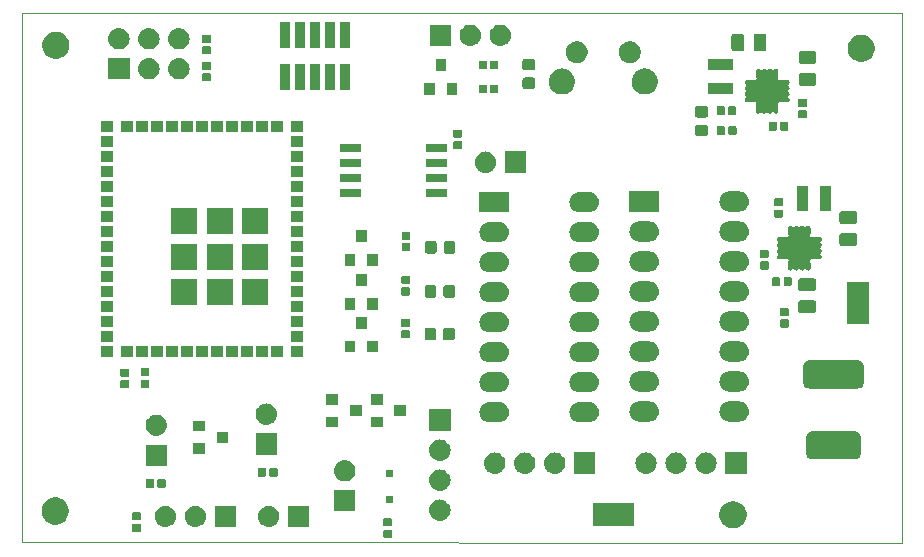
<source format=gbr>
G04 #@! TF.GenerationSoftware,KiCad,Pcbnew,(6.0.0-rc1-dev-1030-g80d50d98b)*
G04 #@! TF.CreationDate,2019-02-11T22:54:28-07:00*
G04 #@! TF.ProjectId,airmed_board_w2.0,6169726D65645F626F6172645F77322E,rev?*
G04 #@! TF.SameCoordinates,Original*
G04 #@! TF.FileFunction,Soldermask,Top*
G04 #@! TF.FilePolarity,Negative*
%FSLAX46Y46*%
G04 Gerber Fmt 4.6, Leading zero omitted, Abs format (unit mm)*
G04 Created by KiCad (PCBNEW (6.0.0-rc1-dev-1030-g80d50d98b)) date Monday, February 11, 2019 at 10:54:28 PM*
%MOMM*%
%LPD*%
G01*
G04 APERTURE LIST*
%ADD10C,0.050000*%
%ADD11C,0.100000*%
G04 APERTURE END LIST*
D10*
X113487200Y-135255000D02*
X113487200Y-90474800D01*
X187934600Y-135382000D02*
X113487200Y-135255000D01*
X187934600Y-90500200D02*
X187934600Y-135382000D01*
X113487200Y-90474800D02*
X187934600Y-90500200D01*
D11*
G36*
X144706338Y-134228316D02*
X144726956Y-134234570D01*
X144745956Y-134244726D01*
X144762608Y-134258392D01*
X144776274Y-134275044D01*
X144786430Y-134294044D01*
X144792684Y-134314662D01*
X144795400Y-134342240D01*
X144795400Y-134800960D01*
X144792684Y-134828538D01*
X144786430Y-134849156D01*
X144776274Y-134868156D01*
X144762608Y-134884808D01*
X144745956Y-134898474D01*
X144726956Y-134908630D01*
X144706338Y-134914884D01*
X144678760Y-134917600D01*
X144170040Y-134917600D01*
X144142462Y-134914884D01*
X144121844Y-134908630D01*
X144102844Y-134898474D01*
X144086192Y-134884808D01*
X144072526Y-134868156D01*
X144062370Y-134849156D01*
X144056116Y-134828538D01*
X144053400Y-134800960D01*
X144053400Y-134342240D01*
X144056116Y-134314662D01*
X144062370Y-134294044D01*
X144072526Y-134275044D01*
X144086192Y-134258392D01*
X144102844Y-134244726D01*
X144121844Y-134234570D01*
X144142462Y-134228316D01*
X144170040Y-134225600D01*
X144678760Y-134225600D01*
X144706338Y-134228316D01*
X144706338Y-134228316D01*
G37*
G36*
X123446538Y-133720316D02*
X123467156Y-133726570D01*
X123486156Y-133736726D01*
X123502808Y-133750392D01*
X123516474Y-133767044D01*
X123526630Y-133786044D01*
X123532884Y-133806662D01*
X123535600Y-133834240D01*
X123535600Y-134292960D01*
X123532884Y-134320538D01*
X123526630Y-134341156D01*
X123516474Y-134360156D01*
X123502808Y-134376808D01*
X123486156Y-134390474D01*
X123467156Y-134400630D01*
X123446538Y-134406884D01*
X123418960Y-134409600D01*
X122910240Y-134409600D01*
X122882662Y-134406884D01*
X122862044Y-134400630D01*
X122843044Y-134390474D01*
X122826392Y-134376808D01*
X122812726Y-134360156D01*
X122802570Y-134341156D01*
X122796316Y-134320538D01*
X122793600Y-134292960D01*
X122793600Y-133834240D01*
X122796316Y-133806662D01*
X122802570Y-133786044D01*
X122812726Y-133767044D01*
X122826392Y-133750392D01*
X122843044Y-133736726D01*
X122862044Y-133726570D01*
X122882662Y-133720316D01*
X122910240Y-133717600D01*
X123418960Y-133717600D01*
X123446538Y-133720316D01*
X123446538Y-133720316D01*
G37*
G36*
X173995534Y-131836832D02*
X174205002Y-131923596D01*
X174393523Y-132049562D01*
X174553838Y-132209877D01*
X174679804Y-132398398D01*
X174766568Y-132607866D01*
X174810800Y-132830235D01*
X174810800Y-133056965D01*
X174766568Y-133279334D01*
X174679804Y-133488802D01*
X174553838Y-133677323D01*
X174393523Y-133837638D01*
X174205002Y-133963604D01*
X173995534Y-134050368D01*
X173773165Y-134094600D01*
X173546435Y-134094600D01*
X173324066Y-134050368D01*
X173114598Y-133963604D01*
X172926077Y-133837638D01*
X172765762Y-133677323D01*
X172639796Y-133488802D01*
X172553032Y-133279334D01*
X172508800Y-133056965D01*
X172508800Y-132830235D01*
X172553032Y-132607866D01*
X172639796Y-132398398D01*
X172765762Y-132209877D01*
X172926077Y-132049562D01*
X173114598Y-131923596D01*
X173324066Y-131836832D01*
X173546435Y-131792600D01*
X173773165Y-131792600D01*
X173995534Y-131836832D01*
X173995534Y-131836832D01*
G37*
G36*
X137781600Y-133997000D02*
X135979600Y-133997000D01*
X135979600Y-132195000D01*
X137781600Y-132195000D01*
X137781600Y-133997000D01*
X137781600Y-133997000D01*
G37*
G36*
X134451042Y-132201518D02*
X134517227Y-132208037D01*
X134630453Y-132242384D01*
X134687067Y-132259557D01*
X134768465Y-132303066D01*
X134843591Y-132343222D01*
X134879329Y-132372552D01*
X134980786Y-132455814D01*
X135037922Y-132525436D01*
X135093378Y-132593009D01*
X135093379Y-132593011D01*
X135177043Y-132749533D01*
X135180451Y-132760769D01*
X135228563Y-132919373D01*
X135245959Y-133096000D01*
X135228563Y-133272627D01*
X135206711Y-133344662D01*
X135177043Y-133442467D01*
X135128738Y-133532838D01*
X135093378Y-133598991D01*
X135064048Y-133634729D01*
X134980786Y-133736186D01*
X134909746Y-133794486D01*
X134843591Y-133848778D01*
X134843589Y-133848779D01*
X134687067Y-133932443D01*
X134637100Y-133947600D01*
X134517227Y-133983963D01*
X134451043Y-133990481D01*
X134384860Y-133997000D01*
X134296340Y-133997000D01*
X134230157Y-133990481D01*
X134163973Y-133983963D01*
X134044100Y-133947600D01*
X133994133Y-133932443D01*
X133837611Y-133848779D01*
X133837609Y-133848778D01*
X133771454Y-133794486D01*
X133700414Y-133736186D01*
X133617152Y-133634729D01*
X133587822Y-133598991D01*
X133552462Y-133532838D01*
X133504157Y-133442467D01*
X133474489Y-133344662D01*
X133452637Y-133272627D01*
X133435241Y-133096000D01*
X133452637Y-132919373D01*
X133500749Y-132760769D01*
X133504157Y-132749533D01*
X133587821Y-132593011D01*
X133587822Y-132593009D01*
X133643278Y-132525436D01*
X133700414Y-132455814D01*
X133801871Y-132372552D01*
X133837609Y-132343222D01*
X133912735Y-132303066D01*
X133994133Y-132259557D01*
X134050747Y-132242384D01*
X134163973Y-132208037D01*
X134230158Y-132201518D01*
X134296340Y-132195000D01*
X134384860Y-132195000D01*
X134451042Y-132201518D01*
X134451042Y-132201518D01*
G37*
G36*
X131584000Y-133997000D02*
X129782000Y-133997000D01*
X129782000Y-132195000D01*
X131584000Y-132195000D01*
X131584000Y-133997000D01*
X131584000Y-133997000D01*
G37*
G36*
X128253442Y-132201518D02*
X128319627Y-132208037D01*
X128432853Y-132242384D01*
X128489467Y-132259557D01*
X128570865Y-132303066D01*
X128645991Y-132343222D01*
X128681729Y-132372552D01*
X128783186Y-132455814D01*
X128840322Y-132525436D01*
X128895778Y-132593009D01*
X128895779Y-132593011D01*
X128979443Y-132749533D01*
X128982851Y-132760769D01*
X129030963Y-132919373D01*
X129048359Y-133096000D01*
X129030963Y-133272627D01*
X129009111Y-133344662D01*
X128979443Y-133442467D01*
X128931138Y-133532838D01*
X128895778Y-133598991D01*
X128866448Y-133634729D01*
X128783186Y-133736186D01*
X128712146Y-133794486D01*
X128645991Y-133848778D01*
X128645989Y-133848779D01*
X128489467Y-133932443D01*
X128439500Y-133947600D01*
X128319627Y-133983963D01*
X128253443Y-133990481D01*
X128187260Y-133997000D01*
X128098740Y-133997000D01*
X128032557Y-133990481D01*
X127966373Y-133983963D01*
X127846500Y-133947600D01*
X127796533Y-133932443D01*
X127640011Y-133848779D01*
X127640009Y-133848778D01*
X127573854Y-133794486D01*
X127502814Y-133736186D01*
X127419552Y-133634729D01*
X127390222Y-133598991D01*
X127354862Y-133532838D01*
X127306557Y-133442467D01*
X127276889Y-133344662D01*
X127255037Y-133272627D01*
X127237641Y-133096000D01*
X127255037Y-132919373D01*
X127303149Y-132760769D01*
X127306557Y-132749533D01*
X127390221Y-132593011D01*
X127390222Y-132593009D01*
X127445678Y-132525436D01*
X127502814Y-132455814D01*
X127604271Y-132372552D01*
X127640009Y-132343222D01*
X127715135Y-132303066D01*
X127796533Y-132259557D01*
X127853147Y-132242384D01*
X127966373Y-132208037D01*
X128032558Y-132201518D01*
X128098740Y-132195000D01*
X128187260Y-132195000D01*
X128253442Y-132201518D01*
X128253442Y-132201518D01*
G37*
G36*
X125713442Y-132201518D02*
X125779627Y-132208037D01*
X125892853Y-132242384D01*
X125949467Y-132259557D01*
X126030865Y-132303066D01*
X126105991Y-132343222D01*
X126141729Y-132372552D01*
X126243186Y-132455814D01*
X126300322Y-132525436D01*
X126355778Y-132593009D01*
X126355779Y-132593011D01*
X126439443Y-132749533D01*
X126442851Y-132760769D01*
X126490963Y-132919373D01*
X126508359Y-133096000D01*
X126490963Y-133272627D01*
X126469111Y-133344662D01*
X126439443Y-133442467D01*
X126391138Y-133532838D01*
X126355778Y-133598991D01*
X126326448Y-133634729D01*
X126243186Y-133736186D01*
X126172146Y-133794486D01*
X126105991Y-133848778D01*
X126105989Y-133848779D01*
X125949467Y-133932443D01*
X125899500Y-133947600D01*
X125779627Y-133983963D01*
X125713443Y-133990481D01*
X125647260Y-133997000D01*
X125558740Y-133997000D01*
X125492557Y-133990481D01*
X125426373Y-133983963D01*
X125306500Y-133947600D01*
X125256533Y-133932443D01*
X125100011Y-133848779D01*
X125100009Y-133848778D01*
X125033854Y-133794486D01*
X124962814Y-133736186D01*
X124879552Y-133634729D01*
X124850222Y-133598991D01*
X124814862Y-133532838D01*
X124766557Y-133442467D01*
X124736889Y-133344662D01*
X124715037Y-133272627D01*
X124697641Y-133096000D01*
X124715037Y-132919373D01*
X124763149Y-132760769D01*
X124766557Y-132749533D01*
X124850221Y-132593011D01*
X124850222Y-132593009D01*
X124905678Y-132525436D01*
X124962814Y-132455814D01*
X125064271Y-132372552D01*
X125100009Y-132343222D01*
X125175135Y-132303066D01*
X125256533Y-132259557D01*
X125313147Y-132242384D01*
X125426373Y-132208037D01*
X125492558Y-132201518D01*
X125558740Y-132195000D01*
X125647260Y-132195000D01*
X125713442Y-132201518D01*
X125713442Y-132201518D01*
G37*
G36*
X144706338Y-133258316D02*
X144726956Y-133264570D01*
X144745956Y-133274726D01*
X144762608Y-133288392D01*
X144776274Y-133305044D01*
X144786430Y-133324044D01*
X144792684Y-133344662D01*
X144795400Y-133372240D01*
X144795400Y-133830960D01*
X144792684Y-133858538D01*
X144786430Y-133879156D01*
X144776274Y-133898156D01*
X144762608Y-133914808D01*
X144745956Y-133928474D01*
X144726956Y-133938630D01*
X144706338Y-133944884D01*
X144678760Y-133947600D01*
X144170040Y-133947600D01*
X144142462Y-133944884D01*
X144121844Y-133938630D01*
X144102844Y-133928474D01*
X144086192Y-133914808D01*
X144072526Y-133898156D01*
X144062370Y-133879156D01*
X144056116Y-133858538D01*
X144053400Y-133830960D01*
X144053400Y-133372240D01*
X144056116Y-133344662D01*
X144062370Y-133324044D01*
X144072526Y-133305044D01*
X144086192Y-133288392D01*
X144102844Y-133274726D01*
X144121844Y-133264570D01*
X144142462Y-133258316D01*
X144170040Y-133255600D01*
X144678760Y-133255600D01*
X144706338Y-133258316D01*
X144706338Y-133258316D01*
G37*
G36*
X165314300Y-133881900D02*
X161812300Y-133881900D01*
X161812300Y-131979900D01*
X165314300Y-131979900D01*
X165314300Y-133881900D01*
X165314300Y-133881900D01*
G37*
G36*
X116616934Y-131532032D02*
X116826402Y-131618796D01*
X117014923Y-131744762D01*
X117175238Y-131905077D01*
X117301204Y-132093598D01*
X117387968Y-132303066D01*
X117432200Y-132525435D01*
X117432200Y-132752165D01*
X117387968Y-132974534D01*
X117301204Y-133184002D01*
X117175238Y-133372523D01*
X117014923Y-133532838D01*
X116826402Y-133658804D01*
X116616934Y-133745568D01*
X116394565Y-133789800D01*
X116167835Y-133789800D01*
X115945466Y-133745568D01*
X115735998Y-133658804D01*
X115547477Y-133532838D01*
X115387162Y-133372523D01*
X115261196Y-133184002D01*
X115174432Y-132974534D01*
X115130200Y-132752165D01*
X115130200Y-132525435D01*
X115174432Y-132303066D01*
X115261196Y-132093598D01*
X115387162Y-131905077D01*
X115547477Y-131744762D01*
X115735998Y-131618796D01*
X115945466Y-131532032D01*
X116167835Y-131487800D01*
X116394565Y-131487800D01*
X116616934Y-131532032D01*
X116616934Y-131532032D01*
G37*
G36*
X148954443Y-131668119D02*
X149020627Y-131674637D01*
X149133853Y-131708984D01*
X149190467Y-131726157D01*
X149314771Y-131792600D01*
X149346991Y-131809822D01*
X149382729Y-131839152D01*
X149484186Y-131922414D01*
X149567448Y-132023871D01*
X149596778Y-132059609D01*
X149596779Y-132059611D01*
X149680443Y-132216133D01*
X149680443Y-132216134D01*
X149731963Y-132385973D01*
X149749359Y-132562600D01*
X149731963Y-132739227D01*
X149714424Y-132797044D01*
X149680443Y-132909067D01*
X149606348Y-133047687D01*
X149596778Y-133065591D01*
X149571822Y-133096000D01*
X149484186Y-133202786D01*
X149384304Y-133284756D01*
X149346991Y-133315378D01*
X149346989Y-133315379D01*
X149190467Y-133399043D01*
X149152882Y-133410444D01*
X149020627Y-133450563D01*
X148954443Y-133457081D01*
X148888260Y-133463600D01*
X148799740Y-133463600D01*
X148733557Y-133457081D01*
X148667373Y-133450563D01*
X148535118Y-133410444D01*
X148497533Y-133399043D01*
X148341011Y-133315379D01*
X148341009Y-133315378D01*
X148303696Y-133284756D01*
X148203814Y-133202786D01*
X148116178Y-133096000D01*
X148091222Y-133065591D01*
X148081652Y-133047687D01*
X148007557Y-132909067D01*
X147973576Y-132797044D01*
X147956037Y-132739227D01*
X147938641Y-132562600D01*
X147956037Y-132385973D01*
X148007557Y-132216134D01*
X148007557Y-132216133D01*
X148091221Y-132059611D01*
X148091222Y-132059609D01*
X148120552Y-132023871D01*
X148203814Y-131922414D01*
X148305271Y-131839152D01*
X148341009Y-131809822D01*
X148373229Y-131792600D01*
X148497533Y-131726157D01*
X148554147Y-131708984D01*
X148667373Y-131674637D01*
X148733557Y-131668119D01*
X148799740Y-131661600D01*
X148888260Y-131661600D01*
X148954443Y-131668119D01*
X148954443Y-131668119D01*
G37*
G36*
X123446538Y-132750316D02*
X123467156Y-132756570D01*
X123486156Y-132766726D01*
X123502808Y-132780392D01*
X123516474Y-132797044D01*
X123526630Y-132816044D01*
X123532884Y-132836662D01*
X123535600Y-132864240D01*
X123535600Y-133322960D01*
X123532884Y-133350538D01*
X123526630Y-133371156D01*
X123516474Y-133390156D01*
X123502808Y-133406808D01*
X123486156Y-133420474D01*
X123467156Y-133430630D01*
X123446538Y-133436884D01*
X123418960Y-133439600D01*
X122910240Y-133439600D01*
X122882662Y-133436884D01*
X122862044Y-133430630D01*
X122843044Y-133420474D01*
X122826392Y-133406808D01*
X122812726Y-133390156D01*
X122802570Y-133371156D01*
X122796316Y-133350538D01*
X122793600Y-133322960D01*
X122793600Y-132864240D01*
X122796316Y-132836662D01*
X122802570Y-132816044D01*
X122812726Y-132797044D01*
X122826392Y-132780392D01*
X122843044Y-132766726D01*
X122862044Y-132756570D01*
X122882662Y-132750316D01*
X122910240Y-132747600D01*
X123418960Y-132747600D01*
X123446538Y-132750316D01*
X123446538Y-132750316D01*
G37*
G36*
X141693200Y-132676200D02*
X139891200Y-132676200D01*
X139891200Y-130874200D01*
X141693200Y-130874200D01*
X141693200Y-132676200D01*
X141693200Y-132676200D01*
G37*
G36*
X144852400Y-131931600D02*
X144250400Y-131931600D01*
X144250400Y-131329600D01*
X144852400Y-131329600D01*
X144852400Y-131931600D01*
X144852400Y-131931600D01*
G37*
G36*
X148954443Y-129128119D02*
X149020627Y-129134637D01*
X149118083Y-129164200D01*
X149190467Y-129186157D01*
X149329087Y-129260252D01*
X149346991Y-129269822D01*
X149382729Y-129299152D01*
X149484186Y-129382414D01*
X149557932Y-129472275D01*
X149596778Y-129519609D01*
X149596779Y-129519611D01*
X149680443Y-129676133D01*
X149691952Y-129714074D01*
X149731963Y-129845973D01*
X149749359Y-130022600D01*
X149731963Y-130199227D01*
X149697616Y-130312453D01*
X149680443Y-130369067D01*
X149610490Y-130499937D01*
X149596778Y-130525591D01*
X149571578Y-130556297D01*
X149484186Y-130662786D01*
X149382729Y-130746048D01*
X149346991Y-130775378D01*
X149346989Y-130775379D01*
X149190467Y-130859043D01*
X149140500Y-130874200D01*
X149020627Y-130910563D01*
X148954443Y-130917081D01*
X148888260Y-130923600D01*
X148799740Y-130923600D01*
X148733557Y-130917081D01*
X148667373Y-130910563D01*
X148547500Y-130874200D01*
X148497533Y-130859043D01*
X148341011Y-130775379D01*
X148341009Y-130775378D01*
X148305271Y-130746048D01*
X148203814Y-130662786D01*
X148116422Y-130556297D01*
X148091222Y-130525591D01*
X148077510Y-130499937D01*
X148007557Y-130369067D01*
X147990384Y-130312453D01*
X147956037Y-130199227D01*
X147938641Y-130022600D01*
X147956037Y-129845973D01*
X147996048Y-129714074D01*
X148007557Y-129676133D01*
X148091221Y-129519611D01*
X148091222Y-129519609D01*
X148130068Y-129472275D01*
X148203814Y-129382414D01*
X148305271Y-129299152D01*
X148341009Y-129269822D01*
X148358913Y-129260252D01*
X148497533Y-129186157D01*
X148569917Y-129164200D01*
X148667373Y-129134637D01*
X148733557Y-129128119D01*
X148799740Y-129121600D01*
X148888260Y-129121600D01*
X148954443Y-129128119D01*
X148954443Y-129128119D01*
G37*
G36*
X125525615Y-129933653D02*
X125546233Y-129939907D01*
X125565233Y-129950063D01*
X125581885Y-129963729D01*
X125595551Y-129980381D01*
X125605707Y-129999381D01*
X125611961Y-130019999D01*
X125614677Y-130047577D01*
X125614677Y-130556297D01*
X125611961Y-130583875D01*
X125605707Y-130604493D01*
X125595551Y-130623493D01*
X125581885Y-130640145D01*
X125565233Y-130653811D01*
X125546233Y-130663967D01*
X125525615Y-130670221D01*
X125498037Y-130672937D01*
X125039317Y-130672937D01*
X125011739Y-130670221D01*
X124991121Y-130663967D01*
X124972121Y-130653811D01*
X124955469Y-130640145D01*
X124941803Y-130623493D01*
X124931647Y-130604493D01*
X124925393Y-130583875D01*
X124922677Y-130556297D01*
X124922677Y-130047577D01*
X124925393Y-130019999D01*
X124931647Y-129999381D01*
X124941803Y-129980381D01*
X124955469Y-129963729D01*
X124972121Y-129950063D01*
X124991121Y-129939907D01*
X125011739Y-129933653D01*
X125039317Y-129930937D01*
X125498037Y-129930937D01*
X125525615Y-129933653D01*
X125525615Y-129933653D01*
G37*
G36*
X124555615Y-129933653D02*
X124576233Y-129939907D01*
X124595233Y-129950063D01*
X124611885Y-129963729D01*
X124625551Y-129980381D01*
X124635707Y-129999381D01*
X124641961Y-130019999D01*
X124644677Y-130047577D01*
X124644677Y-130556297D01*
X124641961Y-130583875D01*
X124635707Y-130604493D01*
X124625551Y-130623493D01*
X124611885Y-130640145D01*
X124595233Y-130653811D01*
X124576233Y-130663967D01*
X124555615Y-130670221D01*
X124528037Y-130672937D01*
X124069317Y-130672937D01*
X124041739Y-130670221D01*
X124021121Y-130663967D01*
X124002121Y-130653811D01*
X123985469Y-130640145D01*
X123971803Y-130623493D01*
X123961647Y-130604493D01*
X123955393Y-130583875D01*
X123952677Y-130556297D01*
X123952677Y-130047577D01*
X123955393Y-130019999D01*
X123961647Y-129999381D01*
X123971803Y-129980381D01*
X123985469Y-129963729D01*
X124002121Y-129950063D01*
X124021121Y-129939907D01*
X124041739Y-129933653D01*
X124069317Y-129930937D01*
X124528037Y-129930937D01*
X124555615Y-129933653D01*
X124555615Y-129933653D01*
G37*
G36*
X140902642Y-128340718D02*
X140968827Y-128347237D01*
X141082053Y-128381584D01*
X141138667Y-128398757D01*
X141277287Y-128472852D01*
X141295191Y-128482422D01*
X141330929Y-128511752D01*
X141432386Y-128595014D01*
X141515648Y-128696471D01*
X141544978Y-128732209D01*
X141544979Y-128732211D01*
X141628643Y-128888733D01*
X141628643Y-128888734D01*
X141680163Y-129058573D01*
X141697559Y-129235200D01*
X141680163Y-129411827D01*
X141647468Y-129519609D01*
X141628643Y-129581667D01*
X141574730Y-129682529D01*
X141544978Y-129738191D01*
X141515648Y-129773929D01*
X141432386Y-129875386D01*
X141348649Y-129944106D01*
X141295191Y-129987978D01*
X141295189Y-129987979D01*
X141138667Y-130071643D01*
X141082053Y-130088816D01*
X140968827Y-130123163D01*
X140902642Y-130129682D01*
X140836460Y-130136200D01*
X140747940Y-130136200D01*
X140681758Y-130129682D01*
X140615573Y-130123163D01*
X140502347Y-130088816D01*
X140445733Y-130071643D01*
X140289211Y-129987979D01*
X140289209Y-129987978D01*
X140235751Y-129944106D01*
X140152014Y-129875386D01*
X140068752Y-129773929D01*
X140039422Y-129738191D01*
X140009670Y-129682529D01*
X139955757Y-129581667D01*
X139936932Y-129519609D01*
X139904237Y-129411827D01*
X139886841Y-129235200D01*
X139904237Y-129058573D01*
X139955757Y-128888734D01*
X139955757Y-128888733D01*
X140039421Y-128732211D01*
X140039422Y-128732209D01*
X140068752Y-128696471D01*
X140152014Y-128595014D01*
X140253471Y-128511752D01*
X140289209Y-128482422D01*
X140307113Y-128472852D01*
X140445733Y-128398757D01*
X140502347Y-128381584D01*
X140615573Y-128347237D01*
X140681758Y-128340718D01*
X140747940Y-128334200D01*
X140836460Y-128334200D01*
X140902642Y-128340718D01*
X140902642Y-128340718D01*
G37*
G36*
X135006338Y-128993916D02*
X135026956Y-129000170D01*
X135045956Y-129010326D01*
X135062608Y-129023992D01*
X135076274Y-129040644D01*
X135086430Y-129059644D01*
X135092684Y-129080262D01*
X135095400Y-129107840D01*
X135095400Y-129616560D01*
X135092684Y-129644138D01*
X135086430Y-129664756D01*
X135076274Y-129683756D01*
X135062608Y-129700408D01*
X135045956Y-129714074D01*
X135026956Y-129724230D01*
X135006338Y-129730484D01*
X134978760Y-129733200D01*
X134520040Y-129733200D01*
X134492462Y-129730484D01*
X134471844Y-129724230D01*
X134452844Y-129714074D01*
X134436192Y-129700408D01*
X134422526Y-129683756D01*
X134412370Y-129664756D01*
X134406116Y-129644138D01*
X134403400Y-129616560D01*
X134403400Y-129107840D01*
X134406116Y-129080262D01*
X134412370Y-129059644D01*
X134422526Y-129040644D01*
X134436192Y-129023992D01*
X134452844Y-129010326D01*
X134471844Y-129000170D01*
X134492462Y-128993916D01*
X134520040Y-128991200D01*
X134978760Y-128991200D01*
X135006338Y-128993916D01*
X135006338Y-128993916D01*
G37*
G36*
X134036338Y-128993916D02*
X134056956Y-129000170D01*
X134075956Y-129010326D01*
X134092608Y-129023992D01*
X134106274Y-129040644D01*
X134116430Y-129059644D01*
X134122684Y-129080262D01*
X134125400Y-129107840D01*
X134125400Y-129616560D01*
X134122684Y-129644138D01*
X134116430Y-129664756D01*
X134106274Y-129683756D01*
X134092608Y-129700408D01*
X134075956Y-129714074D01*
X134056956Y-129724230D01*
X134036338Y-129730484D01*
X134008760Y-129733200D01*
X133550040Y-129733200D01*
X133522462Y-129730484D01*
X133501844Y-129724230D01*
X133482844Y-129714074D01*
X133466192Y-129700408D01*
X133452526Y-129683756D01*
X133442370Y-129664756D01*
X133436116Y-129644138D01*
X133433400Y-129616560D01*
X133433400Y-129107840D01*
X133436116Y-129080262D01*
X133442370Y-129059644D01*
X133452526Y-129040644D01*
X133466192Y-129023992D01*
X133482844Y-129010326D01*
X133501844Y-129000170D01*
X133522462Y-128993916D01*
X133550040Y-128991200D01*
X134008760Y-128991200D01*
X134036338Y-128993916D01*
X134036338Y-128993916D01*
G37*
G36*
X144852400Y-129731600D02*
X144250400Y-129731600D01*
X144250400Y-129129600D01*
X144852400Y-129129600D01*
X144852400Y-129731600D01*
X144852400Y-129731600D01*
G37*
G36*
X158681887Y-127689831D02*
X158748071Y-127696349D01*
X158856564Y-127729260D01*
X158917911Y-127747869D01*
X159056531Y-127821964D01*
X159074435Y-127831534D01*
X159110173Y-127860864D01*
X159211630Y-127944126D01*
X159285353Y-128033959D01*
X159324222Y-128081321D01*
X159324223Y-128081323D01*
X159407887Y-128237845D01*
X159407887Y-128237846D01*
X159459407Y-128407685D01*
X159476803Y-128584312D01*
X159459407Y-128760939D01*
X159425060Y-128874165D01*
X159407887Y-128930779D01*
X159360006Y-129020356D01*
X159324222Y-129087303D01*
X159296075Y-129121600D01*
X159211630Y-129224498D01*
X159110173Y-129307760D01*
X159074435Y-129337090D01*
X159074433Y-129337091D01*
X158917911Y-129420755D01*
X158861297Y-129437928D01*
X158748071Y-129472275D01*
X158681887Y-129478793D01*
X158615704Y-129485312D01*
X158527184Y-129485312D01*
X158461001Y-129478793D01*
X158394817Y-129472275D01*
X158281591Y-129437928D01*
X158224977Y-129420755D01*
X158068455Y-129337091D01*
X158068453Y-129337090D01*
X158032715Y-129307760D01*
X157931258Y-129224498D01*
X157846813Y-129121600D01*
X157818666Y-129087303D01*
X157782882Y-129020356D01*
X157735001Y-128930779D01*
X157717828Y-128874165D01*
X157683481Y-128760939D01*
X157666085Y-128584312D01*
X157683481Y-128407685D01*
X157735001Y-128237846D01*
X157735001Y-128237845D01*
X157818665Y-128081323D01*
X157818666Y-128081321D01*
X157857535Y-128033959D01*
X157931258Y-127944126D01*
X158032715Y-127860864D01*
X158068453Y-127831534D01*
X158086357Y-127821964D01*
X158224977Y-127747869D01*
X158286324Y-127729260D01*
X158394817Y-127696349D01*
X158461001Y-127689831D01*
X158527184Y-127683312D01*
X158615704Y-127683312D01*
X158681887Y-127689831D01*
X158681887Y-127689831D01*
G37*
G36*
X162012444Y-129485312D02*
X160210444Y-129485312D01*
X160210444Y-127683312D01*
X162012444Y-127683312D01*
X162012444Y-129485312D01*
X162012444Y-129485312D01*
G37*
G36*
X171483487Y-127689831D02*
X171549671Y-127696349D01*
X171658164Y-127729260D01*
X171719511Y-127747869D01*
X171858131Y-127821964D01*
X171876035Y-127831534D01*
X171911773Y-127860864D01*
X172013230Y-127944126D01*
X172086953Y-128033959D01*
X172125822Y-128081321D01*
X172125823Y-128081323D01*
X172209487Y-128237845D01*
X172209487Y-128237846D01*
X172261007Y-128407685D01*
X172278403Y-128584312D01*
X172261007Y-128760939D01*
X172226660Y-128874165D01*
X172209487Y-128930779D01*
X172161606Y-129020356D01*
X172125822Y-129087303D01*
X172097675Y-129121600D01*
X172013230Y-129224498D01*
X171911773Y-129307760D01*
X171876035Y-129337090D01*
X171876033Y-129337091D01*
X171719511Y-129420755D01*
X171662897Y-129437928D01*
X171549671Y-129472275D01*
X171483487Y-129478793D01*
X171417304Y-129485312D01*
X171328784Y-129485312D01*
X171262601Y-129478793D01*
X171196417Y-129472275D01*
X171083191Y-129437928D01*
X171026577Y-129420755D01*
X170870055Y-129337091D01*
X170870053Y-129337090D01*
X170834315Y-129307760D01*
X170732858Y-129224498D01*
X170648413Y-129121600D01*
X170620266Y-129087303D01*
X170584482Y-129020356D01*
X170536601Y-128930779D01*
X170519428Y-128874165D01*
X170485081Y-128760939D01*
X170467685Y-128584312D01*
X170485081Y-128407685D01*
X170536601Y-128237846D01*
X170536601Y-128237845D01*
X170620265Y-128081323D01*
X170620266Y-128081321D01*
X170659135Y-128033959D01*
X170732858Y-127944126D01*
X170834315Y-127860864D01*
X170870053Y-127831534D01*
X170887957Y-127821964D01*
X171026577Y-127747869D01*
X171087924Y-127729260D01*
X171196417Y-127696349D01*
X171262601Y-127689831D01*
X171328784Y-127683312D01*
X171417304Y-127683312D01*
X171483487Y-127689831D01*
X171483487Y-127689831D01*
G37*
G36*
X153601887Y-127689831D02*
X153668071Y-127696349D01*
X153776564Y-127729260D01*
X153837911Y-127747869D01*
X153976531Y-127821964D01*
X153994435Y-127831534D01*
X154030173Y-127860864D01*
X154131630Y-127944126D01*
X154205353Y-128033959D01*
X154244222Y-128081321D01*
X154244223Y-128081323D01*
X154327887Y-128237845D01*
X154327887Y-128237846D01*
X154379407Y-128407685D01*
X154396803Y-128584312D01*
X154379407Y-128760939D01*
X154345060Y-128874165D01*
X154327887Y-128930779D01*
X154280006Y-129020356D01*
X154244222Y-129087303D01*
X154216075Y-129121600D01*
X154131630Y-129224498D01*
X154030173Y-129307760D01*
X153994435Y-129337090D01*
X153994433Y-129337091D01*
X153837911Y-129420755D01*
X153781297Y-129437928D01*
X153668071Y-129472275D01*
X153601887Y-129478793D01*
X153535704Y-129485312D01*
X153447184Y-129485312D01*
X153381001Y-129478793D01*
X153314817Y-129472275D01*
X153201591Y-129437928D01*
X153144977Y-129420755D01*
X152988455Y-129337091D01*
X152988453Y-129337090D01*
X152952715Y-129307760D01*
X152851258Y-129224498D01*
X152766813Y-129121600D01*
X152738666Y-129087303D01*
X152702882Y-129020356D01*
X152655001Y-128930779D01*
X152637828Y-128874165D01*
X152603481Y-128760939D01*
X152586085Y-128584312D01*
X152603481Y-128407685D01*
X152655001Y-128237846D01*
X152655001Y-128237845D01*
X152738665Y-128081323D01*
X152738666Y-128081321D01*
X152777535Y-128033959D01*
X152851258Y-127944126D01*
X152952715Y-127860864D01*
X152988453Y-127831534D01*
X153006357Y-127821964D01*
X153144977Y-127747869D01*
X153206324Y-127729260D01*
X153314817Y-127696349D01*
X153381001Y-127689831D01*
X153447184Y-127683312D01*
X153535704Y-127683312D01*
X153601887Y-127689831D01*
X153601887Y-127689831D01*
G37*
G36*
X156141887Y-127689831D02*
X156208071Y-127696349D01*
X156316564Y-127729260D01*
X156377911Y-127747869D01*
X156516531Y-127821964D01*
X156534435Y-127831534D01*
X156570173Y-127860864D01*
X156671630Y-127944126D01*
X156745353Y-128033959D01*
X156784222Y-128081321D01*
X156784223Y-128081323D01*
X156867887Y-128237845D01*
X156867887Y-128237846D01*
X156919407Y-128407685D01*
X156936803Y-128584312D01*
X156919407Y-128760939D01*
X156885060Y-128874165D01*
X156867887Y-128930779D01*
X156820006Y-129020356D01*
X156784222Y-129087303D01*
X156756075Y-129121600D01*
X156671630Y-129224498D01*
X156570173Y-129307760D01*
X156534435Y-129337090D01*
X156534433Y-129337091D01*
X156377911Y-129420755D01*
X156321297Y-129437928D01*
X156208071Y-129472275D01*
X156141887Y-129478793D01*
X156075704Y-129485312D01*
X155987184Y-129485312D01*
X155921001Y-129478793D01*
X155854817Y-129472275D01*
X155741591Y-129437928D01*
X155684977Y-129420755D01*
X155528455Y-129337091D01*
X155528453Y-129337090D01*
X155492715Y-129307760D01*
X155391258Y-129224498D01*
X155306813Y-129121600D01*
X155278666Y-129087303D01*
X155242882Y-129020356D01*
X155195001Y-128930779D01*
X155177828Y-128874165D01*
X155143481Y-128760939D01*
X155126085Y-128584312D01*
X155143481Y-128407685D01*
X155195001Y-128237846D01*
X155195001Y-128237845D01*
X155278665Y-128081323D01*
X155278666Y-128081321D01*
X155317535Y-128033959D01*
X155391258Y-127944126D01*
X155492715Y-127860864D01*
X155528453Y-127831534D01*
X155546357Y-127821964D01*
X155684977Y-127747869D01*
X155746324Y-127729260D01*
X155854817Y-127696349D01*
X155921001Y-127689831D01*
X155987184Y-127683312D01*
X156075704Y-127683312D01*
X156141887Y-127689831D01*
X156141887Y-127689831D01*
G37*
G36*
X166403487Y-127689831D02*
X166469671Y-127696349D01*
X166578164Y-127729260D01*
X166639511Y-127747869D01*
X166778131Y-127821964D01*
X166796035Y-127831534D01*
X166831773Y-127860864D01*
X166933230Y-127944126D01*
X167006953Y-128033959D01*
X167045822Y-128081321D01*
X167045823Y-128081323D01*
X167129487Y-128237845D01*
X167129487Y-128237846D01*
X167181007Y-128407685D01*
X167198403Y-128584312D01*
X167181007Y-128760939D01*
X167146660Y-128874165D01*
X167129487Y-128930779D01*
X167081606Y-129020356D01*
X167045822Y-129087303D01*
X167017675Y-129121600D01*
X166933230Y-129224498D01*
X166831773Y-129307760D01*
X166796035Y-129337090D01*
X166796033Y-129337091D01*
X166639511Y-129420755D01*
X166582897Y-129437928D01*
X166469671Y-129472275D01*
X166403487Y-129478793D01*
X166337304Y-129485312D01*
X166248784Y-129485312D01*
X166182601Y-129478793D01*
X166116417Y-129472275D01*
X166003191Y-129437928D01*
X165946577Y-129420755D01*
X165790055Y-129337091D01*
X165790053Y-129337090D01*
X165754315Y-129307760D01*
X165652858Y-129224498D01*
X165568413Y-129121600D01*
X165540266Y-129087303D01*
X165504482Y-129020356D01*
X165456601Y-128930779D01*
X165439428Y-128874165D01*
X165405081Y-128760939D01*
X165387685Y-128584312D01*
X165405081Y-128407685D01*
X165456601Y-128237846D01*
X165456601Y-128237845D01*
X165540265Y-128081323D01*
X165540266Y-128081321D01*
X165579135Y-128033959D01*
X165652858Y-127944126D01*
X165754315Y-127860864D01*
X165790053Y-127831534D01*
X165807957Y-127821964D01*
X165946577Y-127747869D01*
X166007924Y-127729260D01*
X166116417Y-127696349D01*
X166182601Y-127689831D01*
X166248784Y-127683312D01*
X166337304Y-127683312D01*
X166403487Y-127689831D01*
X166403487Y-127689831D01*
G37*
G36*
X168943487Y-127689831D02*
X169009671Y-127696349D01*
X169118164Y-127729260D01*
X169179511Y-127747869D01*
X169318131Y-127821964D01*
X169336035Y-127831534D01*
X169371773Y-127860864D01*
X169473230Y-127944126D01*
X169546953Y-128033959D01*
X169585822Y-128081321D01*
X169585823Y-128081323D01*
X169669487Y-128237845D01*
X169669487Y-128237846D01*
X169721007Y-128407685D01*
X169738403Y-128584312D01*
X169721007Y-128760939D01*
X169686660Y-128874165D01*
X169669487Y-128930779D01*
X169621606Y-129020356D01*
X169585822Y-129087303D01*
X169557675Y-129121600D01*
X169473230Y-129224498D01*
X169371773Y-129307760D01*
X169336035Y-129337090D01*
X169336033Y-129337091D01*
X169179511Y-129420755D01*
X169122897Y-129437928D01*
X169009671Y-129472275D01*
X168943487Y-129478793D01*
X168877304Y-129485312D01*
X168788784Y-129485312D01*
X168722601Y-129478793D01*
X168656417Y-129472275D01*
X168543191Y-129437928D01*
X168486577Y-129420755D01*
X168330055Y-129337091D01*
X168330053Y-129337090D01*
X168294315Y-129307760D01*
X168192858Y-129224498D01*
X168108413Y-129121600D01*
X168080266Y-129087303D01*
X168044482Y-129020356D01*
X167996601Y-128930779D01*
X167979428Y-128874165D01*
X167945081Y-128760939D01*
X167927685Y-128584312D01*
X167945081Y-128407685D01*
X167996601Y-128237846D01*
X167996601Y-128237845D01*
X168080265Y-128081323D01*
X168080266Y-128081321D01*
X168119135Y-128033959D01*
X168192858Y-127944126D01*
X168294315Y-127860864D01*
X168330053Y-127831534D01*
X168347957Y-127821964D01*
X168486577Y-127747869D01*
X168547924Y-127729260D01*
X168656417Y-127696349D01*
X168722601Y-127689831D01*
X168788784Y-127683312D01*
X168877304Y-127683312D01*
X168943487Y-127689831D01*
X168943487Y-127689831D01*
G37*
G36*
X174814044Y-129485312D02*
X173012044Y-129485312D01*
X173012044Y-127683312D01*
X174814044Y-127683312D01*
X174814044Y-129485312D01*
X174814044Y-129485312D01*
G37*
G36*
X125735477Y-128815337D02*
X123933477Y-128815337D01*
X123933477Y-127013337D01*
X125735477Y-127013337D01*
X125735477Y-128815337D01*
X125735477Y-128815337D01*
G37*
G36*
X148954442Y-126588118D02*
X149020627Y-126594637D01*
X149133853Y-126628984D01*
X149190467Y-126646157D01*
X149329087Y-126720252D01*
X149346991Y-126729822D01*
X149382729Y-126759152D01*
X149484186Y-126842414D01*
X149567448Y-126943871D01*
X149596778Y-126979609D01*
X149596779Y-126979611D01*
X149680443Y-127136133D01*
X149680443Y-127136134D01*
X149731963Y-127305973D01*
X149749359Y-127482600D01*
X149731963Y-127659227D01*
X149720702Y-127696349D01*
X149680443Y-127829067D01*
X149655570Y-127875600D01*
X149596778Y-127985591D01*
X149579602Y-128006520D01*
X149484186Y-128122786D01*
X149382729Y-128206048D01*
X149346991Y-128235378D01*
X149346989Y-128235379D01*
X149190467Y-128319043D01*
X149140500Y-128334200D01*
X149020627Y-128370563D01*
X148954443Y-128377081D01*
X148888260Y-128383600D01*
X148799740Y-128383600D01*
X148733557Y-128377081D01*
X148667373Y-128370563D01*
X148547500Y-128334200D01*
X148497533Y-128319043D01*
X148341011Y-128235379D01*
X148341009Y-128235378D01*
X148305271Y-128206048D01*
X148203814Y-128122786D01*
X148108398Y-128006520D01*
X148091222Y-127985591D01*
X148032430Y-127875600D01*
X148007557Y-127829067D01*
X147967298Y-127696349D01*
X147956037Y-127659227D01*
X147938641Y-127482600D01*
X147956037Y-127305973D01*
X148007557Y-127136134D01*
X148007557Y-127136133D01*
X148091221Y-126979611D01*
X148091222Y-126979609D01*
X148120552Y-126943871D01*
X148203814Y-126842414D01*
X148305271Y-126759152D01*
X148341009Y-126729822D01*
X148358913Y-126720252D01*
X148497533Y-126646157D01*
X148554147Y-126628984D01*
X148667373Y-126594637D01*
X148733558Y-126588118D01*
X148799740Y-126581600D01*
X148888260Y-126581600D01*
X148954442Y-126588118D01*
X148954442Y-126588118D01*
G37*
G36*
X184036642Y-125882330D02*
X184137450Y-125912911D01*
X184230359Y-125962572D01*
X184311796Y-126029404D01*
X184378628Y-126110841D01*
X184428289Y-126203750D01*
X184458870Y-126304558D01*
X184469800Y-126415540D01*
X184469800Y-127729260D01*
X184458870Y-127840242D01*
X184428289Y-127941050D01*
X184378628Y-128033959D01*
X184311796Y-128115396D01*
X184230359Y-128182228D01*
X184137450Y-128231889D01*
X184036642Y-128262470D01*
X183925660Y-128273400D01*
X180411940Y-128273400D01*
X180300958Y-128262470D01*
X180200150Y-128231889D01*
X180107241Y-128182228D01*
X180025804Y-128115396D01*
X179958972Y-128033959D01*
X179909311Y-127941050D01*
X179878730Y-127840242D01*
X179867800Y-127729260D01*
X179867800Y-126415540D01*
X179878730Y-126304558D01*
X179909311Y-126203750D01*
X179958972Y-126110841D01*
X180025804Y-126029404D01*
X180107241Y-125962572D01*
X180200150Y-125912911D01*
X180300958Y-125882330D01*
X180411940Y-125871400D01*
X183925660Y-125871400D01*
X184036642Y-125882330D01*
X184036642Y-125882330D01*
G37*
G36*
X135038400Y-127875600D02*
X133236400Y-127875600D01*
X133236400Y-126073600D01*
X135038400Y-126073600D01*
X135038400Y-127875600D01*
X135038400Y-127875600D01*
G37*
G36*
X128939400Y-127791400D02*
X127937400Y-127791400D01*
X127937400Y-126889400D01*
X128939400Y-126889400D01*
X128939400Y-127791400D01*
X128939400Y-127791400D01*
G37*
G36*
X130939400Y-126841400D02*
X129937400Y-126841400D01*
X129937400Y-125939400D01*
X130939400Y-125939400D01*
X130939400Y-126841400D01*
X130939400Y-126841400D01*
G37*
G36*
X124944919Y-124479855D02*
X125011104Y-124486374D01*
X125124330Y-124520721D01*
X125180944Y-124537894D01*
X125308734Y-124606200D01*
X125337468Y-124621559D01*
X125373206Y-124650889D01*
X125474663Y-124734151D01*
X125557925Y-124835608D01*
X125587255Y-124871346D01*
X125587256Y-124871348D01*
X125670920Y-125027870D01*
X125688093Y-125084484D01*
X125722440Y-125197710D01*
X125739836Y-125374337D01*
X125722440Y-125550964D01*
X125688093Y-125664190D01*
X125670920Y-125720804D01*
X125605283Y-125843600D01*
X125587255Y-125877328D01*
X125575706Y-125891400D01*
X125474663Y-126014523D01*
X125402676Y-126073600D01*
X125337468Y-126127115D01*
X125337466Y-126127116D01*
X125180944Y-126210780D01*
X125124330Y-126227953D01*
X125011104Y-126262300D01*
X124944919Y-126268819D01*
X124878737Y-126275337D01*
X124790217Y-126275337D01*
X124724035Y-126268819D01*
X124657850Y-126262300D01*
X124544624Y-126227953D01*
X124488010Y-126210780D01*
X124331488Y-126127116D01*
X124331486Y-126127115D01*
X124266278Y-126073600D01*
X124194291Y-126014523D01*
X124093248Y-125891400D01*
X124081699Y-125877328D01*
X124063671Y-125843600D01*
X123998034Y-125720804D01*
X123980861Y-125664190D01*
X123946514Y-125550964D01*
X123929118Y-125374337D01*
X123946514Y-125197710D01*
X123980861Y-125084484D01*
X123998034Y-125027870D01*
X124081698Y-124871348D01*
X124081699Y-124871346D01*
X124111029Y-124835608D01*
X124194291Y-124734151D01*
X124295748Y-124650889D01*
X124331486Y-124621559D01*
X124360220Y-124606200D01*
X124488010Y-124537894D01*
X124544624Y-124520721D01*
X124657850Y-124486374D01*
X124724035Y-124479855D01*
X124790217Y-124473337D01*
X124878737Y-124473337D01*
X124944919Y-124479855D01*
X124944919Y-124479855D01*
G37*
G36*
X128939400Y-125891400D02*
X127937400Y-125891400D01*
X127937400Y-124989400D01*
X128939400Y-124989400D01*
X128939400Y-125891400D01*
X128939400Y-125891400D01*
G37*
G36*
X149745000Y-125843600D02*
X147943000Y-125843600D01*
X147943000Y-124041600D01*
X149745000Y-124041600D01*
X149745000Y-125843600D01*
X149745000Y-125843600D01*
G37*
G36*
X144001600Y-125556200D02*
X142999600Y-125556200D01*
X142999600Y-124654200D01*
X144001600Y-124654200D01*
X144001600Y-125556200D01*
X144001600Y-125556200D01*
G37*
G36*
X140242400Y-125556200D02*
X139240400Y-125556200D01*
X139240400Y-124654200D01*
X140242400Y-124654200D01*
X140242400Y-125556200D01*
X140242400Y-125556200D01*
G37*
G36*
X134247842Y-123540118D02*
X134314027Y-123546637D01*
X134427253Y-123580984D01*
X134483867Y-123598157D01*
X134592456Y-123656200D01*
X134640391Y-123681822D01*
X134667658Y-123704200D01*
X134777586Y-123794414D01*
X134854609Y-123888268D01*
X134890178Y-123931609D01*
X134890179Y-123931611D01*
X134973843Y-124088133D01*
X134973843Y-124088134D01*
X135025363Y-124257973D01*
X135042759Y-124434600D01*
X135025363Y-124611227D01*
X134991016Y-124724453D01*
X134973843Y-124781067D01*
X134925587Y-124871346D01*
X134890178Y-124937591D01*
X134860848Y-124973329D01*
X134777586Y-125074786D01*
X134676129Y-125158048D01*
X134640391Y-125187378D01*
X134640389Y-125187379D01*
X134483867Y-125271043D01*
X134427253Y-125288216D01*
X134314027Y-125322563D01*
X134247843Y-125329081D01*
X134181660Y-125335600D01*
X134093140Y-125335600D01*
X134026957Y-125329081D01*
X133960773Y-125322563D01*
X133847547Y-125288216D01*
X133790933Y-125271043D01*
X133634411Y-125187379D01*
X133634409Y-125187378D01*
X133598671Y-125158048D01*
X133497214Y-125074786D01*
X133413952Y-124973329D01*
X133384622Y-124937591D01*
X133349213Y-124871346D01*
X133300957Y-124781067D01*
X133283784Y-124724453D01*
X133249437Y-124611227D01*
X133232041Y-124434600D01*
X133249437Y-124257973D01*
X133300957Y-124088134D01*
X133300957Y-124088133D01*
X133384621Y-123931611D01*
X133384622Y-123931609D01*
X133420191Y-123888268D01*
X133497214Y-123794414D01*
X133607142Y-123704200D01*
X133634409Y-123681822D01*
X133682344Y-123656200D01*
X133790933Y-123598157D01*
X133847547Y-123580984D01*
X133960773Y-123546637D01*
X134026958Y-123540118D01*
X134093140Y-123533600D01*
X134181660Y-123533600D01*
X134247842Y-123540118D01*
X134247842Y-123540118D01*
G37*
G36*
X161627465Y-123427625D02*
X161627468Y-123427626D01*
X161627469Y-123427626D01*
X161787883Y-123476287D01*
X161787885Y-123476288D01*
X161787888Y-123476289D01*
X161935722Y-123555307D01*
X162065303Y-123661653D01*
X162171649Y-123791234D01*
X162250667Y-123939068D01*
X162299331Y-124099491D01*
X162315761Y-124266312D01*
X162299331Y-124433133D01*
X162299330Y-124433136D01*
X162299330Y-124433137D01*
X162283181Y-124486374D01*
X162250667Y-124593556D01*
X162171649Y-124741390D01*
X162065303Y-124870971D01*
X161935722Y-124977317D01*
X161787888Y-125056335D01*
X161787885Y-125056336D01*
X161787883Y-125056337D01*
X161627469Y-125104998D01*
X161627468Y-125104998D01*
X161627465Y-125104999D01*
X161502448Y-125117312D01*
X160618840Y-125117312D01*
X160493823Y-125104999D01*
X160493820Y-125104998D01*
X160493819Y-125104998D01*
X160333405Y-125056337D01*
X160333403Y-125056336D01*
X160333400Y-125056335D01*
X160185566Y-124977317D01*
X160055985Y-124870971D01*
X159949639Y-124741390D01*
X159870621Y-124593556D01*
X159838108Y-124486374D01*
X159821958Y-124433137D01*
X159821958Y-124433136D01*
X159821957Y-124433133D01*
X159805527Y-124266312D01*
X159821957Y-124099491D01*
X159870621Y-123939068D01*
X159949639Y-123791234D01*
X160055985Y-123661653D01*
X160185566Y-123555307D01*
X160333400Y-123476289D01*
X160333403Y-123476288D01*
X160333405Y-123476287D01*
X160493819Y-123427626D01*
X160493820Y-123427626D01*
X160493823Y-123427625D01*
X160618840Y-123415312D01*
X161502448Y-123415312D01*
X161627465Y-123427625D01*
X161627465Y-123427625D01*
G37*
G36*
X154007465Y-123427625D02*
X154007468Y-123427626D01*
X154007469Y-123427626D01*
X154167883Y-123476287D01*
X154167885Y-123476288D01*
X154167888Y-123476289D01*
X154315722Y-123555307D01*
X154445303Y-123661653D01*
X154551649Y-123791234D01*
X154630667Y-123939068D01*
X154679331Y-124099491D01*
X154695761Y-124266312D01*
X154679331Y-124433133D01*
X154679330Y-124433136D01*
X154679330Y-124433137D01*
X154663181Y-124486374D01*
X154630667Y-124593556D01*
X154551649Y-124741390D01*
X154445303Y-124870971D01*
X154315722Y-124977317D01*
X154167888Y-125056335D01*
X154167885Y-125056336D01*
X154167883Y-125056337D01*
X154007469Y-125104998D01*
X154007468Y-125104998D01*
X154007465Y-125104999D01*
X153882448Y-125117312D01*
X152998840Y-125117312D01*
X152873823Y-125104999D01*
X152873820Y-125104998D01*
X152873819Y-125104998D01*
X152713405Y-125056337D01*
X152713403Y-125056336D01*
X152713400Y-125056335D01*
X152565566Y-124977317D01*
X152435985Y-124870971D01*
X152329639Y-124741390D01*
X152250621Y-124593556D01*
X152218108Y-124486374D01*
X152201958Y-124433137D01*
X152201958Y-124433136D01*
X152201957Y-124433133D01*
X152185527Y-124266312D01*
X152201957Y-124099491D01*
X152250621Y-123939068D01*
X152329639Y-123791234D01*
X152435985Y-123661653D01*
X152565566Y-123555307D01*
X152713400Y-123476289D01*
X152713403Y-123476288D01*
X152713405Y-123476287D01*
X152873819Y-123427626D01*
X152873820Y-123427626D01*
X152873823Y-123427625D01*
X152998840Y-123415312D01*
X153882448Y-123415312D01*
X154007465Y-123427625D01*
X154007465Y-123427625D01*
G37*
G36*
X166707465Y-123376825D02*
X166707468Y-123376826D01*
X166707469Y-123376826D01*
X166867883Y-123425487D01*
X166867885Y-123425488D01*
X166867888Y-123425489D01*
X167015722Y-123504507D01*
X167145303Y-123610853D01*
X167251649Y-123740434D01*
X167330667Y-123888268D01*
X167330668Y-123888271D01*
X167330669Y-123888273D01*
X167343815Y-123931611D01*
X167379331Y-124048691D01*
X167395761Y-124215512D01*
X167379331Y-124382333D01*
X167379330Y-124382336D01*
X167379330Y-124382337D01*
X167347771Y-124486374D01*
X167330667Y-124542756D01*
X167251649Y-124690590D01*
X167145303Y-124820171D01*
X167015722Y-124926517D01*
X166867888Y-125005535D01*
X166867885Y-125005536D01*
X166867883Y-125005537D01*
X166707469Y-125054198D01*
X166707468Y-125054198D01*
X166707465Y-125054199D01*
X166582448Y-125066512D01*
X165698840Y-125066512D01*
X165573823Y-125054199D01*
X165573820Y-125054198D01*
X165573819Y-125054198D01*
X165413405Y-125005537D01*
X165413403Y-125005536D01*
X165413400Y-125005535D01*
X165265566Y-124926517D01*
X165135985Y-124820171D01*
X165029639Y-124690590D01*
X164950621Y-124542756D01*
X164933518Y-124486374D01*
X164901958Y-124382337D01*
X164901958Y-124382336D01*
X164901957Y-124382333D01*
X164885527Y-124215512D01*
X164901957Y-124048691D01*
X164937473Y-123931611D01*
X164950619Y-123888273D01*
X164950620Y-123888271D01*
X164950621Y-123888268D01*
X165029639Y-123740434D01*
X165135985Y-123610853D01*
X165265566Y-123504507D01*
X165413400Y-123425489D01*
X165413403Y-123425488D01*
X165413405Y-123425487D01*
X165573819Y-123376826D01*
X165573820Y-123376826D01*
X165573823Y-123376825D01*
X165698840Y-123364512D01*
X166582448Y-123364512D01*
X166707465Y-123376825D01*
X166707465Y-123376825D01*
G37*
G36*
X174327465Y-123376825D02*
X174327468Y-123376826D01*
X174327469Y-123376826D01*
X174487883Y-123425487D01*
X174487885Y-123425488D01*
X174487888Y-123425489D01*
X174635722Y-123504507D01*
X174765303Y-123610853D01*
X174871649Y-123740434D01*
X174950667Y-123888268D01*
X174950668Y-123888271D01*
X174950669Y-123888273D01*
X174963815Y-123931611D01*
X174999331Y-124048691D01*
X175015761Y-124215512D01*
X174999331Y-124382333D01*
X174999330Y-124382336D01*
X174999330Y-124382337D01*
X174967771Y-124486374D01*
X174950667Y-124542756D01*
X174871649Y-124690590D01*
X174765303Y-124820171D01*
X174635722Y-124926517D01*
X174487888Y-125005535D01*
X174487885Y-125005536D01*
X174487883Y-125005537D01*
X174327469Y-125054198D01*
X174327468Y-125054198D01*
X174327465Y-125054199D01*
X174202448Y-125066512D01*
X173318840Y-125066512D01*
X173193823Y-125054199D01*
X173193820Y-125054198D01*
X173193819Y-125054198D01*
X173033405Y-125005537D01*
X173033403Y-125005536D01*
X173033400Y-125005535D01*
X172885566Y-124926517D01*
X172755985Y-124820171D01*
X172649639Y-124690590D01*
X172570621Y-124542756D01*
X172553518Y-124486374D01*
X172521958Y-124382337D01*
X172521958Y-124382336D01*
X172521957Y-124382333D01*
X172505527Y-124215512D01*
X172521957Y-124048691D01*
X172557473Y-123931611D01*
X172570619Y-123888273D01*
X172570620Y-123888271D01*
X172570621Y-123888268D01*
X172649639Y-123740434D01*
X172755985Y-123610853D01*
X172885566Y-123504507D01*
X173033400Y-123425489D01*
X173033403Y-123425488D01*
X173033405Y-123425487D01*
X173193819Y-123376826D01*
X173193820Y-123376826D01*
X173193823Y-123376825D01*
X173318840Y-123364512D01*
X174202448Y-123364512D01*
X174327465Y-123376825D01*
X174327465Y-123376825D01*
G37*
G36*
X146001600Y-124606200D02*
X144999600Y-124606200D01*
X144999600Y-123704200D01*
X146001600Y-123704200D01*
X146001600Y-124606200D01*
X146001600Y-124606200D01*
G37*
G36*
X142242400Y-124606200D02*
X141240400Y-124606200D01*
X141240400Y-123704200D01*
X142242400Y-123704200D01*
X142242400Y-124606200D01*
X142242400Y-124606200D01*
G37*
G36*
X144001600Y-123656200D02*
X142999600Y-123656200D01*
X142999600Y-122754200D01*
X144001600Y-122754200D01*
X144001600Y-123656200D01*
X144001600Y-123656200D01*
G37*
G36*
X140242400Y-123656200D02*
X139240400Y-123656200D01*
X139240400Y-122754200D01*
X140242400Y-122754200D01*
X140242400Y-123656200D01*
X140242400Y-123656200D01*
G37*
G36*
X154007465Y-120887625D02*
X154007468Y-120887626D01*
X154007469Y-120887626D01*
X154167883Y-120936287D01*
X154167885Y-120936288D01*
X154167888Y-120936289D01*
X154315722Y-121015307D01*
X154445303Y-121121653D01*
X154551649Y-121251234D01*
X154630667Y-121399068D01*
X154630668Y-121399071D01*
X154630669Y-121399073D01*
X154673045Y-121538769D01*
X154679331Y-121559491D01*
X154695761Y-121726312D01*
X154679331Y-121893133D01*
X154679330Y-121893136D01*
X154679330Y-121893137D01*
X154644936Y-122006520D01*
X154630667Y-122053556D01*
X154551649Y-122201390D01*
X154445303Y-122330971D01*
X154315722Y-122437317D01*
X154167888Y-122516335D01*
X154167885Y-122516336D01*
X154167883Y-122516337D01*
X154007469Y-122564998D01*
X154007468Y-122564998D01*
X154007465Y-122564999D01*
X153882448Y-122577312D01*
X152998840Y-122577312D01*
X152873823Y-122564999D01*
X152873820Y-122564998D01*
X152873819Y-122564998D01*
X152713405Y-122516337D01*
X152713403Y-122516336D01*
X152713400Y-122516335D01*
X152565566Y-122437317D01*
X152435985Y-122330971D01*
X152329639Y-122201390D01*
X152250621Y-122053556D01*
X152236353Y-122006520D01*
X152201958Y-121893137D01*
X152201958Y-121893136D01*
X152201957Y-121893133D01*
X152185527Y-121726312D01*
X152201957Y-121559491D01*
X152208243Y-121538769D01*
X152250619Y-121399073D01*
X152250620Y-121399071D01*
X152250621Y-121399068D01*
X152329639Y-121251234D01*
X152435985Y-121121653D01*
X152565566Y-121015307D01*
X152713400Y-120936289D01*
X152713403Y-120936288D01*
X152713405Y-120936287D01*
X152873819Y-120887626D01*
X152873820Y-120887626D01*
X152873823Y-120887625D01*
X152998840Y-120875312D01*
X153882448Y-120875312D01*
X154007465Y-120887625D01*
X154007465Y-120887625D01*
G37*
G36*
X161627465Y-120887625D02*
X161627468Y-120887626D01*
X161627469Y-120887626D01*
X161787883Y-120936287D01*
X161787885Y-120936288D01*
X161787888Y-120936289D01*
X161935722Y-121015307D01*
X162065303Y-121121653D01*
X162171649Y-121251234D01*
X162250667Y-121399068D01*
X162250668Y-121399071D01*
X162250669Y-121399073D01*
X162293045Y-121538769D01*
X162299331Y-121559491D01*
X162315761Y-121726312D01*
X162299331Y-121893133D01*
X162299330Y-121893136D01*
X162299330Y-121893137D01*
X162264936Y-122006520D01*
X162250667Y-122053556D01*
X162171649Y-122201390D01*
X162065303Y-122330971D01*
X161935722Y-122437317D01*
X161787888Y-122516335D01*
X161787885Y-122516336D01*
X161787883Y-122516337D01*
X161627469Y-122564998D01*
X161627468Y-122564998D01*
X161627465Y-122564999D01*
X161502448Y-122577312D01*
X160618840Y-122577312D01*
X160493823Y-122564999D01*
X160493820Y-122564998D01*
X160493819Y-122564998D01*
X160333405Y-122516337D01*
X160333403Y-122516336D01*
X160333400Y-122516335D01*
X160185566Y-122437317D01*
X160055985Y-122330971D01*
X159949639Y-122201390D01*
X159870621Y-122053556D01*
X159856353Y-122006520D01*
X159821958Y-121893137D01*
X159821958Y-121893136D01*
X159821957Y-121893133D01*
X159805527Y-121726312D01*
X159821957Y-121559491D01*
X159828243Y-121538769D01*
X159870619Y-121399073D01*
X159870620Y-121399071D01*
X159870621Y-121399068D01*
X159949639Y-121251234D01*
X160055985Y-121121653D01*
X160185566Y-121015307D01*
X160333400Y-120936289D01*
X160333403Y-120936288D01*
X160333405Y-120936287D01*
X160493819Y-120887626D01*
X160493820Y-120887626D01*
X160493823Y-120887625D01*
X160618840Y-120875312D01*
X161502448Y-120875312D01*
X161627465Y-120887625D01*
X161627465Y-120887625D01*
G37*
G36*
X166707465Y-120836825D02*
X166707468Y-120836826D01*
X166707469Y-120836826D01*
X166867883Y-120885487D01*
X166867885Y-120885488D01*
X166867888Y-120885489D01*
X167015722Y-120964507D01*
X167145303Y-121070853D01*
X167251649Y-121200434D01*
X167330667Y-121348268D01*
X167379331Y-121508691D01*
X167395761Y-121675512D01*
X167379331Y-121842333D01*
X167379330Y-121842336D01*
X167379330Y-121842337D01*
X167349386Y-121941050D01*
X167330667Y-122002756D01*
X167251649Y-122150590D01*
X167145303Y-122280171D01*
X167015722Y-122386517D01*
X166867888Y-122465535D01*
X166867885Y-122465536D01*
X166867883Y-122465537D01*
X166707469Y-122514198D01*
X166707468Y-122514198D01*
X166707465Y-122514199D01*
X166582448Y-122526512D01*
X165698840Y-122526512D01*
X165573823Y-122514199D01*
X165573820Y-122514198D01*
X165573819Y-122514198D01*
X165413405Y-122465537D01*
X165413403Y-122465536D01*
X165413400Y-122465535D01*
X165265566Y-122386517D01*
X165135985Y-122280171D01*
X165029639Y-122150590D01*
X164950621Y-122002756D01*
X164931903Y-121941050D01*
X164901958Y-121842337D01*
X164901958Y-121842336D01*
X164901957Y-121842333D01*
X164885527Y-121675512D01*
X164901957Y-121508691D01*
X164950621Y-121348268D01*
X165029639Y-121200434D01*
X165135985Y-121070853D01*
X165265566Y-120964507D01*
X165413400Y-120885489D01*
X165413403Y-120885488D01*
X165413405Y-120885487D01*
X165573819Y-120836826D01*
X165573820Y-120836826D01*
X165573823Y-120836825D01*
X165698840Y-120824512D01*
X166582448Y-120824512D01*
X166707465Y-120836825D01*
X166707465Y-120836825D01*
G37*
G36*
X174327465Y-120836825D02*
X174327468Y-120836826D01*
X174327469Y-120836826D01*
X174487883Y-120885487D01*
X174487885Y-120885488D01*
X174487888Y-120885489D01*
X174635722Y-120964507D01*
X174765303Y-121070853D01*
X174871649Y-121200434D01*
X174950667Y-121348268D01*
X174999331Y-121508691D01*
X175015761Y-121675512D01*
X174999331Y-121842333D01*
X174999330Y-121842336D01*
X174999330Y-121842337D01*
X174969386Y-121941050D01*
X174950667Y-122002756D01*
X174871649Y-122150590D01*
X174765303Y-122280171D01*
X174635722Y-122386517D01*
X174487888Y-122465535D01*
X174487885Y-122465536D01*
X174487883Y-122465537D01*
X174327469Y-122514198D01*
X174327468Y-122514198D01*
X174327465Y-122514199D01*
X174202448Y-122526512D01*
X173318840Y-122526512D01*
X173193823Y-122514199D01*
X173193820Y-122514198D01*
X173193819Y-122514198D01*
X173033405Y-122465537D01*
X173033403Y-122465536D01*
X173033400Y-122465535D01*
X172885566Y-122386517D01*
X172755985Y-122280171D01*
X172649639Y-122150590D01*
X172570621Y-122002756D01*
X172551903Y-121941050D01*
X172521958Y-121842337D01*
X172521958Y-121842336D01*
X172521957Y-121842333D01*
X172505527Y-121675512D01*
X172521957Y-121508691D01*
X172570621Y-121348268D01*
X172649639Y-121200434D01*
X172755985Y-121070853D01*
X172885566Y-120964507D01*
X173033400Y-120885489D01*
X173033403Y-120885488D01*
X173033405Y-120885487D01*
X173193819Y-120836826D01*
X173193820Y-120836826D01*
X173193823Y-120836825D01*
X173318840Y-120824512D01*
X174202448Y-120824512D01*
X174327465Y-120836825D01*
X174327465Y-120836825D01*
G37*
G36*
X184286642Y-119882330D02*
X184387450Y-119912911D01*
X184480359Y-119962572D01*
X184561796Y-120029404D01*
X184628628Y-120110841D01*
X184678289Y-120203750D01*
X184708870Y-120304558D01*
X184719800Y-120415540D01*
X184719800Y-121729260D01*
X184708870Y-121840242D01*
X184678289Y-121941050D01*
X184628628Y-122033959D01*
X184561796Y-122115396D01*
X184480359Y-122182228D01*
X184387450Y-122231889D01*
X184286642Y-122262470D01*
X184175660Y-122273400D01*
X180161940Y-122273400D01*
X180050958Y-122262470D01*
X179950150Y-122231889D01*
X179857241Y-122182228D01*
X179775804Y-122115396D01*
X179708972Y-122033959D01*
X179659311Y-121941050D01*
X179628730Y-121840242D01*
X179617800Y-121729260D01*
X179617800Y-120415540D01*
X179628730Y-120304558D01*
X179659311Y-120203750D01*
X179708972Y-120110841D01*
X179775804Y-120029404D01*
X179857241Y-119962572D01*
X179950150Y-119912911D01*
X180050958Y-119882330D01*
X180161940Y-119871400D01*
X184175660Y-119871400D01*
X184286642Y-119882330D01*
X184286642Y-119882330D01*
G37*
G36*
X122430538Y-121553716D02*
X122451156Y-121559970D01*
X122470156Y-121570126D01*
X122486808Y-121583792D01*
X122500474Y-121600444D01*
X122510630Y-121619444D01*
X122516884Y-121640062D01*
X122519600Y-121667640D01*
X122519600Y-122126360D01*
X122516884Y-122153938D01*
X122510630Y-122174556D01*
X122500474Y-122193556D01*
X122486808Y-122210208D01*
X122470156Y-122223874D01*
X122451156Y-122234030D01*
X122430538Y-122240284D01*
X122402960Y-122243000D01*
X121894240Y-122243000D01*
X121866662Y-122240284D01*
X121846044Y-122234030D01*
X121827044Y-122223874D01*
X121810392Y-122210208D01*
X121796726Y-122193556D01*
X121786570Y-122174556D01*
X121780316Y-122153938D01*
X121777600Y-122126360D01*
X121777600Y-121667640D01*
X121780316Y-121640062D01*
X121786570Y-121619444D01*
X121796726Y-121600444D01*
X121810392Y-121583792D01*
X121827044Y-121570126D01*
X121846044Y-121559970D01*
X121866662Y-121553716D01*
X121894240Y-121551000D01*
X122402960Y-121551000D01*
X122430538Y-121553716D01*
X122430538Y-121553716D01*
G37*
G36*
X124157738Y-121528316D02*
X124178356Y-121534570D01*
X124197356Y-121544726D01*
X124214008Y-121558392D01*
X124227674Y-121575044D01*
X124237830Y-121594044D01*
X124244084Y-121614662D01*
X124246800Y-121642240D01*
X124246800Y-122100960D01*
X124244084Y-122128538D01*
X124237830Y-122149156D01*
X124227674Y-122168156D01*
X124214008Y-122184808D01*
X124197356Y-122198474D01*
X124178356Y-122208630D01*
X124157738Y-122214884D01*
X124130160Y-122217600D01*
X123621440Y-122217600D01*
X123593862Y-122214884D01*
X123573244Y-122208630D01*
X123554244Y-122198474D01*
X123537592Y-122184808D01*
X123523926Y-122168156D01*
X123513770Y-122149156D01*
X123507516Y-122128538D01*
X123504800Y-122100960D01*
X123504800Y-121642240D01*
X123507516Y-121614662D01*
X123513770Y-121594044D01*
X123523926Y-121575044D01*
X123537592Y-121558392D01*
X123554244Y-121544726D01*
X123573244Y-121534570D01*
X123593862Y-121528316D01*
X123621440Y-121525600D01*
X124130160Y-121525600D01*
X124157738Y-121528316D01*
X124157738Y-121528316D01*
G37*
G36*
X122430538Y-120583716D02*
X122451156Y-120589970D01*
X122470156Y-120600126D01*
X122486808Y-120613792D01*
X122500474Y-120630444D01*
X122510630Y-120649444D01*
X122516884Y-120670062D01*
X122519600Y-120697640D01*
X122519600Y-121156360D01*
X122516884Y-121183938D01*
X122510630Y-121204556D01*
X122500474Y-121223556D01*
X122486808Y-121240208D01*
X122470156Y-121253874D01*
X122451156Y-121264030D01*
X122430538Y-121270284D01*
X122402960Y-121273000D01*
X121894240Y-121273000D01*
X121866662Y-121270284D01*
X121846044Y-121264030D01*
X121827044Y-121253874D01*
X121810392Y-121240208D01*
X121796726Y-121223556D01*
X121786570Y-121204556D01*
X121780316Y-121183938D01*
X121777600Y-121156360D01*
X121777600Y-120697640D01*
X121780316Y-120670062D01*
X121786570Y-120649444D01*
X121796726Y-120630444D01*
X121810392Y-120613792D01*
X121827044Y-120600126D01*
X121846044Y-120589970D01*
X121866662Y-120583716D01*
X121894240Y-120581000D01*
X122402960Y-120581000D01*
X122430538Y-120583716D01*
X122430538Y-120583716D01*
G37*
G36*
X124157738Y-120558316D02*
X124178356Y-120564570D01*
X124197356Y-120574726D01*
X124214008Y-120588392D01*
X124227674Y-120605044D01*
X124237830Y-120624044D01*
X124244084Y-120644662D01*
X124246800Y-120672240D01*
X124246800Y-121130960D01*
X124244084Y-121158538D01*
X124237830Y-121179156D01*
X124227674Y-121198156D01*
X124214008Y-121214808D01*
X124197356Y-121228474D01*
X124178356Y-121238630D01*
X124157738Y-121244884D01*
X124130160Y-121247600D01*
X123621440Y-121247600D01*
X123593862Y-121244884D01*
X123573244Y-121238630D01*
X123554244Y-121228474D01*
X123537592Y-121214808D01*
X123523926Y-121198156D01*
X123513770Y-121179156D01*
X123507516Y-121158538D01*
X123504800Y-121130960D01*
X123504800Y-120672240D01*
X123507516Y-120644662D01*
X123513770Y-120624044D01*
X123523926Y-120605044D01*
X123537592Y-120588392D01*
X123554244Y-120574726D01*
X123573244Y-120564570D01*
X123593862Y-120558316D01*
X123621440Y-120555600D01*
X124130160Y-120555600D01*
X124157738Y-120558316D01*
X124157738Y-120558316D01*
G37*
G36*
X161627465Y-118347625D02*
X161627468Y-118347626D01*
X161627469Y-118347626D01*
X161787883Y-118396287D01*
X161787885Y-118396288D01*
X161787888Y-118396289D01*
X161935722Y-118475307D01*
X162065303Y-118581653D01*
X162171649Y-118711234D01*
X162250667Y-118859068D01*
X162299331Y-119019491D01*
X162315761Y-119186312D01*
X162299331Y-119353133D01*
X162250667Y-119513556D01*
X162171649Y-119661390D01*
X162065303Y-119790971D01*
X161935722Y-119897317D01*
X161787888Y-119976335D01*
X161787885Y-119976336D01*
X161787883Y-119976337D01*
X161627469Y-120024998D01*
X161627468Y-120024998D01*
X161627465Y-120024999D01*
X161502448Y-120037312D01*
X160618840Y-120037312D01*
X160493823Y-120024999D01*
X160493820Y-120024998D01*
X160493819Y-120024998D01*
X160333405Y-119976337D01*
X160333403Y-119976336D01*
X160333400Y-119976335D01*
X160185566Y-119897317D01*
X160055985Y-119790971D01*
X159949639Y-119661390D01*
X159870621Y-119513556D01*
X159821957Y-119353133D01*
X159805527Y-119186312D01*
X159821957Y-119019491D01*
X159870621Y-118859068D01*
X159949639Y-118711234D01*
X160055985Y-118581653D01*
X160185566Y-118475307D01*
X160333400Y-118396289D01*
X160333403Y-118396288D01*
X160333405Y-118396287D01*
X160493819Y-118347626D01*
X160493820Y-118347626D01*
X160493823Y-118347625D01*
X160618840Y-118335312D01*
X161502448Y-118335312D01*
X161627465Y-118347625D01*
X161627465Y-118347625D01*
G37*
G36*
X154007465Y-118347625D02*
X154007468Y-118347626D01*
X154007469Y-118347626D01*
X154167883Y-118396287D01*
X154167885Y-118396288D01*
X154167888Y-118396289D01*
X154315722Y-118475307D01*
X154445303Y-118581653D01*
X154551649Y-118711234D01*
X154630667Y-118859068D01*
X154679331Y-119019491D01*
X154695761Y-119186312D01*
X154679331Y-119353133D01*
X154630667Y-119513556D01*
X154551649Y-119661390D01*
X154445303Y-119790971D01*
X154315722Y-119897317D01*
X154167888Y-119976335D01*
X154167885Y-119976336D01*
X154167883Y-119976337D01*
X154007469Y-120024998D01*
X154007468Y-120024998D01*
X154007465Y-120024999D01*
X153882448Y-120037312D01*
X152998840Y-120037312D01*
X152873823Y-120024999D01*
X152873820Y-120024998D01*
X152873819Y-120024998D01*
X152713405Y-119976337D01*
X152713403Y-119976336D01*
X152713400Y-119976335D01*
X152565566Y-119897317D01*
X152435985Y-119790971D01*
X152329639Y-119661390D01*
X152250621Y-119513556D01*
X152201957Y-119353133D01*
X152185527Y-119186312D01*
X152201957Y-119019491D01*
X152250621Y-118859068D01*
X152329639Y-118711234D01*
X152435985Y-118581653D01*
X152565566Y-118475307D01*
X152713400Y-118396289D01*
X152713403Y-118396288D01*
X152713405Y-118396287D01*
X152873819Y-118347626D01*
X152873820Y-118347626D01*
X152873823Y-118347625D01*
X152998840Y-118335312D01*
X153882448Y-118335312D01*
X154007465Y-118347625D01*
X154007465Y-118347625D01*
G37*
G36*
X166707465Y-118296825D02*
X166707468Y-118296826D01*
X166707469Y-118296826D01*
X166867883Y-118345487D01*
X166867885Y-118345488D01*
X166867888Y-118345489D01*
X167015722Y-118424507D01*
X167145303Y-118530853D01*
X167251649Y-118660434D01*
X167330667Y-118808268D01*
X167379331Y-118968691D01*
X167395761Y-119135512D01*
X167379331Y-119302333D01*
X167330667Y-119462756D01*
X167251649Y-119610590D01*
X167145303Y-119740171D01*
X167015722Y-119846517D01*
X166867888Y-119925535D01*
X166867885Y-119925536D01*
X166867883Y-119925537D01*
X166707469Y-119974198D01*
X166707468Y-119974198D01*
X166707465Y-119974199D01*
X166582448Y-119986512D01*
X165698840Y-119986512D01*
X165573823Y-119974199D01*
X165573820Y-119974198D01*
X165573819Y-119974198D01*
X165413405Y-119925537D01*
X165413403Y-119925536D01*
X165413400Y-119925535D01*
X165265566Y-119846517D01*
X165135985Y-119740171D01*
X165029639Y-119610590D01*
X164950621Y-119462756D01*
X164901957Y-119302333D01*
X164885527Y-119135512D01*
X164901957Y-118968691D01*
X164950621Y-118808268D01*
X165029639Y-118660434D01*
X165135985Y-118530853D01*
X165265566Y-118424507D01*
X165413400Y-118345489D01*
X165413403Y-118345488D01*
X165413405Y-118345487D01*
X165573819Y-118296826D01*
X165573820Y-118296826D01*
X165573823Y-118296825D01*
X165698840Y-118284512D01*
X166582448Y-118284512D01*
X166707465Y-118296825D01*
X166707465Y-118296825D01*
G37*
G36*
X174327465Y-118296825D02*
X174327468Y-118296826D01*
X174327469Y-118296826D01*
X174487883Y-118345487D01*
X174487885Y-118345488D01*
X174487888Y-118345489D01*
X174635722Y-118424507D01*
X174765303Y-118530853D01*
X174871649Y-118660434D01*
X174950667Y-118808268D01*
X174999331Y-118968691D01*
X175015761Y-119135512D01*
X174999331Y-119302333D01*
X174950667Y-119462756D01*
X174871649Y-119610590D01*
X174765303Y-119740171D01*
X174635722Y-119846517D01*
X174487888Y-119925535D01*
X174487885Y-119925536D01*
X174487883Y-119925537D01*
X174327469Y-119974198D01*
X174327468Y-119974198D01*
X174327465Y-119974199D01*
X174202448Y-119986512D01*
X173318840Y-119986512D01*
X173193823Y-119974199D01*
X173193820Y-119974198D01*
X173193819Y-119974198D01*
X173033405Y-119925537D01*
X173033403Y-119925536D01*
X173033400Y-119925535D01*
X172885566Y-119846517D01*
X172755985Y-119740171D01*
X172649639Y-119610590D01*
X172570621Y-119462756D01*
X172521957Y-119302333D01*
X172505527Y-119135512D01*
X172521957Y-118968691D01*
X172570621Y-118808268D01*
X172649639Y-118660434D01*
X172755985Y-118530853D01*
X172885566Y-118424507D01*
X173033400Y-118345489D01*
X173033403Y-118345488D01*
X173033405Y-118345487D01*
X173193819Y-118296826D01*
X173193820Y-118296826D01*
X173193823Y-118296825D01*
X173318840Y-118284512D01*
X174202448Y-118284512D01*
X174327465Y-118296825D01*
X174327465Y-118296825D01*
G37*
G36*
X135552800Y-119627000D02*
X134550800Y-119627000D01*
X134550800Y-118625000D01*
X135552800Y-118625000D01*
X135552800Y-119627000D01*
X135552800Y-119627000D01*
G37*
G36*
X134282800Y-119627000D02*
X133280800Y-119627000D01*
X133280800Y-118625000D01*
X134282800Y-118625000D01*
X134282800Y-119627000D01*
X134282800Y-119627000D01*
G37*
G36*
X133012800Y-119627000D02*
X132010800Y-119627000D01*
X132010800Y-118625000D01*
X133012800Y-118625000D01*
X133012800Y-119627000D01*
X133012800Y-119627000D01*
G37*
G36*
X131742800Y-119627000D02*
X130740800Y-119627000D01*
X130740800Y-118625000D01*
X131742800Y-118625000D01*
X131742800Y-119627000D01*
X131742800Y-119627000D01*
G37*
G36*
X130472800Y-119627000D02*
X129470800Y-119627000D01*
X129470800Y-118625000D01*
X130472800Y-118625000D01*
X130472800Y-119627000D01*
X130472800Y-119627000D01*
G37*
G36*
X129202800Y-119627000D02*
X128200800Y-119627000D01*
X128200800Y-118625000D01*
X129202800Y-118625000D01*
X129202800Y-119627000D01*
X129202800Y-119627000D01*
G37*
G36*
X127932800Y-119627000D02*
X126930800Y-119627000D01*
X126930800Y-118625000D01*
X127932800Y-118625000D01*
X127932800Y-119627000D01*
X127932800Y-119627000D01*
G37*
G36*
X126662800Y-119627000D02*
X125660800Y-119627000D01*
X125660800Y-118625000D01*
X126662800Y-118625000D01*
X126662800Y-119627000D01*
X126662800Y-119627000D01*
G37*
G36*
X125392800Y-119627000D02*
X124390800Y-119627000D01*
X124390800Y-118625000D01*
X125392800Y-118625000D01*
X125392800Y-119627000D01*
X125392800Y-119627000D01*
G37*
G36*
X124122800Y-119627000D02*
X123120800Y-119627000D01*
X123120800Y-118625000D01*
X124122800Y-118625000D01*
X124122800Y-119627000D01*
X124122800Y-119627000D01*
G37*
G36*
X122852800Y-119627000D02*
X121850800Y-119627000D01*
X121850800Y-118625000D01*
X122852800Y-118625000D01*
X122852800Y-119627000D01*
X122852800Y-119627000D01*
G37*
G36*
X121152800Y-119627000D02*
X120150800Y-119627000D01*
X120150800Y-118625000D01*
X121152800Y-118625000D01*
X121152800Y-119627000D01*
X121152800Y-119627000D01*
G37*
G36*
X137252800Y-119627000D02*
X136250800Y-119627000D01*
X136250800Y-118625000D01*
X137252800Y-118625000D01*
X137252800Y-119627000D01*
X137252800Y-119627000D01*
G37*
G36*
X143590200Y-119204600D02*
X142688200Y-119204600D01*
X142688200Y-118202600D01*
X143590200Y-118202600D01*
X143590200Y-119204600D01*
X143590200Y-119204600D01*
G37*
G36*
X141690200Y-119204600D02*
X140788200Y-119204600D01*
X140788200Y-118202600D01*
X141690200Y-118202600D01*
X141690200Y-119204600D01*
X141690200Y-119204600D01*
G37*
G36*
X137252800Y-118357000D02*
X136250800Y-118357000D01*
X136250800Y-117355000D01*
X137252800Y-117355000D01*
X137252800Y-118357000D01*
X137252800Y-118357000D01*
G37*
G36*
X121152800Y-118357000D02*
X120150800Y-118357000D01*
X120150800Y-117355000D01*
X121152800Y-117355000D01*
X121152800Y-118357000D01*
X121152800Y-118357000D01*
G37*
G36*
X148373191Y-117130885D02*
X148407169Y-117141193D01*
X148438487Y-117157933D01*
X148465939Y-117180461D01*
X148488467Y-117207913D01*
X148505207Y-117239231D01*
X148515515Y-117273209D01*
X148519600Y-117314690D01*
X148519600Y-117990910D01*
X148515515Y-118032391D01*
X148505207Y-118066369D01*
X148488467Y-118097687D01*
X148465939Y-118125139D01*
X148438487Y-118147667D01*
X148407169Y-118164407D01*
X148373191Y-118174715D01*
X148331710Y-118178800D01*
X147730490Y-118178800D01*
X147689009Y-118174715D01*
X147655031Y-118164407D01*
X147623713Y-118147667D01*
X147596261Y-118125139D01*
X147573733Y-118097687D01*
X147556993Y-118066369D01*
X147546685Y-118032391D01*
X147542600Y-117990910D01*
X147542600Y-117314690D01*
X147546685Y-117273209D01*
X147556993Y-117239231D01*
X147573733Y-117207913D01*
X147596261Y-117180461D01*
X147623713Y-117157933D01*
X147655031Y-117141193D01*
X147689009Y-117130885D01*
X147730490Y-117126800D01*
X148331710Y-117126800D01*
X148373191Y-117130885D01*
X148373191Y-117130885D01*
G37*
G36*
X149948191Y-117130885D02*
X149982169Y-117141193D01*
X150013487Y-117157933D01*
X150040939Y-117180461D01*
X150063467Y-117207913D01*
X150080207Y-117239231D01*
X150090515Y-117273209D01*
X150094600Y-117314690D01*
X150094600Y-117990910D01*
X150090515Y-118032391D01*
X150080207Y-118066369D01*
X150063467Y-118097687D01*
X150040939Y-118125139D01*
X150013487Y-118147667D01*
X149982169Y-118164407D01*
X149948191Y-118174715D01*
X149906710Y-118178800D01*
X149305490Y-118178800D01*
X149264009Y-118174715D01*
X149230031Y-118164407D01*
X149198713Y-118147667D01*
X149171261Y-118125139D01*
X149148733Y-118097687D01*
X149131993Y-118066369D01*
X149121685Y-118032391D01*
X149117600Y-117990910D01*
X149117600Y-117314690D01*
X149121685Y-117273209D01*
X149131993Y-117239231D01*
X149148733Y-117207913D01*
X149171261Y-117180461D01*
X149198713Y-117157933D01*
X149230031Y-117141193D01*
X149264009Y-117130885D01*
X149305490Y-117126800D01*
X149906710Y-117126800D01*
X149948191Y-117130885D01*
X149948191Y-117130885D01*
G37*
G36*
X146204938Y-117337316D02*
X146225556Y-117343570D01*
X146244556Y-117353726D01*
X146261208Y-117367392D01*
X146274874Y-117384044D01*
X146285030Y-117403044D01*
X146291284Y-117423662D01*
X146294000Y-117451240D01*
X146294000Y-117909960D01*
X146291284Y-117937538D01*
X146285030Y-117958156D01*
X146274874Y-117977156D01*
X146261208Y-117993808D01*
X146244556Y-118007474D01*
X146225556Y-118017630D01*
X146204938Y-118023884D01*
X146177360Y-118026600D01*
X145668640Y-118026600D01*
X145641062Y-118023884D01*
X145620444Y-118017630D01*
X145601444Y-118007474D01*
X145584792Y-117993808D01*
X145571126Y-117977156D01*
X145560970Y-117958156D01*
X145554716Y-117937538D01*
X145552000Y-117909960D01*
X145552000Y-117451240D01*
X145554716Y-117423662D01*
X145560970Y-117403044D01*
X145571126Y-117384044D01*
X145584792Y-117367392D01*
X145601444Y-117353726D01*
X145620444Y-117343570D01*
X145641062Y-117337316D01*
X145668640Y-117334600D01*
X146177360Y-117334600D01*
X146204938Y-117337316D01*
X146204938Y-117337316D01*
G37*
G36*
X161627465Y-115807625D02*
X161627468Y-115807626D01*
X161627469Y-115807626D01*
X161787883Y-115856287D01*
X161787885Y-115856288D01*
X161787888Y-115856289D01*
X161935722Y-115935307D01*
X162065303Y-116041653D01*
X162171649Y-116171234D01*
X162250667Y-116319068D01*
X162250668Y-116319071D01*
X162250669Y-116319073D01*
X162299330Y-116479487D01*
X162299331Y-116479491D01*
X162315761Y-116646312D01*
X162299331Y-116813133D01*
X162299330Y-116813136D01*
X162299330Y-116813137D01*
X162257873Y-116949804D01*
X162250667Y-116973556D01*
X162171649Y-117121390D01*
X162065303Y-117250971D01*
X161935722Y-117357317D01*
X161787888Y-117436335D01*
X161787885Y-117436336D01*
X161787883Y-117436337D01*
X161627469Y-117484998D01*
X161627468Y-117484998D01*
X161627465Y-117484999D01*
X161502448Y-117497312D01*
X160618840Y-117497312D01*
X160493823Y-117484999D01*
X160493820Y-117484998D01*
X160493819Y-117484998D01*
X160333405Y-117436337D01*
X160333403Y-117436336D01*
X160333400Y-117436335D01*
X160185566Y-117357317D01*
X160055985Y-117250971D01*
X159949639Y-117121390D01*
X159870621Y-116973556D01*
X159863416Y-116949804D01*
X159821958Y-116813137D01*
X159821958Y-116813136D01*
X159821957Y-116813133D01*
X159805527Y-116646312D01*
X159821957Y-116479491D01*
X159821958Y-116479487D01*
X159870619Y-116319073D01*
X159870620Y-116319071D01*
X159870621Y-116319068D01*
X159949639Y-116171234D01*
X160055985Y-116041653D01*
X160185566Y-115935307D01*
X160333400Y-115856289D01*
X160333403Y-115856288D01*
X160333405Y-115856287D01*
X160493819Y-115807626D01*
X160493820Y-115807626D01*
X160493823Y-115807625D01*
X160618840Y-115795312D01*
X161502448Y-115795312D01*
X161627465Y-115807625D01*
X161627465Y-115807625D01*
G37*
G36*
X154007465Y-115807625D02*
X154007468Y-115807626D01*
X154007469Y-115807626D01*
X154167883Y-115856287D01*
X154167885Y-115856288D01*
X154167888Y-115856289D01*
X154315722Y-115935307D01*
X154445303Y-116041653D01*
X154551649Y-116171234D01*
X154630667Y-116319068D01*
X154630668Y-116319071D01*
X154630669Y-116319073D01*
X154679330Y-116479487D01*
X154679331Y-116479491D01*
X154695761Y-116646312D01*
X154679331Y-116813133D01*
X154679330Y-116813136D01*
X154679330Y-116813137D01*
X154637873Y-116949804D01*
X154630667Y-116973556D01*
X154551649Y-117121390D01*
X154445303Y-117250971D01*
X154315722Y-117357317D01*
X154167888Y-117436335D01*
X154167885Y-117436336D01*
X154167883Y-117436337D01*
X154007469Y-117484998D01*
X154007468Y-117484998D01*
X154007465Y-117484999D01*
X153882448Y-117497312D01*
X152998840Y-117497312D01*
X152873823Y-117484999D01*
X152873820Y-117484998D01*
X152873819Y-117484998D01*
X152713405Y-117436337D01*
X152713403Y-117436336D01*
X152713400Y-117436335D01*
X152565566Y-117357317D01*
X152435985Y-117250971D01*
X152329639Y-117121390D01*
X152250621Y-116973556D01*
X152243416Y-116949804D01*
X152201958Y-116813137D01*
X152201958Y-116813136D01*
X152201957Y-116813133D01*
X152185527Y-116646312D01*
X152201957Y-116479491D01*
X152201958Y-116479487D01*
X152250619Y-116319073D01*
X152250620Y-116319071D01*
X152250621Y-116319068D01*
X152329639Y-116171234D01*
X152435985Y-116041653D01*
X152565566Y-115935307D01*
X152713400Y-115856289D01*
X152713403Y-115856288D01*
X152713405Y-115856287D01*
X152873819Y-115807626D01*
X152873820Y-115807626D01*
X152873823Y-115807625D01*
X152998840Y-115795312D01*
X153882448Y-115795312D01*
X154007465Y-115807625D01*
X154007465Y-115807625D01*
G37*
G36*
X174327465Y-115756825D02*
X174327468Y-115756826D01*
X174327469Y-115756826D01*
X174487883Y-115805487D01*
X174487885Y-115805488D01*
X174487888Y-115805489D01*
X174635722Y-115884507D01*
X174765303Y-115990853D01*
X174871649Y-116120434D01*
X174950667Y-116268268D01*
X174950668Y-116268271D01*
X174950669Y-116268273D01*
X174982610Y-116373570D01*
X174999331Y-116428691D01*
X175015761Y-116595512D01*
X174999331Y-116762333D01*
X174999330Y-116762336D01*
X174999330Y-116762337D01*
X174991667Y-116787600D01*
X174950667Y-116922756D01*
X174871649Y-117070590D01*
X174765303Y-117200171D01*
X174635722Y-117306517D01*
X174487888Y-117385535D01*
X174487885Y-117385536D01*
X174487883Y-117385537D01*
X174327469Y-117434198D01*
X174327468Y-117434198D01*
X174327465Y-117434199D01*
X174202448Y-117446512D01*
X173318840Y-117446512D01*
X173193823Y-117434199D01*
X173193820Y-117434198D01*
X173193819Y-117434198D01*
X173033405Y-117385537D01*
X173033403Y-117385536D01*
X173033400Y-117385535D01*
X172885566Y-117306517D01*
X172755985Y-117200171D01*
X172649639Y-117070590D01*
X172570621Y-116922756D01*
X172529622Y-116787600D01*
X172521958Y-116762337D01*
X172521958Y-116762336D01*
X172521957Y-116762333D01*
X172505527Y-116595512D01*
X172521957Y-116428691D01*
X172538678Y-116373570D01*
X172570619Y-116268273D01*
X172570620Y-116268271D01*
X172570621Y-116268268D01*
X172649639Y-116120434D01*
X172755985Y-115990853D01*
X172885566Y-115884507D01*
X173033400Y-115805489D01*
X173033403Y-115805488D01*
X173033405Y-115805487D01*
X173193819Y-115756826D01*
X173193820Y-115756826D01*
X173193823Y-115756825D01*
X173318840Y-115744512D01*
X174202448Y-115744512D01*
X174327465Y-115756825D01*
X174327465Y-115756825D01*
G37*
G36*
X166707465Y-115756825D02*
X166707468Y-115756826D01*
X166707469Y-115756826D01*
X166867883Y-115805487D01*
X166867885Y-115805488D01*
X166867888Y-115805489D01*
X167015722Y-115884507D01*
X167145303Y-115990853D01*
X167251649Y-116120434D01*
X167330667Y-116268268D01*
X167330668Y-116268271D01*
X167330669Y-116268273D01*
X167362610Y-116373570D01*
X167379331Y-116428691D01*
X167395761Y-116595512D01*
X167379331Y-116762333D01*
X167379330Y-116762336D01*
X167379330Y-116762337D01*
X167371667Y-116787600D01*
X167330667Y-116922756D01*
X167251649Y-117070590D01*
X167145303Y-117200171D01*
X167015722Y-117306517D01*
X166867888Y-117385535D01*
X166867885Y-117385536D01*
X166867883Y-117385537D01*
X166707469Y-117434198D01*
X166707468Y-117434198D01*
X166707465Y-117434199D01*
X166582448Y-117446512D01*
X165698840Y-117446512D01*
X165573823Y-117434199D01*
X165573820Y-117434198D01*
X165573819Y-117434198D01*
X165413405Y-117385537D01*
X165413403Y-117385536D01*
X165413400Y-117385535D01*
X165265566Y-117306517D01*
X165135985Y-117200171D01*
X165029639Y-117070590D01*
X164950621Y-116922756D01*
X164909622Y-116787600D01*
X164901958Y-116762337D01*
X164901958Y-116762336D01*
X164901957Y-116762333D01*
X164885527Y-116595512D01*
X164901957Y-116428691D01*
X164918678Y-116373570D01*
X164950619Y-116268273D01*
X164950620Y-116268271D01*
X164950621Y-116268268D01*
X165029639Y-116120434D01*
X165135985Y-115990853D01*
X165265566Y-115884507D01*
X165413400Y-115805489D01*
X165413403Y-115805488D01*
X165413405Y-115805487D01*
X165573819Y-115756826D01*
X165573820Y-115756826D01*
X165573823Y-115756825D01*
X165698840Y-115744512D01*
X166582448Y-115744512D01*
X166707465Y-115756825D01*
X166707465Y-115756825D01*
G37*
G36*
X142640200Y-117204600D02*
X141738200Y-117204600D01*
X141738200Y-116202600D01*
X142640200Y-116202600D01*
X142640200Y-117204600D01*
X142640200Y-117204600D01*
G37*
G36*
X178285138Y-116422916D02*
X178305756Y-116429170D01*
X178324756Y-116439326D01*
X178341408Y-116452992D01*
X178355074Y-116469644D01*
X178365230Y-116488644D01*
X178371484Y-116509262D01*
X178374200Y-116536840D01*
X178374200Y-116995560D01*
X178371484Y-117023138D01*
X178365230Y-117043756D01*
X178355074Y-117062756D01*
X178341408Y-117079408D01*
X178324756Y-117093074D01*
X178305756Y-117103230D01*
X178285138Y-117109484D01*
X178257560Y-117112200D01*
X177748840Y-117112200D01*
X177721262Y-117109484D01*
X177700644Y-117103230D01*
X177681644Y-117093074D01*
X177664992Y-117079408D01*
X177651326Y-117062756D01*
X177641170Y-117043756D01*
X177634916Y-117023138D01*
X177632200Y-116995560D01*
X177632200Y-116536840D01*
X177634916Y-116509262D01*
X177641170Y-116488644D01*
X177651326Y-116469644D01*
X177664992Y-116452992D01*
X177681644Y-116439326D01*
X177700644Y-116429170D01*
X177721262Y-116422916D01*
X177748840Y-116420200D01*
X178257560Y-116420200D01*
X178285138Y-116422916D01*
X178285138Y-116422916D01*
G37*
G36*
X121152800Y-117087000D02*
X120150800Y-117087000D01*
X120150800Y-116085000D01*
X121152800Y-116085000D01*
X121152800Y-117087000D01*
X121152800Y-117087000D01*
G37*
G36*
X137252800Y-117087000D02*
X136250800Y-117087000D01*
X136250800Y-116085000D01*
X137252800Y-116085000D01*
X137252800Y-117087000D01*
X137252800Y-117087000D01*
G37*
G36*
X146204938Y-116367316D02*
X146225556Y-116373570D01*
X146244556Y-116383726D01*
X146261208Y-116397392D01*
X146274874Y-116414044D01*
X146285030Y-116433044D01*
X146291284Y-116453662D01*
X146294000Y-116481240D01*
X146294000Y-116939960D01*
X146291284Y-116967538D01*
X146285030Y-116988156D01*
X146274874Y-117007156D01*
X146261208Y-117023808D01*
X146244556Y-117037474D01*
X146225556Y-117047630D01*
X146204938Y-117053884D01*
X146177360Y-117056600D01*
X145668640Y-117056600D01*
X145641062Y-117053884D01*
X145620444Y-117047630D01*
X145601444Y-117037474D01*
X145584792Y-117023808D01*
X145571126Y-117007156D01*
X145560970Y-116988156D01*
X145554716Y-116967538D01*
X145552000Y-116939960D01*
X145552000Y-116481240D01*
X145554716Y-116453662D01*
X145560970Y-116433044D01*
X145571126Y-116414044D01*
X145584792Y-116397392D01*
X145601444Y-116383726D01*
X145620444Y-116373570D01*
X145641062Y-116367316D01*
X145668640Y-116364600D01*
X146177360Y-116364600D01*
X146204938Y-116367316D01*
X146204938Y-116367316D01*
G37*
G36*
X185202600Y-116787600D02*
X183300600Y-116787600D01*
X183300600Y-113285600D01*
X185202600Y-113285600D01*
X185202600Y-116787600D01*
X185202600Y-116787600D01*
G37*
G36*
X178285138Y-115452916D02*
X178305756Y-115459170D01*
X178324756Y-115469326D01*
X178341408Y-115482992D01*
X178355074Y-115499644D01*
X178365230Y-115518644D01*
X178371484Y-115539262D01*
X178374200Y-115566840D01*
X178374200Y-116025560D01*
X178371484Y-116053138D01*
X178365230Y-116073756D01*
X178355074Y-116092756D01*
X178341408Y-116109408D01*
X178324756Y-116123074D01*
X178305756Y-116133230D01*
X178285138Y-116139484D01*
X178257560Y-116142200D01*
X177748840Y-116142200D01*
X177721262Y-116139484D01*
X177700644Y-116133230D01*
X177681644Y-116123074D01*
X177664992Y-116109408D01*
X177651326Y-116092756D01*
X177641170Y-116073756D01*
X177634916Y-116053138D01*
X177632200Y-116025560D01*
X177632200Y-115566840D01*
X177634916Y-115539262D01*
X177641170Y-115518644D01*
X177651326Y-115499644D01*
X177664992Y-115482992D01*
X177681644Y-115469326D01*
X177700644Y-115459170D01*
X177721262Y-115452916D01*
X177748840Y-115450200D01*
X178257560Y-115450200D01*
X178285138Y-115452916D01*
X178285138Y-115452916D01*
G37*
G36*
X180518066Y-114805165D02*
X180556737Y-114816896D01*
X180592379Y-114835948D01*
X180623617Y-114861583D01*
X180649252Y-114892821D01*
X180668304Y-114928463D01*
X180680035Y-114967134D01*
X180684600Y-115013488D01*
X180684600Y-115664712D01*
X180680035Y-115711066D01*
X180668304Y-115749737D01*
X180649252Y-115785379D01*
X180623617Y-115816617D01*
X180592379Y-115842252D01*
X180556737Y-115861304D01*
X180518066Y-115873035D01*
X180471712Y-115877600D01*
X179395488Y-115877600D01*
X179349134Y-115873035D01*
X179310463Y-115861304D01*
X179274821Y-115842252D01*
X179243583Y-115816617D01*
X179217948Y-115785379D01*
X179198896Y-115749737D01*
X179187165Y-115711066D01*
X179182600Y-115664712D01*
X179182600Y-115013488D01*
X179187165Y-114967134D01*
X179198896Y-114928463D01*
X179217948Y-114892821D01*
X179243583Y-114861583D01*
X179274821Y-114835948D01*
X179310463Y-114816896D01*
X179349134Y-114805165D01*
X179395488Y-114800600D01*
X180471712Y-114800600D01*
X180518066Y-114805165D01*
X180518066Y-114805165D01*
G37*
G36*
X137252800Y-115817000D02*
X136250800Y-115817000D01*
X136250800Y-114815000D01*
X137252800Y-114815000D01*
X137252800Y-115817000D01*
X137252800Y-115817000D01*
G37*
G36*
X121152800Y-115817000D02*
X120150800Y-115817000D01*
X120150800Y-114815000D01*
X121152800Y-114815000D01*
X121152800Y-115817000D01*
X121152800Y-115817000D01*
G37*
G36*
X141690200Y-115597800D02*
X140788200Y-115597800D01*
X140788200Y-114595800D01*
X141690200Y-114595800D01*
X141690200Y-115597800D01*
X141690200Y-115597800D01*
G37*
G36*
X143590200Y-115597800D02*
X142688200Y-115597800D01*
X142688200Y-114595800D01*
X143590200Y-114595800D01*
X143590200Y-115597800D01*
X143590200Y-115597800D01*
G37*
G36*
X134302800Y-115202000D02*
X132100800Y-115202000D01*
X132100800Y-113000000D01*
X134302800Y-113000000D01*
X134302800Y-115202000D01*
X134302800Y-115202000D01*
G37*
G36*
X131302800Y-115202000D02*
X129100800Y-115202000D01*
X129100800Y-113000000D01*
X131302800Y-113000000D01*
X131302800Y-115202000D01*
X131302800Y-115202000D01*
G37*
G36*
X128302800Y-115202000D02*
X126100800Y-115202000D01*
X126100800Y-113000000D01*
X128302800Y-113000000D01*
X128302800Y-115202000D01*
X128302800Y-115202000D01*
G37*
G36*
X161627465Y-113267625D02*
X161627468Y-113267626D01*
X161627469Y-113267626D01*
X161787883Y-113316287D01*
X161787885Y-113316288D01*
X161787888Y-113316289D01*
X161935722Y-113395307D01*
X162065303Y-113501653D01*
X162171649Y-113631234D01*
X162250667Y-113779068D01*
X162250668Y-113779071D01*
X162250669Y-113779073D01*
X162283920Y-113888687D01*
X162299331Y-113939491D01*
X162315761Y-114106312D01*
X162299331Y-114273133D01*
X162299330Y-114273136D01*
X162299330Y-114273137D01*
X162253084Y-114425591D01*
X162250667Y-114433556D01*
X162171649Y-114581390D01*
X162065303Y-114710971D01*
X161935722Y-114817317D01*
X161787888Y-114896335D01*
X161787885Y-114896336D01*
X161787883Y-114896337D01*
X161627469Y-114944998D01*
X161627468Y-114944998D01*
X161627465Y-114944999D01*
X161502448Y-114957312D01*
X160618840Y-114957312D01*
X160493823Y-114944999D01*
X160493820Y-114944998D01*
X160493819Y-114944998D01*
X160333405Y-114896337D01*
X160333403Y-114896336D01*
X160333400Y-114896335D01*
X160185566Y-114817317D01*
X160055985Y-114710971D01*
X159949639Y-114581390D01*
X159870621Y-114433556D01*
X159868205Y-114425591D01*
X159821958Y-114273137D01*
X159821958Y-114273136D01*
X159821957Y-114273133D01*
X159805527Y-114106312D01*
X159821957Y-113939491D01*
X159837368Y-113888687D01*
X159870619Y-113779073D01*
X159870620Y-113779071D01*
X159870621Y-113779068D01*
X159949639Y-113631234D01*
X160055985Y-113501653D01*
X160185566Y-113395307D01*
X160333400Y-113316289D01*
X160333403Y-113316288D01*
X160333405Y-113316287D01*
X160493819Y-113267626D01*
X160493820Y-113267626D01*
X160493823Y-113267625D01*
X160618840Y-113255312D01*
X161502448Y-113255312D01*
X161627465Y-113267625D01*
X161627465Y-113267625D01*
G37*
G36*
X154007465Y-113267625D02*
X154007468Y-113267626D01*
X154007469Y-113267626D01*
X154167883Y-113316287D01*
X154167885Y-113316288D01*
X154167888Y-113316289D01*
X154315722Y-113395307D01*
X154445303Y-113501653D01*
X154551649Y-113631234D01*
X154630667Y-113779068D01*
X154630668Y-113779071D01*
X154630669Y-113779073D01*
X154663920Y-113888687D01*
X154679331Y-113939491D01*
X154695761Y-114106312D01*
X154679331Y-114273133D01*
X154679330Y-114273136D01*
X154679330Y-114273137D01*
X154633084Y-114425591D01*
X154630667Y-114433556D01*
X154551649Y-114581390D01*
X154445303Y-114710971D01*
X154315722Y-114817317D01*
X154167888Y-114896335D01*
X154167885Y-114896336D01*
X154167883Y-114896337D01*
X154007469Y-114944998D01*
X154007468Y-114944998D01*
X154007465Y-114944999D01*
X153882448Y-114957312D01*
X152998840Y-114957312D01*
X152873823Y-114944999D01*
X152873820Y-114944998D01*
X152873819Y-114944998D01*
X152713405Y-114896337D01*
X152713403Y-114896336D01*
X152713400Y-114896335D01*
X152565566Y-114817317D01*
X152435985Y-114710971D01*
X152329639Y-114581390D01*
X152250621Y-114433556D01*
X152248205Y-114425591D01*
X152201958Y-114273137D01*
X152201958Y-114273136D01*
X152201957Y-114273133D01*
X152185527Y-114106312D01*
X152201957Y-113939491D01*
X152217368Y-113888687D01*
X152250619Y-113779073D01*
X152250620Y-113779071D01*
X152250621Y-113779068D01*
X152329639Y-113631234D01*
X152435985Y-113501653D01*
X152565566Y-113395307D01*
X152713400Y-113316289D01*
X152713403Y-113316288D01*
X152713405Y-113316287D01*
X152873819Y-113267626D01*
X152873820Y-113267626D01*
X152873823Y-113267625D01*
X152998840Y-113255312D01*
X153882448Y-113255312D01*
X154007465Y-113267625D01*
X154007465Y-113267625D01*
G37*
G36*
X174327465Y-113216825D02*
X174327468Y-113216826D01*
X174327469Y-113216826D01*
X174487883Y-113265487D01*
X174487885Y-113265488D01*
X174487888Y-113265489D01*
X174635722Y-113344507D01*
X174765303Y-113450853D01*
X174871649Y-113580434D01*
X174950667Y-113728268D01*
X174950668Y-113728271D01*
X174950669Y-113728273D01*
X174983465Y-113836388D01*
X174999331Y-113888691D01*
X175015761Y-114055512D01*
X174999331Y-114222333D01*
X174999330Y-114222336D01*
X174999330Y-114222337D01*
X174952899Y-114375401D01*
X174950667Y-114382756D01*
X174871649Y-114530590D01*
X174765303Y-114660171D01*
X174635722Y-114766517D01*
X174487888Y-114845535D01*
X174487885Y-114845536D01*
X174487883Y-114845537D01*
X174327469Y-114894198D01*
X174327468Y-114894198D01*
X174327465Y-114894199D01*
X174202448Y-114906512D01*
X173318840Y-114906512D01*
X173193823Y-114894199D01*
X173193820Y-114894198D01*
X173193819Y-114894198D01*
X173033405Y-114845537D01*
X173033403Y-114845536D01*
X173033400Y-114845535D01*
X172885566Y-114766517D01*
X172755985Y-114660171D01*
X172649639Y-114530590D01*
X172570621Y-114382756D01*
X172568390Y-114375401D01*
X172521958Y-114222337D01*
X172521958Y-114222336D01*
X172521957Y-114222333D01*
X172505527Y-114055512D01*
X172521957Y-113888691D01*
X172537823Y-113836388D01*
X172570619Y-113728273D01*
X172570620Y-113728271D01*
X172570621Y-113728268D01*
X172649639Y-113580434D01*
X172755985Y-113450853D01*
X172885566Y-113344507D01*
X173033400Y-113265489D01*
X173033403Y-113265488D01*
X173033405Y-113265487D01*
X173193819Y-113216826D01*
X173193820Y-113216826D01*
X173193823Y-113216825D01*
X173318840Y-113204512D01*
X174202448Y-113204512D01*
X174327465Y-113216825D01*
X174327465Y-113216825D01*
G37*
G36*
X166707465Y-113216825D02*
X166707468Y-113216826D01*
X166707469Y-113216826D01*
X166867883Y-113265487D01*
X166867885Y-113265488D01*
X166867888Y-113265489D01*
X167015722Y-113344507D01*
X167145303Y-113450853D01*
X167251649Y-113580434D01*
X167330667Y-113728268D01*
X167330668Y-113728271D01*
X167330669Y-113728273D01*
X167363465Y-113836388D01*
X167379331Y-113888691D01*
X167395761Y-114055512D01*
X167379331Y-114222333D01*
X167379330Y-114222336D01*
X167379330Y-114222337D01*
X167332899Y-114375401D01*
X167330667Y-114382756D01*
X167251649Y-114530590D01*
X167145303Y-114660171D01*
X167015722Y-114766517D01*
X166867888Y-114845535D01*
X166867885Y-114845536D01*
X166867883Y-114845537D01*
X166707469Y-114894198D01*
X166707468Y-114894198D01*
X166707465Y-114894199D01*
X166582448Y-114906512D01*
X165698840Y-114906512D01*
X165573823Y-114894199D01*
X165573820Y-114894198D01*
X165573819Y-114894198D01*
X165413405Y-114845537D01*
X165413403Y-114845536D01*
X165413400Y-114845535D01*
X165265566Y-114766517D01*
X165135985Y-114660171D01*
X165029639Y-114530590D01*
X164950621Y-114382756D01*
X164948390Y-114375401D01*
X164901958Y-114222337D01*
X164901958Y-114222336D01*
X164901957Y-114222333D01*
X164885527Y-114055512D01*
X164901957Y-113888691D01*
X164917823Y-113836388D01*
X164950619Y-113728273D01*
X164950620Y-113728271D01*
X164950621Y-113728268D01*
X165029639Y-113580434D01*
X165135985Y-113450853D01*
X165265566Y-113344507D01*
X165413400Y-113265489D01*
X165413403Y-113265488D01*
X165413405Y-113265487D01*
X165573819Y-113216826D01*
X165573820Y-113216826D01*
X165573823Y-113216825D01*
X165698840Y-113204512D01*
X166582448Y-113204512D01*
X166707465Y-113216825D01*
X166707465Y-113216825D01*
G37*
G36*
X149973591Y-113524085D02*
X150007569Y-113534393D01*
X150038887Y-113551133D01*
X150066339Y-113573661D01*
X150088867Y-113601113D01*
X150105607Y-113632431D01*
X150115915Y-113666409D01*
X150120000Y-113707890D01*
X150120000Y-114384110D01*
X150115915Y-114425591D01*
X150105607Y-114459569D01*
X150088867Y-114490887D01*
X150066339Y-114518339D01*
X150038887Y-114540867D01*
X150007569Y-114557607D01*
X149973591Y-114567915D01*
X149932110Y-114572000D01*
X149330890Y-114572000D01*
X149289409Y-114567915D01*
X149255431Y-114557607D01*
X149224113Y-114540867D01*
X149196661Y-114518339D01*
X149174133Y-114490887D01*
X149157393Y-114459569D01*
X149147085Y-114425591D01*
X149143000Y-114384110D01*
X149143000Y-113707890D01*
X149147085Y-113666409D01*
X149157393Y-113632431D01*
X149174133Y-113601113D01*
X149196661Y-113573661D01*
X149224113Y-113551133D01*
X149255431Y-113534393D01*
X149289409Y-113524085D01*
X149330890Y-113520000D01*
X149932110Y-113520000D01*
X149973591Y-113524085D01*
X149973591Y-113524085D01*
G37*
G36*
X148398591Y-113524085D02*
X148432569Y-113534393D01*
X148463887Y-113551133D01*
X148491339Y-113573661D01*
X148513867Y-113601113D01*
X148530607Y-113632431D01*
X148540915Y-113666409D01*
X148545000Y-113707890D01*
X148545000Y-114384110D01*
X148540915Y-114425591D01*
X148530607Y-114459569D01*
X148513867Y-114490887D01*
X148491339Y-114518339D01*
X148463887Y-114540867D01*
X148432569Y-114557607D01*
X148398591Y-114567915D01*
X148357110Y-114572000D01*
X147755890Y-114572000D01*
X147714409Y-114567915D01*
X147680431Y-114557607D01*
X147649113Y-114540867D01*
X147621661Y-114518339D01*
X147599133Y-114490887D01*
X147582393Y-114459569D01*
X147572085Y-114425591D01*
X147568000Y-114384110D01*
X147568000Y-113707890D01*
X147572085Y-113666409D01*
X147582393Y-113632431D01*
X147599133Y-113601113D01*
X147621661Y-113573661D01*
X147649113Y-113551133D01*
X147680431Y-113534393D01*
X147714409Y-113524085D01*
X147755890Y-113520000D01*
X148357110Y-113520000D01*
X148398591Y-113524085D01*
X148398591Y-113524085D01*
G37*
G36*
X137252800Y-114547000D02*
X136250800Y-114547000D01*
X136250800Y-113545000D01*
X137252800Y-113545000D01*
X137252800Y-114547000D01*
X137252800Y-114547000D01*
G37*
G36*
X121152800Y-114547000D02*
X120150800Y-114547000D01*
X120150800Y-113545000D01*
X121152800Y-113545000D01*
X121152800Y-114547000D01*
X121152800Y-114547000D01*
G37*
G36*
X146230338Y-113705116D02*
X146250956Y-113711370D01*
X146269956Y-113721526D01*
X146286608Y-113735192D01*
X146300274Y-113751844D01*
X146310430Y-113770844D01*
X146316684Y-113791462D01*
X146319400Y-113819040D01*
X146319400Y-114277760D01*
X146316684Y-114305338D01*
X146310430Y-114325956D01*
X146300274Y-114344956D01*
X146286608Y-114361608D01*
X146269956Y-114375274D01*
X146250956Y-114385430D01*
X146230338Y-114391684D01*
X146202760Y-114394400D01*
X145694040Y-114394400D01*
X145666462Y-114391684D01*
X145645844Y-114385430D01*
X145626844Y-114375274D01*
X145610192Y-114361608D01*
X145596526Y-114344956D01*
X145586370Y-114325956D01*
X145580116Y-114305338D01*
X145577400Y-114277760D01*
X145577400Y-113819040D01*
X145580116Y-113791462D01*
X145586370Y-113770844D01*
X145596526Y-113751844D01*
X145610192Y-113735192D01*
X145626844Y-113721526D01*
X145645844Y-113711370D01*
X145666462Y-113705116D01*
X145694040Y-113702400D01*
X146202760Y-113702400D01*
X146230338Y-113705116D01*
X146230338Y-113705116D01*
G37*
G36*
X180518066Y-112930165D02*
X180556737Y-112941896D01*
X180592379Y-112960948D01*
X180623617Y-112986583D01*
X180649252Y-113017821D01*
X180668304Y-113053463D01*
X180680035Y-113092134D01*
X180684600Y-113138488D01*
X180684600Y-113789712D01*
X180680035Y-113836066D01*
X180668304Y-113874737D01*
X180649252Y-113910379D01*
X180623617Y-113941617D01*
X180592379Y-113967252D01*
X180556737Y-113986304D01*
X180518066Y-113998035D01*
X180471712Y-114002600D01*
X179395488Y-114002600D01*
X179349134Y-113998035D01*
X179310463Y-113986304D01*
X179274821Y-113967252D01*
X179243583Y-113941617D01*
X179217948Y-113910379D01*
X179198896Y-113874737D01*
X179187165Y-113836066D01*
X179182600Y-113789712D01*
X179182600Y-113138488D01*
X179187165Y-113092134D01*
X179198896Y-113053463D01*
X179217948Y-113017821D01*
X179243583Y-112986583D01*
X179274821Y-112960948D01*
X179310463Y-112941896D01*
X179349134Y-112930165D01*
X179395488Y-112925600D01*
X180471712Y-112925600D01*
X180518066Y-112930165D01*
X180518066Y-112930165D01*
G37*
G36*
X142640200Y-113597800D02*
X141738200Y-113597800D01*
X141738200Y-112595800D01*
X142640200Y-112595800D01*
X142640200Y-113597800D01*
X142640200Y-113597800D01*
G37*
G36*
X177570710Y-112851128D02*
X177591328Y-112857382D01*
X177610328Y-112867538D01*
X177626980Y-112881204D01*
X177640646Y-112897856D01*
X177650802Y-112916856D01*
X177657056Y-112937474D01*
X177659772Y-112965052D01*
X177659772Y-113473772D01*
X177657056Y-113501350D01*
X177650802Y-113521968D01*
X177640646Y-113540968D01*
X177626980Y-113557620D01*
X177610328Y-113571286D01*
X177591328Y-113581442D01*
X177570710Y-113587696D01*
X177543132Y-113590412D01*
X177084412Y-113590412D01*
X177056834Y-113587696D01*
X177036216Y-113581442D01*
X177017216Y-113571286D01*
X177000564Y-113557620D01*
X176986898Y-113540968D01*
X176976742Y-113521968D01*
X176970488Y-113501350D01*
X176967772Y-113473772D01*
X176967772Y-112965052D01*
X176970488Y-112937474D01*
X176976742Y-112916856D01*
X176986898Y-112897856D01*
X177000564Y-112881204D01*
X177017216Y-112867538D01*
X177036216Y-112857382D01*
X177056834Y-112851128D01*
X177084412Y-112848412D01*
X177543132Y-112848412D01*
X177570710Y-112851128D01*
X177570710Y-112851128D01*
G37*
G36*
X178540710Y-112851128D02*
X178561328Y-112857382D01*
X178580328Y-112867538D01*
X178596980Y-112881204D01*
X178610646Y-112897856D01*
X178620802Y-112916856D01*
X178627056Y-112937474D01*
X178629772Y-112965052D01*
X178629772Y-113473772D01*
X178627056Y-113501350D01*
X178620802Y-113521968D01*
X178610646Y-113540968D01*
X178596980Y-113557620D01*
X178580328Y-113571286D01*
X178561328Y-113581442D01*
X178540710Y-113587696D01*
X178513132Y-113590412D01*
X178054412Y-113590412D01*
X178026834Y-113587696D01*
X178006216Y-113581442D01*
X177987216Y-113571286D01*
X177970564Y-113557620D01*
X177956898Y-113540968D01*
X177946742Y-113521968D01*
X177940488Y-113501350D01*
X177937772Y-113473772D01*
X177937772Y-112965052D01*
X177940488Y-112937474D01*
X177946742Y-112916856D01*
X177956898Y-112897856D01*
X177970564Y-112881204D01*
X177987216Y-112867538D01*
X178006216Y-112857382D01*
X178026834Y-112851128D01*
X178054412Y-112848412D01*
X178513132Y-112848412D01*
X178540710Y-112851128D01*
X178540710Y-112851128D01*
G37*
G36*
X146230338Y-112735116D02*
X146250956Y-112741370D01*
X146269956Y-112751526D01*
X146286608Y-112765192D01*
X146300274Y-112781844D01*
X146310430Y-112800844D01*
X146316684Y-112821462D01*
X146319400Y-112849040D01*
X146319400Y-113307760D01*
X146316684Y-113335338D01*
X146310430Y-113355956D01*
X146300274Y-113374956D01*
X146286608Y-113391608D01*
X146269956Y-113405274D01*
X146250956Y-113415430D01*
X146230338Y-113421684D01*
X146202760Y-113424400D01*
X145694040Y-113424400D01*
X145666462Y-113421684D01*
X145645844Y-113415430D01*
X145626844Y-113405274D01*
X145610192Y-113391608D01*
X145596526Y-113374956D01*
X145586370Y-113355956D01*
X145580116Y-113335338D01*
X145577400Y-113307760D01*
X145577400Y-112849040D01*
X145580116Y-112821462D01*
X145586370Y-112800844D01*
X145596526Y-112781844D01*
X145610192Y-112765192D01*
X145626844Y-112751526D01*
X145645844Y-112741370D01*
X145666462Y-112735116D01*
X145694040Y-112732400D01*
X146202760Y-112732400D01*
X146230338Y-112735116D01*
X146230338Y-112735116D01*
G37*
G36*
X121152800Y-113277000D02*
X120150800Y-113277000D01*
X120150800Y-112275000D01*
X121152800Y-112275000D01*
X121152800Y-113277000D01*
X121152800Y-113277000D01*
G37*
G36*
X137252800Y-113277000D02*
X136250800Y-113277000D01*
X136250800Y-112275000D01*
X137252800Y-112275000D01*
X137252800Y-113277000D01*
X137252800Y-113277000D01*
G37*
G36*
X161627465Y-110727625D02*
X161627468Y-110727626D01*
X161627469Y-110727626D01*
X161787883Y-110776287D01*
X161787885Y-110776288D01*
X161787888Y-110776289D01*
X161935722Y-110855307D01*
X162065303Y-110961653D01*
X162171649Y-111091234D01*
X162250667Y-111239068D01*
X162250668Y-111239071D01*
X162250669Y-111239073D01*
X162293772Y-111381166D01*
X162299331Y-111399491D01*
X162315761Y-111566312D01*
X162299331Y-111733133D01*
X162250667Y-111893556D01*
X162171649Y-112041390D01*
X162065303Y-112170971D01*
X161935722Y-112277317D01*
X161787888Y-112356335D01*
X161787885Y-112356336D01*
X161787883Y-112356337D01*
X161627469Y-112404998D01*
X161627468Y-112404998D01*
X161627465Y-112404999D01*
X161502448Y-112417312D01*
X160618840Y-112417312D01*
X160493823Y-112404999D01*
X160493820Y-112404998D01*
X160493819Y-112404998D01*
X160333405Y-112356337D01*
X160333403Y-112356336D01*
X160333400Y-112356335D01*
X160185566Y-112277317D01*
X160055985Y-112170971D01*
X159949639Y-112041390D01*
X159870621Y-111893556D01*
X159821957Y-111733133D01*
X159805527Y-111566312D01*
X159821957Y-111399491D01*
X159827516Y-111381166D01*
X159870619Y-111239073D01*
X159870620Y-111239071D01*
X159870621Y-111239068D01*
X159949639Y-111091234D01*
X160055985Y-110961653D01*
X160185566Y-110855307D01*
X160333400Y-110776289D01*
X160333403Y-110776288D01*
X160333405Y-110776287D01*
X160493819Y-110727626D01*
X160493820Y-110727626D01*
X160493823Y-110727625D01*
X160618840Y-110715312D01*
X161502448Y-110715312D01*
X161627465Y-110727625D01*
X161627465Y-110727625D01*
G37*
G36*
X154007465Y-110727625D02*
X154007468Y-110727626D01*
X154007469Y-110727626D01*
X154167883Y-110776287D01*
X154167885Y-110776288D01*
X154167888Y-110776289D01*
X154315722Y-110855307D01*
X154445303Y-110961653D01*
X154551649Y-111091234D01*
X154630667Y-111239068D01*
X154630668Y-111239071D01*
X154630669Y-111239073D01*
X154673772Y-111381166D01*
X154679331Y-111399491D01*
X154695761Y-111566312D01*
X154679331Y-111733133D01*
X154630667Y-111893556D01*
X154551649Y-112041390D01*
X154445303Y-112170971D01*
X154315722Y-112277317D01*
X154167888Y-112356335D01*
X154167885Y-112356336D01*
X154167883Y-112356337D01*
X154007469Y-112404998D01*
X154007468Y-112404998D01*
X154007465Y-112404999D01*
X153882448Y-112417312D01*
X152998840Y-112417312D01*
X152873823Y-112404999D01*
X152873820Y-112404998D01*
X152873819Y-112404998D01*
X152713405Y-112356337D01*
X152713403Y-112356336D01*
X152713400Y-112356335D01*
X152565566Y-112277317D01*
X152435985Y-112170971D01*
X152329639Y-112041390D01*
X152250621Y-111893556D01*
X152201957Y-111733133D01*
X152185527Y-111566312D01*
X152201957Y-111399491D01*
X152207516Y-111381166D01*
X152250619Y-111239073D01*
X152250620Y-111239071D01*
X152250621Y-111239068D01*
X152329639Y-111091234D01*
X152435985Y-110961653D01*
X152565566Y-110855307D01*
X152713400Y-110776289D01*
X152713403Y-110776288D01*
X152713405Y-110776287D01*
X152873819Y-110727626D01*
X152873820Y-110727626D01*
X152873823Y-110727625D01*
X152998840Y-110715312D01*
X153882448Y-110715312D01*
X154007465Y-110727625D01*
X154007465Y-110727625D01*
G37*
G36*
X166707465Y-110676825D02*
X166707468Y-110676826D01*
X166707469Y-110676826D01*
X166867883Y-110725487D01*
X166867885Y-110725488D01*
X166867888Y-110725489D01*
X167015722Y-110804507D01*
X167145303Y-110910853D01*
X167251649Y-111040434D01*
X167330667Y-111188268D01*
X167330668Y-111188271D01*
X167330669Y-111188273D01*
X167379330Y-111348687D01*
X167379331Y-111348691D01*
X167395761Y-111515512D01*
X167379331Y-111682333D01*
X167330667Y-111842756D01*
X167251649Y-111990590D01*
X167145303Y-112120171D01*
X167015722Y-112226517D01*
X166867888Y-112305535D01*
X166867885Y-112305536D01*
X166867883Y-112305537D01*
X166707469Y-112354198D01*
X166707468Y-112354198D01*
X166707465Y-112354199D01*
X166582448Y-112366512D01*
X165698840Y-112366512D01*
X165573823Y-112354199D01*
X165573820Y-112354198D01*
X165573819Y-112354198D01*
X165413405Y-112305537D01*
X165413403Y-112305536D01*
X165413400Y-112305535D01*
X165265566Y-112226517D01*
X165135985Y-112120171D01*
X165029639Y-111990590D01*
X164950621Y-111842756D01*
X164901957Y-111682333D01*
X164885527Y-111515512D01*
X164901957Y-111348691D01*
X164901958Y-111348687D01*
X164950619Y-111188273D01*
X164950620Y-111188271D01*
X164950621Y-111188268D01*
X165029639Y-111040434D01*
X165135985Y-110910853D01*
X165265566Y-110804507D01*
X165413400Y-110725489D01*
X165413403Y-110725488D01*
X165413405Y-110725487D01*
X165573819Y-110676826D01*
X165573820Y-110676826D01*
X165573823Y-110676825D01*
X165698840Y-110664512D01*
X166582448Y-110664512D01*
X166707465Y-110676825D01*
X166707465Y-110676825D01*
G37*
G36*
X174327465Y-110676825D02*
X174327468Y-110676826D01*
X174327469Y-110676826D01*
X174487883Y-110725487D01*
X174487885Y-110725488D01*
X174487888Y-110725489D01*
X174635722Y-110804507D01*
X174765303Y-110910853D01*
X174871649Y-111040434D01*
X174950667Y-111188268D01*
X174950668Y-111188271D01*
X174950669Y-111188273D01*
X174999330Y-111348687D01*
X174999331Y-111348691D01*
X175015761Y-111515512D01*
X174999331Y-111682333D01*
X174950667Y-111842756D01*
X174871649Y-111990590D01*
X174765303Y-112120171D01*
X174635722Y-112226517D01*
X174487888Y-112305535D01*
X174487885Y-112305536D01*
X174487883Y-112305537D01*
X174327469Y-112354198D01*
X174327468Y-112354198D01*
X174327465Y-112354199D01*
X174202448Y-112366512D01*
X173318840Y-112366512D01*
X173193823Y-112354199D01*
X173193820Y-112354198D01*
X173193819Y-112354198D01*
X173033405Y-112305537D01*
X173033403Y-112305536D01*
X173033400Y-112305535D01*
X172885566Y-112226517D01*
X172755985Y-112120171D01*
X172649639Y-111990590D01*
X172570621Y-111842756D01*
X172521957Y-111682333D01*
X172505527Y-111515512D01*
X172521957Y-111348691D01*
X172521958Y-111348687D01*
X172570619Y-111188273D01*
X172570620Y-111188271D01*
X172570621Y-111188268D01*
X172649639Y-111040434D01*
X172755985Y-110910853D01*
X172885566Y-110804507D01*
X173033400Y-110725489D01*
X173033403Y-110725488D01*
X173033405Y-110725487D01*
X173193819Y-110676826D01*
X173193820Y-110676826D01*
X173193823Y-110676825D01*
X173318840Y-110664512D01*
X174202448Y-110664512D01*
X174327465Y-110676825D01*
X174327465Y-110676825D01*
G37*
G36*
X180061372Y-108476520D02*
X180061375Y-108476521D01*
X180099263Y-108488014D01*
X180134182Y-108506678D01*
X180164788Y-108531796D01*
X180189906Y-108562402D01*
X180204529Y-108589760D01*
X180208569Y-108597319D01*
X180220064Y-108635212D01*
X180222972Y-108664739D01*
X180222972Y-109134485D01*
X180220064Y-109164012D01*
X180220063Y-109164014D01*
X180220063Y-109164015D01*
X180208570Y-109201903D01*
X180189906Y-109236822D01*
X180189904Y-109236824D01*
X180188374Y-109239687D01*
X180178997Y-109262326D01*
X180174216Y-109286359D01*
X180174216Y-109310864D01*
X180178996Y-109334897D01*
X180188374Y-109357536D01*
X180201987Y-109377911D01*
X180219314Y-109395238D01*
X180239334Y-109408615D01*
X180244038Y-109417416D01*
X180259584Y-109436358D01*
X180278526Y-109451904D01*
X180300137Y-109463455D01*
X180323586Y-109470568D01*
X180347972Y-109472970D01*
X180372358Y-109470568D01*
X180395807Y-109463455D01*
X180406897Y-109458210D01*
X180409760Y-109456680D01*
X180409762Y-109456678D01*
X180444681Y-109438014D01*
X180482569Y-109426521D01*
X180482572Y-109426520D01*
X180512099Y-109423612D01*
X180981845Y-109423612D01*
X181011372Y-109426520D01*
X181011375Y-109426521D01*
X181049263Y-109438014D01*
X181084182Y-109456678D01*
X181114788Y-109481796D01*
X181139906Y-109512402D01*
X181157438Y-109545202D01*
X181158569Y-109547319D01*
X181170064Y-109585212D01*
X181173944Y-109624612D01*
X181170064Y-109664012D01*
X181170063Y-109664015D01*
X181158570Y-109701903D01*
X181139906Y-109736822D01*
X181114788Y-109767428D01*
X181114786Y-109767430D01*
X181101924Y-109777985D01*
X181084597Y-109795312D01*
X181070983Y-109815686D01*
X181061605Y-109838325D01*
X181056824Y-109862358D01*
X181056824Y-109886863D01*
X181061604Y-109910896D01*
X181070981Y-109933535D01*
X181084595Y-109953910D01*
X181101924Y-109971239D01*
X181114756Y-109981769D01*
X181114788Y-109981796D01*
X181139906Y-110012402D01*
X181149900Y-110031100D01*
X181158569Y-110047319D01*
X181170064Y-110085212D01*
X181173944Y-110124612D01*
X181170064Y-110164012D01*
X181170063Y-110164015D01*
X181158570Y-110201903D01*
X181139906Y-110236822D01*
X181114788Y-110267428D01*
X181114786Y-110267430D01*
X181101924Y-110277985D01*
X181084597Y-110295312D01*
X181070983Y-110315686D01*
X181061605Y-110338325D01*
X181056824Y-110362358D01*
X181056824Y-110386863D01*
X181061604Y-110410896D01*
X181070981Y-110433535D01*
X181084595Y-110453910D01*
X181101922Y-110471237D01*
X181114788Y-110481796D01*
X181139906Y-110512402D01*
X181158570Y-110547321D01*
X181163438Y-110563368D01*
X181170064Y-110585212D01*
X181173944Y-110624612D01*
X181170064Y-110664012D01*
X181170063Y-110664015D01*
X181158570Y-110701903D01*
X181139906Y-110736822D01*
X181115417Y-110766661D01*
X181114786Y-110767430D01*
X181101924Y-110777985D01*
X181084597Y-110795312D01*
X181070983Y-110815686D01*
X181061605Y-110838325D01*
X181056824Y-110862358D01*
X181056824Y-110886863D01*
X181061604Y-110910896D01*
X181070981Y-110933535D01*
X181084595Y-110953910D01*
X181101922Y-110971237D01*
X181114788Y-110981796D01*
X181139906Y-111012402D01*
X181154889Y-111040434D01*
X181158569Y-111047319D01*
X181170064Y-111085212D01*
X181173944Y-111124612D01*
X181170064Y-111164012D01*
X181170063Y-111164015D01*
X181158570Y-111201903D01*
X181139906Y-111236822D01*
X181114788Y-111267428D01*
X181084182Y-111292546D01*
X181049263Y-111311210D01*
X181018427Y-111320564D01*
X181011372Y-111322704D01*
X180981845Y-111325612D01*
X180512099Y-111325612D01*
X180482572Y-111322704D01*
X180475517Y-111320564D01*
X180444681Y-111311210D01*
X180409762Y-111292546D01*
X180409760Y-111292544D01*
X180406897Y-111291014D01*
X180384258Y-111281637D01*
X180360225Y-111276856D01*
X180335720Y-111276856D01*
X180311687Y-111281636D01*
X180289048Y-111291014D01*
X180268673Y-111304627D01*
X180251346Y-111321954D01*
X180237969Y-111341974D01*
X180229168Y-111346678D01*
X180210226Y-111362224D01*
X180194680Y-111381166D01*
X180183129Y-111402777D01*
X180176016Y-111426226D01*
X180173614Y-111450612D01*
X180176016Y-111474998D01*
X180183129Y-111498447D01*
X180188374Y-111509537D01*
X180189904Y-111512400D01*
X180189906Y-111512402D01*
X180208570Y-111547321D01*
X180210864Y-111554883D01*
X180220064Y-111585212D01*
X180222972Y-111614739D01*
X180222972Y-112084485D01*
X180220064Y-112114012D01*
X180220063Y-112114014D01*
X180220063Y-112114015D01*
X180208570Y-112151903D01*
X180189906Y-112186822D01*
X180164788Y-112217428D01*
X180134181Y-112242546D01*
X180099262Y-112261210D01*
X180061374Y-112272703D01*
X180061373Y-112272703D01*
X180061370Y-112272704D01*
X180021972Y-112276584D01*
X179982572Y-112272704D01*
X179975517Y-112270564D01*
X179944681Y-112261210D01*
X179909762Y-112242546D01*
X179879156Y-112217428D01*
X179879154Y-112217425D01*
X179868599Y-112204564D01*
X179851272Y-112187237D01*
X179830898Y-112173623D01*
X179808259Y-112164245D01*
X179784226Y-112159464D01*
X179759721Y-112159464D01*
X179735688Y-112164244D01*
X179713049Y-112173621D01*
X179692674Y-112187235D01*
X179675345Y-112204564D01*
X179664791Y-112217425D01*
X179664789Y-112217426D01*
X179664788Y-112217428D01*
X179634181Y-112242546D01*
X179599262Y-112261210D01*
X179561374Y-112272703D01*
X179561373Y-112272703D01*
X179561370Y-112272704D01*
X179521972Y-112276584D01*
X179482572Y-112272704D01*
X179475517Y-112270564D01*
X179444681Y-112261210D01*
X179409762Y-112242546D01*
X179379156Y-112217428D01*
X179379154Y-112217425D01*
X179368599Y-112204564D01*
X179351272Y-112187237D01*
X179330898Y-112173623D01*
X179308259Y-112164245D01*
X179284226Y-112159464D01*
X179259721Y-112159464D01*
X179235688Y-112164244D01*
X179213049Y-112173621D01*
X179192674Y-112187235D01*
X179175345Y-112204564D01*
X179164791Y-112217425D01*
X179164789Y-112217426D01*
X179164788Y-112217428D01*
X179134181Y-112242546D01*
X179099262Y-112261210D01*
X179061374Y-112272703D01*
X179061373Y-112272703D01*
X179061370Y-112272704D01*
X179021972Y-112276584D01*
X178982572Y-112272704D01*
X178975517Y-112270564D01*
X178944681Y-112261210D01*
X178909762Y-112242546D01*
X178879156Y-112217428D01*
X178879154Y-112217425D01*
X178868599Y-112204564D01*
X178851272Y-112187237D01*
X178830898Y-112173623D01*
X178808259Y-112164245D01*
X178784226Y-112159464D01*
X178759721Y-112159464D01*
X178735688Y-112164244D01*
X178713049Y-112173621D01*
X178692674Y-112187235D01*
X178675345Y-112204564D01*
X178664791Y-112217425D01*
X178664789Y-112217426D01*
X178664788Y-112217428D01*
X178634181Y-112242546D01*
X178599262Y-112261210D01*
X178561374Y-112272703D01*
X178561373Y-112272703D01*
X178561370Y-112272704D01*
X178521972Y-112276584D01*
X178482572Y-112272704D01*
X178475517Y-112270564D01*
X178444681Y-112261210D01*
X178409762Y-112242546D01*
X178379156Y-112217428D01*
X178354038Y-112186821D01*
X178335374Y-112151902D01*
X178323881Y-112114014D01*
X178323880Y-112114011D01*
X178320972Y-112084484D01*
X178320972Y-111614743D01*
X178323881Y-111585213D01*
X178327690Y-111572656D01*
X178335375Y-111547321D01*
X178354039Y-111512402D01*
X178354041Y-111512400D01*
X178355571Y-111509537D01*
X178364948Y-111486898D01*
X178369729Y-111462865D01*
X178369729Y-111438360D01*
X178364949Y-111414327D01*
X178355571Y-111391688D01*
X178341958Y-111371313D01*
X178324631Y-111353986D01*
X178304610Y-111340608D01*
X178299906Y-111331808D01*
X178284360Y-111312866D01*
X178265418Y-111297320D01*
X178243807Y-111285769D01*
X178220358Y-111278656D01*
X178195972Y-111276254D01*
X178171586Y-111278656D01*
X178148137Y-111285769D01*
X178137047Y-111291014D01*
X178134184Y-111292544D01*
X178134182Y-111292546D01*
X178099263Y-111311210D01*
X178068427Y-111320564D01*
X178061372Y-111322704D01*
X178031845Y-111325612D01*
X177562099Y-111325612D01*
X177532572Y-111322704D01*
X177525517Y-111320564D01*
X177494681Y-111311210D01*
X177459762Y-111292546D01*
X177429156Y-111267428D01*
X177404038Y-111236822D01*
X177385374Y-111201903D01*
X177373881Y-111164015D01*
X177373880Y-111164012D01*
X177370000Y-111124612D01*
X177373880Y-111085212D01*
X177385375Y-111047319D01*
X177389055Y-111040434D01*
X177404038Y-111012402D01*
X177429156Y-110981796D01*
X177442022Y-110971237D01*
X177459347Y-110953912D01*
X177472961Y-110933538D01*
X177482339Y-110910899D01*
X177487120Y-110886866D01*
X177487120Y-110862361D01*
X177482340Y-110838328D01*
X177472963Y-110815689D01*
X177459349Y-110795314D01*
X177442020Y-110777985D01*
X177429158Y-110767430D01*
X177428527Y-110766661D01*
X177404038Y-110736822D01*
X177385374Y-110701903D01*
X177373881Y-110664015D01*
X177373880Y-110664012D01*
X177370000Y-110624612D01*
X177373880Y-110585212D01*
X177380506Y-110563368D01*
X177385374Y-110547321D01*
X177404038Y-110512402D01*
X177429156Y-110481796D01*
X177442022Y-110471237D01*
X177459347Y-110453912D01*
X177472961Y-110433538D01*
X177482339Y-110410899D01*
X177487120Y-110386866D01*
X177487120Y-110362361D01*
X177482340Y-110338328D01*
X177472963Y-110315689D01*
X177459349Y-110295314D01*
X177442020Y-110277985D01*
X177429158Y-110267430D01*
X177429156Y-110267428D01*
X177404038Y-110236822D01*
X177385374Y-110201903D01*
X177373881Y-110164015D01*
X177373880Y-110164012D01*
X177370000Y-110124612D01*
X177373880Y-110085212D01*
X177385375Y-110047319D01*
X177394044Y-110031100D01*
X177404038Y-110012402D01*
X177429156Y-109981796D01*
X177429189Y-109981769D01*
X177442020Y-109971239D01*
X177459347Y-109953912D01*
X177472961Y-109933538D01*
X177482339Y-109910899D01*
X177487120Y-109886866D01*
X177487120Y-109862361D01*
X177482340Y-109838328D01*
X177472963Y-109815689D01*
X177459349Y-109795314D01*
X177442020Y-109777985D01*
X177429158Y-109767430D01*
X177429156Y-109767428D01*
X177404038Y-109736822D01*
X177385374Y-109701903D01*
X177373881Y-109664015D01*
X177373880Y-109664012D01*
X177370000Y-109624612D01*
X177373880Y-109585212D01*
X177385375Y-109547319D01*
X177386506Y-109545202D01*
X177404038Y-109512402D01*
X177429156Y-109481796D01*
X177459762Y-109456678D01*
X177494681Y-109438014D01*
X177532569Y-109426521D01*
X177532572Y-109426520D01*
X177562099Y-109423612D01*
X178031845Y-109423612D01*
X178061372Y-109426520D01*
X178061375Y-109426521D01*
X178099263Y-109438014D01*
X178134182Y-109456678D01*
X178134184Y-109456680D01*
X178137047Y-109458210D01*
X178159686Y-109467587D01*
X178183719Y-109472368D01*
X178208224Y-109472368D01*
X178232257Y-109467588D01*
X178254896Y-109458210D01*
X178275271Y-109444597D01*
X178292598Y-109427270D01*
X178305974Y-109407251D01*
X178314777Y-109402546D01*
X178333719Y-109387000D01*
X178349265Y-109368058D01*
X178360816Y-109346447D01*
X178367929Y-109322998D01*
X178370331Y-109298612D01*
X178367929Y-109274226D01*
X178360816Y-109250777D01*
X178355570Y-109239686D01*
X178354039Y-109236822D01*
X178354038Y-109236821D01*
X178341056Y-109212533D01*
X178335375Y-109201906D01*
X178323880Y-109164011D01*
X178320972Y-109134484D01*
X178320972Y-108664743D01*
X178323881Y-108635213D01*
X178335376Y-108597319D01*
X178339416Y-108589760D01*
X178354039Y-108562402D01*
X178379157Y-108531796D01*
X178409763Y-108506678D01*
X178444682Y-108488014D01*
X178482570Y-108476521D01*
X178482571Y-108476521D01*
X178482574Y-108476520D01*
X178521972Y-108472640D01*
X178561372Y-108476520D01*
X178561375Y-108476521D01*
X178599263Y-108488014D01*
X178634182Y-108506678D01*
X178664788Y-108531796D01*
X178664790Y-108531798D01*
X178675348Y-108544663D01*
X178692675Y-108561990D01*
X178713050Y-108575603D01*
X178735689Y-108584980D01*
X178759723Y-108589760D01*
X178784227Y-108589760D01*
X178808260Y-108584979D01*
X178830899Y-108575601D01*
X178851274Y-108561987D01*
X178868600Y-108544660D01*
X178879155Y-108531798D01*
X178879157Y-108531796D01*
X178909763Y-108506678D01*
X178944682Y-108488014D01*
X178982570Y-108476521D01*
X178982571Y-108476521D01*
X178982574Y-108476520D01*
X179021972Y-108472640D01*
X179061372Y-108476520D01*
X179061375Y-108476521D01*
X179099263Y-108488014D01*
X179134182Y-108506678D01*
X179164788Y-108531796D01*
X179164790Y-108531798D01*
X179175348Y-108544663D01*
X179192675Y-108561990D01*
X179213050Y-108575603D01*
X179235689Y-108584980D01*
X179259723Y-108589760D01*
X179284227Y-108589760D01*
X179308260Y-108584979D01*
X179330899Y-108575601D01*
X179351274Y-108561987D01*
X179368600Y-108544660D01*
X179379155Y-108531798D01*
X179379157Y-108531796D01*
X179409763Y-108506678D01*
X179444682Y-108488014D01*
X179482570Y-108476521D01*
X179482571Y-108476521D01*
X179482574Y-108476520D01*
X179521972Y-108472640D01*
X179561372Y-108476520D01*
X179561375Y-108476521D01*
X179599263Y-108488014D01*
X179634182Y-108506678D01*
X179664788Y-108531796D01*
X179664790Y-108531798D01*
X179675348Y-108544663D01*
X179692675Y-108561990D01*
X179713050Y-108575603D01*
X179735689Y-108584980D01*
X179759723Y-108589760D01*
X179784227Y-108589760D01*
X179808260Y-108584979D01*
X179830899Y-108575601D01*
X179851274Y-108561987D01*
X179868600Y-108544660D01*
X179879155Y-108531798D01*
X179879157Y-108531796D01*
X179909763Y-108506678D01*
X179944682Y-108488014D01*
X179982570Y-108476521D01*
X179982571Y-108476521D01*
X179982574Y-108476520D01*
X180021972Y-108472640D01*
X180061372Y-108476520D01*
X180061372Y-108476520D01*
G37*
G36*
X134302800Y-112202000D02*
X132100800Y-112202000D01*
X132100800Y-110000000D01*
X134302800Y-110000000D01*
X134302800Y-112202000D01*
X134302800Y-112202000D01*
G37*
G36*
X128302800Y-112202000D02*
X126100800Y-112202000D01*
X126100800Y-110000000D01*
X128302800Y-110000000D01*
X128302800Y-112202000D01*
X128302800Y-112202000D01*
G37*
G36*
X131302800Y-112202000D02*
X129100800Y-112202000D01*
X129100800Y-110000000D01*
X131302800Y-110000000D01*
X131302800Y-112202000D01*
X131302800Y-112202000D01*
G37*
G36*
X176582110Y-111506928D02*
X176602728Y-111513182D01*
X176621728Y-111523338D01*
X176638380Y-111537004D01*
X176652046Y-111553656D01*
X176662202Y-111572656D01*
X176668456Y-111593274D01*
X176671172Y-111620852D01*
X176671172Y-112079572D01*
X176668456Y-112107150D01*
X176662202Y-112127768D01*
X176652046Y-112146768D01*
X176638380Y-112163420D01*
X176621728Y-112177086D01*
X176602728Y-112187242D01*
X176582110Y-112193496D01*
X176554532Y-112196212D01*
X176045812Y-112196212D01*
X176018234Y-112193496D01*
X175997616Y-112187242D01*
X175978616Y-112177086D01*
X175961964Y-112163420D01*
X175948298Y-112146768D01*
X175938142Y-112127768D01*
X175931888Y-112107150D01*
X175929172Y-112079572D01*
X175929172Y-111620852D01*
X175931888Y-111593274D01*
X175938142Y-111572656D01*
X175948298Y-111553656D01*
X175961964Y-111537004D01*
X175978616Y-111523338D01*
X175997616Y-111513182D01*
X176018234Y-111506928D01*
X176045812Y-111504212D01*
X176554532Y-111504212D01*
X176582110Y-111506928D01*
X176582110Y-111506928D01*
G37*
G36*
X137252800Y-112007000D02*
X136250800Y-112007000D01*
X136250800Y-111005000D01*
X137252800Y-111005000D01*
X137252800Y-112007000D01*
X137252800Y-112007000D01*
G37*
G36*
X121152800Y-112007000D02*
X120150800Y-112007000D01*
X120150800Y-111005000D01*
X121152800Y-111005000D01*
X121152800Y-112007000D01*
X121152800Y-112007000D01*
G37*
G36*
X141690027Y-111856913D02*
X140788027Y-111856913D01*
X140788027Y-110854913D01*
X141690027Y-110854913D01*
X141690027Y-111856913D01*
X141690027Y-111856913D01*
G37*
G36*
X143590027Y-111856913D02*
X142688027Y-111856913D01*
X142688027Y-110854913D01*
X143590027Y-110854913D01*
X143590027Y-111856913D01*
X143590027Y-111856913D01*
G37*
G36*
X176582110Y-110536928D02*
X176602728Y-110543182D01*
X176621728Y-110553338D01*
X176638380Y-110567004D01*
X176652046Y-110583656D01*
X176662202Y-110602656D01*
X176668456Y-110623274D01*
X176671172Y-110650852D01*
X176671172Y-111109572D01*
X176668456Y-111137150D01*
X176662202Y-111157768D01*
X176652046Y-111176768D01*
X176638380Y-111193420D01*
X176621728Y-111207086D01*
X176602728Y-111217242D01*
X176582110Y-111223496D01*
X176554532Y-111226212D01*
X176045812Y-111226212D01*
X176018234Y-111223496D01*
X175997616Y-111217242D01*
X175978616Y-111207086D01*
X175961964Y-111193420D01*
X175948298Y-111176768D01*
X175938142Y-111157768D01*
X175931888Y-111137150D01*
X175929172Y-111109572D01*
X175929172Y-110650852D01*
X175931888Y-110623274D01*
X175938142Y-110602656D01*
X175948298Y-110583656D01*
X175961964Y-110567004D01*
X175978616Y-110553338D01*
X175997616Y-110543182D01*
X176018234Y-110536928D01*
X176045812Y-110534212D01*
X176554532Y-110534212D01*
X176582110Y-110536928D01*
X176582110Y-110536928D01*
G37*
G36*
X148423991Y-109790285D02*
X148457969Y-109800593D01*
X148489287Y-109817333D01*
X148516739Y-109839861D01*
X148539267Y-109867313D01*
X148556007Y-109898631D01*
X148566315Y-109932609D01*
X148570400Y-109974090D01*
X148570400Y-110650310D01*
X148566315Y-110691791D01*
X148556007Y-110725769D01*
X148539267Y-110757087D01*
X148516739Y-110784539D01*
X148489287Y-110807067D01*
X148457969Y-110823807D01*
X148423991Y-110834115D01*
X148382510Y-110838200D01*
X147781290Y-110838200D01*
X147739809Y-110834115D01*
X147705831Y-110823807D01*
X147674513Y-110807067D01*
X147647061Y-110784539D01*
X147624533Y-110757087D01*
X147607793Y-110725769D01*
X147597485Y-110691791D01*
X147593400Y-110650310D01*
X147593400Y-109974090D01*
X147597485Y-109932609D01*
X147607793Y-109898631D01*
X147624533Y-109867313D01*
X147647061Y-109839861D01*
X147674513Y-109817333D01*
X147705831Y-109800593D01*
X147739809Y-109790285D01*
X147781290Y-109786200D01*
X148382510Y-109786200D01*
X148423991Y-109790285D01*
X148423991Y-109790285D01*
G37*
G36*
X149998991Y-109790285D02*
X150032969Y-109800593D01*
X150064287Y-109817333D01*
X150091739Y-109839861D01*
X150114267Y-109867313D01*
X150131007Y-109898631D01*
X150141315Y-109932609D01*
X150145400Y-109974090D01*
X150145400Y-110650310D01*
X150141315Y-110691791D01*
X150131007Y-110725769D01*
X150114267Y-110757087D01*
X150091739Y-110784539D01*
X150064287Y-110807067D01*
X150032969Y-110823807D01*
X149998991Y-110834115D01*
X149957510Y-110838200D01*
X149356290Y-110838200D01*
X149314809Y-110834115D01*
X149280831Y-110823807D01*
X149249513Y-110807067D01*
X149222061Y-110784539D01*
X149199533Y-110757087D01*
X149182793Y-110725769D01*
X149172485Y-110691791D01*
X149168400Y-110650310D01*
X149168400Y-109974090D01*
X149172485Y-109932609D01*
X149182793Y-109898631D01*
X149199533Y-109867313D01*
X149222061Y-109839861D01*
X149249513Y-109817333D01*
X149280831Y-109800593D01*
X149314809Y-109790285D01*
X149356290Y-109786200D01*
X149957510Y-109786200D01*
X149998991Y-109790285D01*
X149998991Y-109790285D01*
G37*
G36*
X137252800Y-110737000D02*
X136250800Y-110737000D01*
X136250800Y-109735000D01*
X137252800Y-109735000D01*
X137252800Y-110737000D01*
X137252800Y-110737000D01*
G37*
G36*
X121152800Y-110737000D02*
X120150800Y-110737000D01*
X120150800Y-109735000D01*
X121152800Y-109735000D01*
X121152800Y-110737000D01*
X121152800Y-110737000D01*
G37*
G36*
X146255738Y-109971316D02*
X146276356Y-109977570D01*
X146295356Y-109987726D01*
X146312008Y-110001392D01*
X146325674Y-110018044D01*
X146335830Y-110037044D01*
X146342084Y-110057662D01*
X146344800Y-110085240D01*
X146344800Y-110543960D01*
X146342084Y-110571538D01*
X146335830Y-110592156D01*
X146325674Y-110611156D01*
X146312008Y-110627808D01*
X146295356Y-110641474D01*
X146276356Y-110651630D01*
X146255738Y-110657884D01*
X146228160Y-110660600D01*
X145719440Y-110660600D01*
X145691862Y-110657884D01*
X145671244Y-110651630D01*
X145652244Y-110641474D01*
X145635592Y-110627808D01*
X145621926Y-110611156D01*
X145611770Y-110592156D01*
X145605516Y-110571538D01*
X145602800Y-110543960D01*
X145602800Y-110085240D01*
X145605516Y-110057662D01*
X145611770Y-110037044D01*
X145621926Y-110018044D01*
X145635592Y-110001392D01*
X145652244Y-109987726D01*
X145671244Y-109977570D01*
X145691862Y-109971316D01*
X145719440Y-109968600D01*
X146228160Y-109968600D01*
X146255738Y-109971316D01*
X146255738Y-109971316D01*
G37*
G36*
X183996638Y-109124877D02*
X184035309Y-109136608D01*
X184070951Y-109155660D01*
X184102189Y-109181295D01*
X184127824Y-109212533D01*
X184146876Y-109248175D01*
X184158607Y-109286846D01*
X184163172Y-109333200D01*
X184163172Y-109984424D01*
X184158607Y-110030778D01*
X184146876Y-110069449D01*
X184127824Y-110105091D01*
X184102189Y-110136329D01*
X184070951Y-110161964D01*
X184035309Y-110181016D01*
X183996638Y-110192747D01*
X183950284Y-110197312D01*
X182874060Y-110197312D01*
X182827706Y-110192747D01*
X182789035Y-110181016D01*
X182753393Y-110161964D01*
X182722155Y-110136329D01*
X182696520Y-110105091D01*
X182677468Y-110069449D01*
X182665737Y-110030778D01*
X182661172Y-109984424D01*
X182661172Y-109333200D01*
X182665737Y-109286846D01*
X182677468Y-109248175D01*
X182696520Y-109212533D01*
X182722155Y-109181295D01*
X182753393Y-109155660D01*
X182789035Y-109136608D01*
X182827706Y-109124877D01*
X182874060Y-109120312D01*
X183950284Y-109120312D01*
X183996638Y-109124877D01*
X183996638Y-109124877D01*
G37*
G36*
X154007465Y-108187625D02*
X154007468Y-108187626D01*
X154007469Y-108187626D01*
X154167883Y-108236287D01*
X154167885Y-108236288D01*
X154167888Y-108236289D01*
X154315722Y-108315307D01*
X154445303Y-108421653D01*
X154551649Y-108551234D01*
X154630667Y-108699068D01*
X154679331Y-108859491D01*
X154695761Y-109026312D01*
X154679331Y-109193133D01*
X154679330Y-109193136D01*
X154679330Y-109193137D01*
X154636328Y-109334897D01*
X154630667Y-109353556D01*
X154551649Y-109501390D01*
X154445303Y-109630971D01*
X154315722Y-109737317D01*
X154167888Y-109816335D01*
X154167885Y-109816336D01*
X154167883Y-109816337D01*
X154007469Y-109864998D01*
X154007468Y-109864998D01*
X154007465Y-109864999D01*
X153882448Y-109877312D01*
X152998840Y-109877312D01*
X152873823Y-109864999D01*
X152873820Y-109864998D01*
X152873819Y-109864998D01*
X152713405Y-109816337D01*
X152713403Y-109816336D01*
X152713400Y-109816335D01*
X152565566Y-109737317D01*
X152435985Y-109630971D01*
X152329639Y-109501390D01*
X152250621Y-109353556D01*
X152244961Y-109334897D01*
X152201958Y-109193137D01*
X152201958Y-109193136D01*
X152201957Y-109193133D01*
X152185527Y-109026312D01*
X152201957Y-108859491D01*
X152250621Y-108699068D01*
X152329639Y-108551234D01*
X152435985Y-108421653D01*
X152565566Y-108315307D01*
X152713400Y-108236289D01*
X152713403Y-108236288D01*
X152713405Y-108236287D01*
X152873819Y-108187626D01*
X152873820Y-108187626D01*
X152873823Y-108187625D01*
X152998840Y-108175312D01*
X153882448Y-108175312D01*
X154007465Y-108187625D01*
X154007465Y-108187625D01*
G37*
G36*
X161627465Y-108187625D02*
X161627468Y-108187626D01*
X161627469Y-108187626D01*
X161787883Y-108236287D01*
X161787885Y-108236288D01*
X161787888Y-108236289D01*
X161935722Y-108315307D01*
X162065303Y-108421653D01*
X162171649Y-108551234D01*
X162250667Y-108699068D01*
X162299331Y-108859491D01*
X162315761Y-109026312D01*
X162299331Y-109193133D01*
X162299330Y-109193136D01*
X162299330Y-109193137D01*
X162256328Y-109334897D01*
X162250667Y-109353556D01*
X162171649Y-109501390D01*
X162065303Y-109630971D01*
X161935722Y-109737317D01*
X161787888Y-109816335D01*
X161787885Y-109816336D01*
X161787883Y-109816337D01*
X161627469Y-109864998D01*
X161627468Y-109864998D01*
X161627465Y-109864999D01*
X161502448Y-109877312D01*
X160618840Y-109877312D01*
X160493823Y-109864999D01*
X160493820Y-109864998D01*
X160493819Y-109864998D01*
X160333405Y-109816337D01*
X160333403Y-109816336D01*
X160333400Y-109816335D01*
X160185566Y-109737317D01*
X160055985Y-109630971D01*
X159949639Y-109501390D01*
X159870621Y-109353556D01*
X159864961Y-109334897D01*
X159821958Y-109193137D01*
X159821958Y-109193136D01*
X159821957Y-109193133D01*
X159805527Y-109026312D01*
X159821957Y-108859491D01*
X159870621Y-108699068D01*
X159949639Y-108551234D01*
X160055985Y-108421653D01*
X160185566Y-108315307D01*
X160333400Y-108236289D01*
X160333403Y-108236288D01*
X160333405Y-108236287D01*
X160493819Y-108187626D01*
X160493820Y-108187626D01*
X160493823Y-108187625D01*
X160618840Y-108175312D01*
X161502448Y-108175312D01*
X161627465Y-108187625D01*
X161627465Y-108187625D01*
G37*
G36*
X142640027Y-109856913D02*
X141738027Y-109856913D01*
X141738027Y-108854913D01*
X142640027Y-108854913D01*
X142640027Y-109856913D01*
X142640027Y-109856913D01*
G37*
G36*
X166707465Y-108136825D02*
X166707468Y-108136826D01*
X166707469Y-108136826D01*
X166867883Y-108185487D01*
X166867885Y-108185488D01*
X166867888Y-108185489D01*
X167015722Y-108264507D01*
X167145303Y-108370853D01*
X167251649Y-108500434D01*
X167330667Y-108648268D01*
X167330668Y-108648271D01*
X167330669Y-108648273D01*
X167335665Y-108664743D01*
X167379331Y-108808691D01*
X167395761Y-108975512D01*
X167379331Y-109142333D01*
X167379330Y-109142336D01*
X167379330Y-109142337D01*
X167331925Y-109298612D01*
X167330667Y-109302756D01*
X167251649Y-109450590D01*
X167145303Y-109580171D01*
X167015722Y-109686517D01*
X166867888Y-109765535D01*
X166867885Y-109765536D01*
X166867883Y-109765537D01*
X166707469Y-109814198D01*
X166707468Y-109814198D01*
X166707465Y-109814199D01*
X166582448Y-109826512D01*
X165698840Y-109826512D01*
X165573823Y-109814199D01*
X165573820Y-109814198D01*
X165573819Y-109814198D01*
X165413405Y-109765537D01*
X165413403Y-109765536D01*
X165413400Y-109765535D01*
X165265566Y-109686517D01*
X165135985Y-109580171D01*
X165029639Y-109450590D01*
X164950621Y-109302756D01*
X164949364Y-109298612D01*
X164901958Y-109142337D01*
X164901958Y-109142336D01*
X164901957Y-109142333D01*
X164885527Y-108975512D01*
X164901957Y-108808691D01*
X164945623Y-108664743D01*
X164950619Y-108648273D01*
X164950620Y-108648271D01*
X164950621Y-108648268D01*
X165029639Y-108500434D01*
X165135985Y-108370853D01*
X165265566Y-108264507D01*
X165413400Y-108185489D01*
X165413403Y-108185488D01*
X165413405Y-108185487D01*
X165573819Y-108136826D01*
X165573820Y-108136826D01*
X165573823Y-108136825D01*
X165698840Y-108124512D01*
X166582448Y-108124512D01*
X166707465Y-108136825D01*
X166707465Y-108136825D01*
G37*
G36*
X174327465Y-108136825D02*
X174327468Y-108136826D01*
X174327469Y-108136826D01*
X174487883Y-108185487D01*
X174487885Y-108185488D01*
X174487888Y-108185489D01*
X174635722Y-108264507D01*
X174765303Y-108370853D01*
X174871649Y-108500434D01*
X174950667Y-108648268D01*
X174950668Y-108648271D01*
X174950669Y-108648273D01*
X174955665Y-108664743D01*
X174999331Y-108808691D01*
X175015761Y-108975512D01*
X174999331Y-109142333D01*
X174999330Y-109142336D01*
X174999330Y-109142337D01*
X174951925Y-109298612D01*
X174950667Y-109302756D01*
X174871649Y-109450590D01*
X174765303Y-109580171D01*
X174635722Y-109686517D01*
X174487888Y-109765535D01*
X174487885Y-109765536D01*
X174487883Y-109765537D01*
X174327469Y-109814198D01*
X174327468Y-109814198D01*
X174327465Y-109814199D01*
X174202448Y-109826512D01*
X173318840Y-109826512D01*
X173193823Y-109814199D01*
X173193820Y-109814198D01*
X173193819Y-109814198D01*
X173033405Y-109765537D01*
X173033403Y-109765536D01*
X173033400Y-109765535D01*
X172885566Y-109686517D01*
X172755985Y-109580171D01*
X172649639Y-109450590D01*
X172570621Y-109302756D01*
X172569364Y-109298612D01*
X172521958Y-109142337D01*
X172521958Y-109142336D01*
X172521957Y-109142333D01*
X172505527Y-108975512D01*
X172521957Y-108808691D01*
X172565623Y-108664743D01*
X172570619Y-108648273D01*
X172570620Y-108648271D01*
X172570621Y-108648268D01*
X172649639Y-108500434D01*
X172755985Y-108370853D01*
X172885566Y-108264507D01*
X173033400Y-108185489D01*
X173033403Y-108185488D01*
X173033405Y-108185487D01*
X173193819Y-108136826D01*
X173193820Y-108136826D01*
X173193823Y-108136825D01*
X173318840Y-108124512D01*
X174202448Y-108124512D01*
X174327465Y-108136825D01*
X174327465Y-108136825D01*
G37*
G36*
X146255738Y-109001316D02*
X146276356Y-109007570D01*
X146295356Y-109017726D01*
X146312008Y-109031392D01*
X146325674Y-109048044D01*
X146335830Y-109067044D01*
X146342084Y-109087662D01*
X146344800Y-109115240D01*
X146344800Y-109573960D01*
X146342084Y-109601538D01*
X146335830Y-109622156D01*
X146325674Y-109641156D01*
X146312008Y-109657808D01*
X146295356Y-109671474D01*
X146276356Y-109681630D01*
X146255738Y-109687884D01*
X146228160Y-109690600D01*
X145719440Y-109690600D01*
X145691862Y-109687884D01*
X145671244Y-109681630D01*
X145652244Y-109671474D01*
X145635592Y-109657808D01*
X145621926Y-109641156D01*
X145611770Y-109622156D01*
X145605516Y-109601538D01*
X145602800Y-109573960D01*
X145602800Y-109115240D01*
X145605516Y-109087662D01*
X145611770Y-109067044D01*
X145621926Y-109048044D01*
X145635592Y-109031392D01*
X145652244Y-109017726D01*
X145671244Y-109007570D01*
X145691862Y-109001316D01*
X145719440Y-108998600D01*
X146228160Y-108998600D01*
X146255738Y-109001316D01*
X146255738Y-109001316D01*
G37*
G36*
X137252800Y-109467000D02*
X136250800Y-109467000D01*
X136250800Y-108465000D01*
X137252800Y-108465000D01*
X137252800Y-109467000D01*
X137252800Y-109467000D01*
G37*
G36*
X121152800Y-109467000D02*
X120150800Y-109467000D01*
X120150800Y-108465000D01*
X121152800Y-108465000D01*
X121152800Y-109467000D01*
X121152800Y-109467000D01*
G37*
G36*
X131302800Y-109202000D02*
X129100800Y-109202000D01*
X129100800Y-107000000D01*
X131302800Y-107000000D01*
X131302800Y-109202000D01*
X131302800Y-109202000D01*
G37*
G36*
X128302800Y-109202000D02*
X126100800Y-109202000D01*
X126100800Y-107000000D01*
X128302800Y-107000000D01*
X128302800Y-109202000D01*
X128302800Y-109202000D01*
G37*
G36*
X134302800Y-109202000D02*
X132100800Y-109202000D01*
X132100800Y-107000000D01*
X134302800Y-107000000D01*
X134302800Y-109202000D01*
X134302800Y-109202000D01*
G37*
G36*
X183996638Y-107249877D02*
X184035309Y-107261608D01*
X184070951Y-107280660D01*
X184102189Y-107306295D01*
X184127824Y-107337533D01*
X184146876Y-107373175D01*
X184158607Y-107411846D01*
X184163172Y-107458200D01*
X184163172Y-108109424D01*
X184158607Y-108155778D01*
X184146876Y-108194449D01*
X184127824Y-108230091D01*
X184102189Y-108261329D01*
X184070951Y-108286964D01*
X184035309Y-108306016D01*
X183996638Y-108317747D01*
X183950284Y-108322312D01*
X182874060Y-108322312D01*
X182827706Y-108317747D01*
X182789035Y-108306016D01*
X182753393Y-108286964D01*
X182722155Y-108261329D01*
X182696520Y-108230091D01*
X182677468Y-108194449D01*
X182665737Y-108155778D01*
X182661172Y-108109424D01*
X182661172Y-107458200D01*
X182665737Y-107411846D01*
X182677468Y-107373175D01*
X182696520Y-107337533D01*
X182722155Y-107306295D01*
X182753393Y-107280660D01*
X182789035Y-107261608D01*
X182827706Y-107249877D01*
X182874060Y-107245312D01*
X183950284Y-107245312D01*
X183996638Y-107249877D01*
X183996638Y-107249877D01*
G37*
G36*
X121152800Y-108197000D02*
X120150800Y-108197000D01*
X120150800Y-107195000D01*
X121152800Y-107195000D01*
X121152800Y-108197000D01*
X121152800Y-108197000D01*
G37*
G36*
X137252800Y-108197000D02*
X136250800Y-108197000D01*
X136250800Y-107195000D01*
X137252800Y-107195000D01*
X137252800Y-108197000D01*
X137252800Y-108197000D01*
G37*
G36*
X177801310Y-107112728D02*
X177821928Y-107118982D01*
X177840928Y-107129138D01*
X177857580Y-107142804D01*
X177871246Y-107159456D01*
X177881402Y-107178456D01*
X177887656Y-107199074D01*
X177890372Y-107226652D01*
X177890372Y-107685372D01*
X177887656Y-107712950D01*
X177881402Y-107733568D01*
X177871246Y-107752568D01*
X177857580Y-107769220D01*
X177840928Y-107782886D01*
X177821928Y-107793042D01*
X177801310Y-107799296D01*
X177773732Y-107802012D01*
X177265012Y-107802012D01*
X177237434Y-107799296D01*
X177216816Y-107793042D01*
X177197816Y-107782886D01*
X177181164Y-107769220D01*
X177167498Y-107752568D01*
X177157342Y-107733568D01*
X177151088Y-107712950D01*
X177148372Y-107685372D01*
X177148372Y-107226652D01*
X177151088Y-107199074D01*
X177157342Y-107178456D01*
X177167498Y-107159456D01*
X177181164Y-107142804D01*
X177197816Y-107129138D01*
X177216816Y-107118982D01*
X177237434Y-107112728D01*
X177265012Y-107110012D01*
X177773732Y-107110012D01*
X177801310Y-107112728D01*
X177801310Y-107112728D01*
G37*
G36*
X161627465Y-105647625D02*
X161627468Y-105647626D01*
X161627469Y-105647626D01*
X161787883Y-105696287D01*
X161787885Y-105696288D01*
X161787888Y-105696289D01*
X161935722Y-105775307D01*
X162065303Y-105881653D01*
X162171649Y-106011234D01*
X162250667Y-106159068D01*
X162250668Y-106159071D01*
X162250669Y-106159073D01*
X162297366Y-106313012D01*
X162299331Y-106319491D01*
X162315761Y-106486312D01*
X162299331Y-106653133D01*
X162299330Y-106653136D01*
X162299330Y-106653137D01*
X162250871Y-106812886D01*
X162250667Y-106813556D01*
X162171649Y-106961390D01*
X162065303Y-107090971D01*
X161935722Y-107197317D01*
X161787888Y-107276335D01*
X161787885Y-107276336D01*
X161787883Y-107276337D01*
X161627469Y-107324998D01*
X161627468Y-107324998D01*
X161627465Y-107324999D01*
X161502448Y-107337312D01*
X160618840Y-107337312D01*
X160493823Y-107324999D01*
X160493820Y-107324998D01*
X160493819Y-107324998D01*
X160333405Y-107276337D01*
X160333403Y-107276336D01*
X160333400Y-107276335D01*
X160185566Y-107197317D01*
X160055985Y-107090971D01*
X159949639Y-106961390D01*
X159870621Y-106813556D01*
X159870418Y-106812886D01*
X159821958Y-106653137D01*
X159821958Y-106653136D01*
X159821957Y-106653133D01*
X159805527Y-106486312D01*
X159821957Y-106319491D01*
X159823922Y-106313012D01*
X159870619Y-106159073D01*
X159870620Y-106159071D01*
X159870621Y-106159068D01*
X159949639Y-106011234D01*
X160055985Y-105881653D01*
X160185566Y-105775307D01*
X160333400Y-105696289D01*
X160333403Y-105696288D01*
X160333405Y-105696287D01*
X160493819Y-105647626D01*
X160493820Y-105647626D01*
X160493823Y-105647625D01*
X160618840Y-105635312D01*
X161502448Y-105635312D01*
X161627465Y-105647625D01*
X161627465Y-105647625D01*
G37*
G36*
X154691644Y-107337312D02*
X152189644Y-107337312D01*
X152189644Y-105635312D01*
X154691644Y-105635312D01*
X154691644Y-107337312D01*
X154691644Y-107337312D01*
G37*
G36*
X174327465Y-105596825D02*
X174327468Y-105596826D01*
X174327469Y-105596826D01*
X174487883Y-105645487D01*
X174487885Y-105645488D01*
X174487888Y-105645489D01*
X174635722Y-105724507D01*
X174765303Y-105830853D01*
X174871649Y-105960434D01*
X174950667Y-106108268D01*
X174950668Y-106108271D01*
X174950669Y-106108273D01*
X174992693Y-106246808D01*
X174999331Y-106268691D01*
X175015761Y-106435512D01*
X174999331Y-106602333D01*
X174999330Y-106602336D01*
X174999330Y-106602337D01*
X174956676Y-106742950D01*
X174950667Y-106762756D01*
X174871649Y-106910590D01*
X174765303Y-107040171D01*
X174635722Y-107146517D01*
X174487888Y-107225535D01*
X174487885Y-107225536D01*
X174487883Y-107225537D01*
X174327469Y-107274198D01*
X174327468Y-107274198D01*
X174327465Y-107274199D01*
X174202448Y-107286512D01*
X173318840Y-107286512D01*
X173193823Y-107274199D01*
X173193820Y-107274198D01*
X173193819Y-107274198D01*
X173033405Y-107225537D01*
X173033403Y-107225536D01*
X173033400Y-107225535D01*
X172885566Y-107146517D01*
X172755985Y-107040171D01*
X172649639Y-106910590D01*
X172570621Y-106762756D01*
X172564613Y-106742950D01*
X172521958Y-106602337D01*
X172521958Y-106602336D01*
X172521957Y-106602333D01*
X172505527Y-106435512D01*
X172521957Y-106268691D01*
X172528595Y-106246808D01*
X172570619Y-106108273D01*
X172570620Y-106108271D01*
X172570621Y-106108268D01*
X172649639Y-105960434D01*
X172755985Y-105830853D01*
X172885566Y-105724507D01*
X173033400Y-105645489D01*
X173033403Y-105645488D01*
X173033405Y-105645487D01*
X173193819Y-105596826D01*
X173193820Y-105596826D01*
X173193823Y-105596825D01*
X173318840Y-105584512D01*
X174202448Y-105584512D01*
X174327465Y-105596825D01*
X174327465Y-105596825D01*
G37*
G36*
X167391644Y-107286512D02*
X164889644Y-107286512D01*
X164889644Y-105584512D01*
X167391644Y-105584512D01*
X167391644Y-107286512D01*
X167391644Y-107286512D01*
G37*
G36*
X181967572Y-107260012D02*
X181065572Y-107260012D01*
X181065572Y-105158012D01*
X181967572Y-105158012D01*
X181967572Y-107260012D01*
X181967572Y-107260012D01*
G37*
G36*
X179967572Y-107260012D02*
X179065572Y-107260012D01*
X179065572Y-105158012D01*
X179967572Y-105158012D01*
X179967572Y-107260012D01*
X179967572Y-107260012D01*
G37*
G36*
X121152800Y-106927000D02*
X120150800Y-106927000D01*
X120150800Y-105925000D01*
X121152800Y-105925000D01*
X121152800Y-106927000D01*
X121152800Y-106927000D01*
G37*
G36*
X137252800Y-106927000D02*
X136250800Y-106927000D01*
X136250800Y-105925000D01*
X137252800Y-105925000D01*
X137252800Y-106927000D01*
X137252800Y-106927000D01*
G37*
G36*
X177801310Y-106142728D02*
X177821928Y-106148982D01*
X177840928Y-106159138D01*
X177857580Y-106172804D01*
X177871246Y-106189456D01*
X177881402Y-106208456D01*
X177887656Y-106229074D01*
X177890372Y-106256652D01*
X177890372Y-106715372D01*
X177887656Y-106742950D01*
X177881402Y-106763568D01*
X177871246Y-106782568D01*
X177857580Y-106799220D01*
X177840928Y-106812886D01*
X177821928Y-106823042D01*
X177801310Y-106829296D01*
X177773732Y-106832012D01*
X177265012Y-106832012D01*
X177237434Y-106829296D01*
X177216816Y-106823042D01*
X177197816Y-106812886D01*
X177181164Y-106799220D01*
X177167498Y-106782568D01*
X177157342Y-106763568D01*
X177151088Y-106742950D01*
X177148372Y-106715372D01*
X177148372Y-106256652D01*
X177151088Y-106229074D01*
X177157342Y-106208456D01*
X177167498Y-106189456D01*
X177181164Y-106172804D01*
X177197816Y-106159138D01*
X177216816Y-106148982D01*
X177237434Y-106142728D01*
X177265012Y-106140012D01*
X177773732Y-106140012D01*
X177801310Y-106142728D01*
X177801310Y-106142728D01*
G37*
G36*
X149483400Y-106090800D02*
X147681400Y-106090800D01*
X147681400Y-105338800D01*
X149483400Y-105338800D01*
X149483400Y-106090800D01*
X149483400Y-106090800D01*
G37*
G36*
X142183400Y-106090800D02*
X140381400Y-106090800D01*
X140381400Y-105338800D01*
X142183400Y-105338800D01*
X142183400Y-106090800D01*
X142183400Y-106090800D01*
G37*
G36*
X121152800Y-105657000D02*
X120150800Y-105657000D01*
X120150800Y-104655000D01*
X121152800Y-104655000D01*
X121152800Y-105657000D01*
X121152800Y-105657000D01*
G37*
G36*
X137252800Y-105657000D02*
X136250800Y-105657000D01*
X136250800Y-104655000D01*
X137252800Y-104655000D01*
X137252800Y-105657000D01*
X137252800Y-105657000D01*
G37*
G36*
X142183400Y-104820800D02*
X140381400Y-104820800D01*
X140381400Y-104068800D01*
X142183400Y-104068800D01*
X142183400Y-104820800D01*
X142183400Y-104820800D01*
G37*
G36*
X149483400Y-104820800D02*
X147681400Y-104820800D01*
X147681400Y-104068800D01*
X149483400Y-104068800D01*
X149483400Y-104820800D01*
X149483400Y-104820800D01*
G37*
G36*
X137252800Y-104387000D02*
X136250800Y-104387000D01*
X136250800Y-103385000D01*
X137252800Y-103385000D01*
X137252800Y-104387000D01*
X137252800Y-104387000D01*
G37*
G36*
X121152800Y-104387000D02*
X120150800Y-104387000D01*
X120150800Y-103385000D01*
X121152800Y-103385000D01*
X121152800Y-104387000D01*
X121152800Y-104387000D01*
G37*
G36*
X152815242Y-102204118D02*
X152881427Y-102210637D01*
X152994653Y-102244984D01*
X153051267Y-102262157D01*
X153189887Y-102336252D01*
X153207791Y-102345822D01*
X153243529Y-102375152D01*
X153344986Y-102458414D01*
X153428248Y-102559871D01*
X153457578Y-102595609D01*
X153457579Y-102595611D01*
X153541243Y-102752133D01*
X153541243Y-102752134D01*
X153592763Y-102921973D01*
X153610159Y-103098600D01*
X153592763Y-103275227D01*
X153559464Y-103385000D01*
X153541243Y-103445067D01*
X153484727Y-103550800D01*
X153457578Y-103601591D01*
X153428248Y-103637329D01*
X153344986Y-103738786D01*
X153243529Y-103822048D01*
X153207791Y-103851378D01*
X153207789Y-103851379D01*
X153051267Y-103935043D01*
X152994653Y-103952216D01*
X152881427Y-103986563D01*
X152815243Y-103993081D01*
X152749060Y-103999600D01*
X152660540Y-103999600D01*
X152594358Y-103993082D01*
X152528173Y-103986563D01*
X152414947Y-103952216D01*
X152358333Y-103935043D01*
X152201811Y-103851379D01*
X152201809Y-103851378D01*
X152166071Y-103822048D01*
X152064614Y-103738786D01*
X151981352Y-103637329D01*
X151952022Y-103601591D01*
X151924873Y-103550800D01*
X151868357Y-103445067D01*
X151850136Y-103385000D01*
X151816837Y-103275227D01*
X151799441Y-103098600D01*
X151816837Y-102921973D01*
X151868357Y-102752134D01*
X151868357Y-102752133D01*
X151952021Y-102595611D01*
X151952022Y-102595609D01*
X151981352Y-102559871D01*
X152064614Y-102458414D01*
X152166071Y-102375152D01*
X152201809Y-102345822D01*
X152219713Y-102336252D01*
X152358333Y-102262157D01*
X152414947Y-102244984D01*
X152528173Y-102210637D01*
X152594358Y-102204118D01*
X152660540Y-102197600D01*
X152749060Y-102197600D01*
X152815242Y-102204118D01*
X152815242Y-102204118D01*
G37*
G36*
X156145800Y-103999600D02*
X154343800Y-103999600D01*
X154343800Y-102197600D01*
X156145800Y-102197600D01*
X156145800Y-103999600D01*
X156145800Y-103999600D01*
G37*
G36*
X149483400Y-103550800D02*
X147681400Y-103550800D01*
X147681400Y-102798800D01*
X149483400Y-102798800D01*
X149483400Y-103550800D01*
X149483400Y-103550800D01*
G37*
G36*
X142183400Y-103550800D02*
X140381400Y-103550800D01*
X140381400Y-102798800D01*
X142183400Y-102798800D01*
X142183400Y-103550800D01*
X142183400Y-103550800D01*
G37*
G36*
X137252800Y-103117000D02*
X136250800Y-103117000D01*
X136250800Y-102115000D01*
X137252800Y-102115000D01*
X137252800Y-103117000D01*
X137252800Y-103117000D01*
G37*
G36*
X121152800Y-103117000D02*
X120150800Y-103117000D01*
X120150800Y-102115000D01*
X121152800Y-102115000D01*
X121152800Y-103117000D01*
X121152800Y-103117000D01*
G37*
G36*
X149483400Y-102280800D02*
X147681400Y-102280800D01*
X147681400Y-101528800D01*
X149483400Y-101528800D01*
X149483400Y-102280800D01*
X149483400Y-102280800D01*
G37*
G36*
X142183400Y-102280800D02*
X140381400Y-102280800D01*
X140381400Y-101528800D01*
X142183400Y-101528800D01*
X142183400Y-102280800D01*
X142183400Y-102280800D01*
G37*
G36*
X150624538Y-101309916D02*
X150645156Y-101316170D01*
X150664156Y-101326326D01*
X150680808Y-101339992D01*
X150694474Y-101356644D01*
X150704630Y-101375644D01*
X150710884Y-101396262D01*
X150713600Y-101423840D01*
X150713600Y-101882560D01*
X150710884Y-101910138D01*
X150704630Y-101930756D01*
X150694474Y-101949756D01*
X150680808Y-101966408D01*
X150664156Y-101980074D01*
X150645156Y-101990230D01*
X150624538Y-101996484D01*
X150596960Y-101999200D01*
X150088240Y-101999200D01*
X150060662Y-101996484D01*
X150040044Y-101990230D01*
X150021044Y-101980074D01*
X150004392Y-101966408D01*
X149990726Y-101949756D01*
X149980570Y-101930756D01*
X149974316Y-101910138D01*
X149971600Y-101882560D01*
X149971600Y-101423840D01*
X149974316Y-101396262D01*
X149980570Y-101375644D01*
X149990726Y-101356644D01*
X150004392Y-101339992D01*
X150021044Y-101326326D01*
X150040044Y-101316170D01*
X150060662Y-101309916D01*
X150088240Y-101307200D01*
X150596960Y-101307200D01*
X150624538Y-101309916D01*
X150624538Y-101309916D01*
G37*
G36*
X137252800Y-101847000D02*
X136250800Y-101847000D01*
X136250800Y-100845000D01*
X137252800Y-100845000D01*
X137252800Y-101847000D01*
X137252800Y-101847000D01*
G37*
G36*
X121152800Y-101847000D02*
X120150800Y-101847000D01*
X120150800Y-100845000D01*
X121152800Y-100845000D01*
X121152800Y-101847000D01*
X121152800Y-101847000D01*
G37*
G36*
X150624538Y-100339916D02*
X150645156Y-100346170D01*
X150664156Y-100356326D01*
X150680808Y-100369992D01*
X150694474Y-100386644D01*
X150704630Y-100405644D01*
X150710884Y-100426262D01*
X150713600Y-100453840D01*
X150713600Y-100912560D01*
X150710884Y-100940138D01*
X150704630Y-100960756D01*
X150694474Y-100979756D01*
X150680808Y-100996408D01*
X150664156Y-101010074D01*
X150645156Y-101020230D01*
X150624538Y-101026484D01*
X150596960Y-101029200D01*
X150088240Y-101029200D01*
X150060662Y-101026484D01*
X150040044Y-101020230D01*
X150021044Y-101010074D01*
X150004392Y-100996408D01*
X149990726Y-100979756D01*
X149980570Y-100960756D01*
X149974316Y-100940138D01*
X149971600Y-100912560D01*
X149971600Y-100453840D01*
X149974316Y-100426262D01*
X149980570Y-100405644D01*
X149990726Y-100386644D01*
X150004392Y-100369992D01*
X150021044Y-100356326D01*
X150040044Y-100346170D01*
X150060662Y-100339916D01*
X150088240Y-100337200D01*
X150596960Y-100337200D01*
X150624538Y-100339916D01*
X150624538Y-100339916D01*
G37*
G36*
X171372055Y-99934293D02*
X171406033Y-99944601D01*
X171437351Y-99961341D01*
X171464803Y-99983869D01*
X171487331Y-100011321D01*
X171504071Y-100042639D01*
X171514379Y-100076617D01*
X171518464Y-100118098D01*
X171518464Y-100719318D01*
X171514379Y-100760799D01*
X171504071Y-100794777D01*
X171487331Y-100826095D01*
X171464803Y-100853547D01*
X171437351Y-100876075D01*
X171406033Y-100892815D01*
X171372055Y-100903123D01*
X171330574Y-100907208D01*
X170654354Y-100907208D01*
X170612873Y-100903123D01*
X170578895Y-100892815D01*
X170547577Y-100876075D01*
X170520125Y-100853547D01*
X170497597Y-100826095D01*
X170480857Y-100794777D01*
X170470549Y-100760799D01*
X170466464Y-100719318D01*
X170466464Y-100118098D01*
X170470549Y-100076617D01*
X170480857Y-100042639D01*
X170497597Y-100011321D01*
X170520125Y-99983869D01*
X170547577Y-99961341D01*
X170578895Y-99944601D01*
X170612873Y-99934293D01*
X170654354Y-99930208D01*
X171330574Y-99930208D01*
X171372055Y-99934293D01*
X171372055Y-99934293D01*
G37*
G36*
X173868338Y-100063316D02*
X173888956Y-100069570D01*
X173907956Y-100079726D01*
X173924608Y-100093392D01*
X173938274Y-100110044D01*
X173948430Y-100129044D01*
X173954684Y-100149662D01*
X173957400Y-100177240D01*
X173957400Y-100685960D01*
X173954684Y-100713538D01*
X173948430Y-100734156D01*
X173938274Y-100753156D01*
X173924608Y-100769808D01*
X173907956Y-100783474D01*
X173888956Y-100793630D01*
X173868338Y-100799884D01*
X173840760Y-100802600D01*
X173382040Y-100802600D01*
X173354462Y-100799884D01*
X173333844Y-100793630D01*
X173314844Y-100783474D01*
X173298192Y-100769808D01*
X173284526Y-100753156D01*
X173274370Y-100734156D01*
X173268116Y-100713538D01*
X173265400Y-100685960D01*
X173265400Y-100177240D01*
X173268116Y-100149662D01*
X173274370Y-100129044D01*
X173284526Y-100110044D01*
X173298192Y-100093392D01*
X173314844Y-100079726D01*
X173333844Y-100069570D01*
X173354462Y-100063316D01*
X173382040Y-100060600D01*
X173840760Y-100060600D01*
X173868338Y-100063316D01*
X173868338Y-100063316D01*
G37*
G36*
X172898338Y-100063316D02*
X172918956Y-100069570D01*
X172937956Y-100079726D01*
X172954608Y-100093392D01*
X172968274Y-100110044D01*
X172978430Y-100129044D01*
X172984684Y-100149662D01*
X172987400Y-100177240D01*
X172987400Y-100685960D01*
X172984684Y-100713538D01*
X172978430Y-100734156D01*
X172968274Y-100753156D01*
X172954608Y-100769808D01*
X172937956Y-100783474D01*
X172918956Y-100793630D01*
X172898338Y-100799884D01*
X172870760Y-100802600D01*
X172412040Y-100802600D01*
X172384462Y-100799884D01*
X172363844Y-100793630D01*
X172344844Y-100783474D01*
X172328192Y-100769808D01*
X172314526Y-100753156D01*
X172304370Y-100734156D01*
X172298116Y-100713538D01*
X172295400Y-100685960D01*
X172295400Y-100177240D01*
X172298116Y-100149662D01*
X172304370Y-100129044D01*
X172314526Y-100110044D01*
X172328192Y-100093392D01*
X172344844Y-100079726D01*
X172363844Y-100069570D01*
X172384462Y-100063316D01*
X172412040Y-100060600D01*
X172870760Y-100060600D01*
X172898338Y-100063316D01*
X172898338Y-100063316D01*
G37*
G36*
X126662800Y-100577000D02*
X125660800Y-100577000D01*
X125660800Y-99575000D01*
X126662800Y-99575000D01*
X126662800Y-100577000D01*
X126662800Y-100577000D01*
G37*
G36*
X125392800Y-100577000D02*
X124390800Y-100577000D01*
X124390800Y-99575000D01*
X125392800Y-99575000D01*
X125392800Y-100577000D01*
X125392800Y-100577000D01*
G37*
G36*
X129202800Y-100577000D02*
X128200800Y-100577000D01*
X128200800Y-99575000D01*
X129202800Y-99575000D01*
X129202800Y-100577000D01*
X129202800Y-100577000D01*
G37*
G36*
X130472800Y-100577000D02*
X129470800Y-100577000D01*
X129470800Y-99575000D01*
X130472800Y-99575000D01*
X130472800Y-100577000D01*
X130472800Y-100577000D01*
G37*
G36*
X131742800Y-100577000D02*
X130740800Y-100577000D01*
X130740800Y-99575000D01*
X131742800Y-99575000D01*
X131742800Y-100577000D01*
X131742800Y-100577000D01*
G37*
G36*
X133012800Y-100577000D02*
X132010800Y-100577000D01*
X132010800Y-99575000D01*
X133012800Y-99575000D01*
X133012800Y-100577000D01*
X133012800Y-100577000D01*
G37*
G36*
X134282800Y-100577000D02*
X133280800Y-100577000D01*
X133280800Y-99575000D01*
X134282800Y-99575000D01*
X134282800Y-100577000D01*
X134282800Y-100577000D01*
G37*
G36*
X135552800Y-100577000D02*
X134550800Y-100577000D01*
X134550800Y-99575000D01*
X135552800Y-99575000D01*
X135552800Y-100577000D01*
X135552800Y-100577000D01*
G37*
G36*
X137252800Y-100577000D02*
X136250800Y-100577000D01*
X136250800Y-99575000D01*
X137252800Y-99575000D01*
X137252800Y-100577000D01*
X137252800Y-100577000D01*
G37*
G36*
X124122800Y-100577000D02*
X123120800Y-100577000D01*
X123120800Y-99575000D01*
X124122800Y-99575000D01*
X124122800Y-100577000D01*
X124122800Y-100577000D01*
G37*
G36*
X121152800Y-100577000D02*
X120150800Y-100577000D01*
X120150800Y-99575000D01*
X121152800Y-99575000D01*
X121152800Y-100577000D01*
X121152800Y-100577000D01*
G37*
G36*
X122852800Y-100577000D02*
X121850800Y-100577000D01*
X121850800Y-99575000D01*
X122852800Y-99575000D01*
X122852800Y-100577000D01*
X122852800Y-100577000D01*
G37*
G36*
X127932800Y-100577000D02*
X126930800Y-100577000D01*
X126930800Y-99575000D01*
X127932800Y-99575000D01*
X127932800Y-100577000D01*
X127932800Y-100577000D01*
G37*
G36*
X178262202Y-99694724D02*
X178282820Y-99700978D01*
X178301820Y-99711134D01*
X178318472Y-99724800D01*
X178332138Y-99741452D01*
X178342294Y-99760452D01*
X178348548Y-99781070D01*
X178351264Y-99808648D01*
X178351264Y-100317368D01*
X178348548Y-100344946D01*
X178342294Y-100365564D01*
X178332138Y-100384564D01*
X178318472Y-100401216D01*
X178301820Y-100414882D01*
X178282820Y-100425038D01*
X178262202Y-100431292D01*
X178234624Y-100434008D01*
X177775904Y-100434008D01*
X177748326Y-100431292D01*
X177727708Y-100425038D01*
X177708708Y-100414882D01*
X177692056Y-100401216D01*
X177678390Y-100384564D01*
X177668234Y-100365564D01*
X177661980Y-100344946D01*
X177659264Y-100317368D01*
X177659264Y-99808648D01*
X177661980Y-99781070D01*
X177668234Y-99760452D01*
X177678390Y-99741452D01*
X177692056Y-99724800D01*
X177708708Y-99711134D01*
X177727708Y-99700978D01*
X177748326Y-99694724D01*
X177775904Y-99692008D01*
X178234624Y-99692008D01*
X178262202Y-99694724D01*
X178262202Y-99694724D01*
G37*
G36*
X177292202Y-99694724D02*
X177312820Y-99700978D01*
X177331820Y-99711134D01*
X177348472Y-99724800D01*
X177362138Y-99741452D01*
X177372294Y-99760452D01*
X177378548Y-99781070D01*
X177381264Y-99808648D01*
X177381264Y-100317368D01*
X177378548Y-100344946D01*
X177372294Y-100365564D01*
X177362138Y-100384564D01*
X177348472Y-100401216D01*
X177331820Y-100414882D01*
X177312820Y-100425038D01*
X177292202Y-100431292D01*
X177264624Y-100434008D01*
X176805904Y-100434008D01*
X176778326Y-100431292D01*
X176757708Y-100425038D01*
X176738708Y-100414882D01*
X176722056Y-100401216D01*
X176708390Y-100384564D01*
X176698234Y-100365564D01*
X176691980Y-100344946D01*
X176689264Y-100317368D01*
X176689264Y-99808648D01*
X176691980Y-99781070D01*
X176698234Y-99760452D01*
X176708390Y-99741452D01*
X176722056Y-99724800D01*
X176738708Y-99711134D01*
X176757708Y-99700978D01*
X176778326Y-99694724D01*
X176805904Y-99692008D01*
X177264624Y-99692008D01*
X177292202Y-99694724D01*
X177292202Y-99694724D01*
G37*
G36*
X179834202Y-98706124D02*
X179854820Y-98712378D01*
X179873820Y-98722534D01*
X179890472Y-98736200D01*
X179904138Y-98752852D01*
X179914294Y-98771852D01*
X179920548Y-98792470D01*
X179923264Y-98820048D01*
X179923264Y-99278768D01*
X179920548Y-99306346D01*
X179914294Y-99326964D01*
X179904138Y-99345964D01*
X179890472Y-99362616D01*
X179873820Y-99376282D01*
X179854820Y-99386438D01*
X179834202Y-99392692D01*
X179806624Y-99395408D01*
X179297904Y-99395408D01*
X179270326Y-99392692D01*
X179249708Y-99386438D01*
X179230708Y-99376282D01*
X179214056Y-99362616D01*
X179200390Y-99345964D01*
X179190234Y-99326964D01*
X179183980Y-99306346D01*
X179181264Y-99278768D01*
X179181264Y-98820048D01*
X179183980Y-98792470D01*
X179190234Y-98771852D01*
X179200390Y-98752852D01*
X179214056Y-98736200D01*
X179230708Y-98722534D01*
X179249708Y-98712378D01*
X179270326Y-98706124D01*
X179297904Y-98703408D01*
X179806624Y-98703408D01*
X179834202Y-98706124D01*
X179834202Y-98706124D01*
G37*
G36*
X171372055Y-98359293D02*
X171406033Y-98369601D01*
X171437351Y-98386341D01*
X171464803Y-98408869D01*
X171487331Y-98436321D01*
X171504071Y-98467639D01*
X171514379Y-98501617D01*
X171518464Y-98543098D01*
X171518464Y-99144318D01*
X171514379Y-99185799D01*
X171504071Y-99219777D01*
X171487331Y-99251095D01*
X171464803Y-99278547D01*
X171437351Y-99301075D01*
X171406033Y-99317815D01*
X171372055Y-99328123D01*
X171330574Y-99332208D01*
X170654354Y-99332208D01*
X170612873Y-99328123D01*
X170578895Y-99317815D01*
X170547577Y-99301075D01*
X170520125Y-99278547D01*
X170497597Y-99251095D01*
X170480857Y-99219777D01*
X170470549Y-99185799D01*
X170466464Y-99144318D01*
X170466464Y-98543098D01*
X170470549Y-98501617D01*
X170480857Y-98467639D01*
X170497597Y-98436321D01*
X170520125Y-98408869D01*
X170547577Y-98386341D01*
X170578895Y-98369601D01*
X170612873Y-98359293D01*
X170654354Y-98355208D01*
X171330574Y-98355208D01*
X171372055Y-98359293D01*
X171372055Y-98359293D01*
G37*
G36*
X173842602Y-98373924D02*
X173863220Y-98380178D01*
X173882220Y-98390334D01*
X173898872Y-98404000D01*
X173912538Y-98420652D01*
X173922694Y-98439652D01*
X173928948Y-98460270D01*
X173931664Y-98487848D01*
X173931664Y-98996568D01*
X173928948Y-99024146D01*
X173922694Y-99044764D01*
X173912538Y-99063764D01*
X173898872Y-99080416D01*
X173882220Y-99094082D01*
X173863220Y-99104238D01*
X173842602Y-99110492D01*
X173815024Y-99113208D01*
X173356304Y-99113208D01*
X173328726Y-99110492D01*
X173308108Y-99104238D01*
X173289108Y-99094082D01*
X173272456Y-99080416D01*
X173258790Y-99063764D01*
X173248634Y-99044764D01*
X173242380Y-99024146D01*
X173239664Y-98996568D01*
X173239664Y-98487848D01*
X173242380Y-98460270D01*
X173248634Y-98439652D01*
X173258790Y-98420652D01*
X173272456Y-98404000D01*
X173289108Y-98390334D01*
X173308108Y-98380178D01*
X173328726Y-98373924D01*
X173356304Y-98371208D01*
X173815024Y-98371208D01*
X173842602Y-98373924D01*
X173842602Y-98373924D01*
G37*
G36*
X172872602Y-98373924D02*
X172893220Y-98380178D01*
X172912220Y-98390334D01*
X172928872Y-98404000D01*
X172942538Y-98420652D01*
X172952694Y-98439652D01*
X172958948Y-98460270D01*
X172961664Y-98487848D01*
X172961664Y-98996568D01*
X172958948Y-99024146D01*
X172952694Y-99044764D01*
X172942538Y-99063764D01*
X172928872Y-99080416D01*
X172912220Y-99094082D01*
X172893220Y-99104238D01*
X172872602Y-99110492D01*
X172845024Y-99113208D01*
X172386304Y-99113208D01*
X172358726Y-99110492D01*
X172338108Y-99104238D01*
X172319108Y-99094082D01*
X172302456Y-99080416D01*
X172288790Y-99063764D01*
X172278634Y-99044764D01*
X172272380Y-99024146D01*
X172269664Y-98996568D01*
X172269664Y-98487848D01*
X172272380Y-98460270D01*
X172278634Y-98439652D01*
X172288790Y-98420652D01*
X172302456Y-98404000D01*
X172319108Y-98390334D01*
X172338108Y-98380178D01*
X172358726Y-98373924D01*
X172386304Y-98371208D01*
X172845024Y-98371208D01*
X172872602Y-98373924D01*
X172872602Y-98373924D01*
G37*
G36*
X177344462Y-95193116D02*
X177344465Y-95193117D01*
X177344466Y-95193117D01*
X177382354Y-95204610D01*
X177417273Y-95223274D01*
X177447880Y-95248392D01*
X177472998Y-95278998D01*
X177487621Y-95306356D01*
X177491661Y-95313915D01*
X177503156Y-95351808D01*
X177506064Y-95381335D01*
X177506064Y-95851081D01*
X177503156Y-95880608D01*
X177503155Y-95880611D01*
X177491662Y-95918499D01*
X177472998Y-95953418D01*
X177472996Y-95953420D01*
X177471466Y-95956283D01*
X177462089Y-95978922D01*
X177457308Y-96002955D01*
X177457308Y-96027460D01*
X177462088Y-96051493D01*
X177471466Y-96074132D01*
X177485079Y-96094507D01*
X177502406Y-96111834D01*
X177522426Y-96125211D01*
X177527130Y-96134012D01*
X177542676Y-96152954D01*
X177561618Y-96168500D01*
X177583229Y-96180051D01*
X177606678Y-96187164D01*
X177631064Y-96189566D01*
X177655450Y-96187164D01*
X177678899Y-96180051D01*
X177689989Y-96174806D01*
X177692852Y-96173276D01*
X177692854Y-96173274D01*
X177727773Y-96154610D01*
X177765661Y-96143117D01*
X177765664Y-96143116D01*
X177795191Y-96140208D01*
X178264937Y-96140208D01*
X178294464Y-96143116D01*
X178294467Y-96143117D01*
X178332355Y-96154610D01*
X178367274Y-96173274D01*
X178397880Y-96198392D01*
X178422998Y-96228998D01*
X178430131Y-96242344D01*
X178441661Y-96263915D01*
X178453156Y-96301808D01*
X178457036Y-96341208D01*
X178453156Y-96380608D01*
X178453155Y-96380611D01*
X178441662Y-96418499D01*
X178422998Y-96453418D01*
X178397880Y-96484024D01*
X178397878Y-96484026D01*
X178385016Y-96494581D01*
X178367689Y-96511908D01*
X178354075Y-96532282D01*
X178344697Y-96554921D01*
X178339916Y-96578954D01*
X178339916Y-96603459D01*
X178344696Y-96627492D01*
X178354073Y-96650131D01*
X178367687Y-96670506D01*
X178385014Y-96687833D01*
X178397880Y-96698392D01*
X178422998Y-96728998D01*
X178437548Y-96756220D01*
X178441661Y-96763915D01*
X178453156Y-96801808D01*
X178457036Y-96841208D01*
X178453156Y-96880608D01*
X178453155Y-96880611D01*
X178441662Y-96918499D01*
X178422998Y-96953418D01*
X178397880Y-96984024D01*
X178397878Y-96984026D01*
X178385016Y-96994581D01*
X178367689Y-97011908D01*
X178354075Y-97032282D01*
X178344697Y-97054921D01*
X178339916Y-97078954D01*
X178339916Y-97103459D01*
X178344696Y-97127492D01*
X178354073Y-97150131D01*
X178367687Y-97170506D01*
X178385014Y-97187833D01*
X178397880Y-97198392D01*
X178422998Y-97228998D01*
X178441662Y-97263917D01*
X178443290Y-97269284D01*
X178453156Y-97301808D01*
X178457036Y-97341208D01*
X178453156Y-97380608D01*
X178453155Y-97380611D01*
X178441662Y-97418499D01*
X178422998Y-97453418D01*
X178397880Y-97484024D01*
X178397878Y-97484026D01*
X178385016Y-97494581D01*
X178367689Y-97511908D01*
X178354075Y-97532282D01*
X178344697Y-97554921D01*
X178339916Y-97578954D01*
X178339916Y-97603459D01*
X178344696Y-97627492D01*
X178354073Y-97650131D01*
X178367687Y-97670506D01*
X178385014Y-97687833D01*
X178397880Y-97698392D01*
X178422998Y-97728998D01*
X178441662Y-97763917D01*
X178447406Y-97782852D01*
X178453156Y-97801808D01*
X178457036Y-97841208D01*
X178453156Y-97880608D01*
X178453155Y-97880611D01*
X178441662Y-97918499D01*
X178422998Y-97953418D01*
X178397880Y-97984024D01*
X178367274Y-98009142D01*
X178332355Y-98027806D01*
X178301519Y-98037160D01*
X178294464Y-98039300D01*
X178264937Y-98042208D01*
X177795191Y-98042208D01*
X177765664Y-98039300D01*
X177758609Y-98037160D01*
X177727773Y-98027806D01*
X177692854Y-98009142D01*
X177692852Y-98009140D01*
X177689989Y-98007610D01*
X177667350Y-97998233D01*
X177643317Y-97993452D01*
X177618812Y-97993452D01*
X177594779Y-97998232D01*
X177572140Y-98007610D01*
X177551765Y-98021223D01*
X177534438Y-98038550D01*
X177521061Y-98058570D01*
X177512260Y-98063274D01*
X177493318Y-98078820D01*
X177477772Y-98097762D01*
X177466221Y-98119373D01*
X177459108Y-98142822D01*
X177456706Y-98167208D01*
X177459108Y-98191594D01*
X177466221Y-98215043D01*
X177471466Y-98226133D01*
X177472996Y-98228996D01*
X177472998Y-98228998D01*
X177489787Y-98260409D01*
X177491661Y-98263915D01*
X177503156Y-98301808D01*
X177506064Y-98331335D01*
X177506064Y-98801081D01*
X177503156Y-98830608D01*
X177503155Y-98830611D01*
X177491662Y-98868499D01*
X177472998Y-98903418D01*
X177447880Y-98934024D01*
X177417274Y-98959142D01*
X177382355Y-98977806D01*
X177351519Y-98987160D01*
X177344464Y-98989300D01*
X177305064Y-98993180D01*
X177265666Y-98989300D01*
X177265663Y-98989299D01*
X177265662Y-98989299D01*
X177227774Y-98977806D01*
X177192855Y-98959142D01*
X177162249Y-98934024D01*
X177151689Y-98921157D01*
X177134365Y-98903833D01*
X177113991Y-98890219D01*
X177091352Y-98880841D01*
X177067319Y-98876060D01*
X177042814Y-98876060D01*
X177018781Y-98880840D01*
X176996142Y-98890217D01*
X176975767Y-98903831D01*
X176958440Y-98921157D01*
X176958438Y-98921160D01*
X176947880Y-98934024D01*
X176917274Y-98959142D01*
X176882355Y-98977806D01*
X176851519Y-98987160D01*
X176844464Y-98989300D01*
X176805064Y-98993180D01*
X176765666Y-98989300D01*
X176765663Y-98989299D01*
X176765662Y-98989299D01*
X176727774Y-98977806D01*
X176692855Y-98959142D01*
X176662249Y-98934024D01*
X176651689Y-98921157D01*
X176634365Y-98903833D01*
X176613991Y-98890219D01*
X176591352Y-98880841D01*
X176567319Y-98876060D01*
X176542814Y-98876060D01*
X176518781Y-98880840D01*
X176496142Y-98890217D01*
X176475767Y-98903831D01*
X176458440Y-98921157D01*
X176458438Y-98921160D01*
X176447880Y-98934024D01*
X176417274Y-98959142D01*
X176382355Y-98977806D01*
X176351519Y-98987160D01*
X176344464Y-98989300D01*
X176305064Y-98993180D01*
X176265666Y-98989300D01*
X176265663Y-98989299D01*
X176265662Y-98989299D01*
X176227774Y-98977806D01*
X176192855Y-98959142D01*
X176162249Y-98934024D01*
X176151689Y-98921157D01*
X176134365Y-98903833D01*
X176113991Y-98890219D01*
X176091352Y-98880841D01*
X176067319Y-98876060D01*
X176042814Y-98876060D01*
X176018781Y-98880840D01*
X175996142Y-98890217D01*
X175975767Y-98903831D01*
X175958440Y-98921157D01*
X175958438Y-98921160D01*
X175947880Y-98934024D01*
X175917274Y-98959142D01*
X175882355Y-98977806D01*
X175851519Y-98987160D01*
X175844464Y-98989300D01*
X175805064Y-98993180D01*
X175765666Y-98989300D01*
X175765663Y-98989299D01*
X175765662Y-98989299D01*
X175727774Y-98977806D01*
X175692855Y-98959142D01*
X175662249Y-98934024D01*
X175637131Y-98903418D01*
X175618467Y-98868499D01*
X175606974Y-98830611D01*
X175606974Y-98830610D01*
X175606973Y-98830607D01*
X175604064Y-98801077D01*
X175604064Y-98331336D01*
X175606972Y-98301809D01*
X175618467Y-98263914D01*
X175631148Y-98240192D01*
X175637130Y-98228999D01*
X175637132Y-98228997D01*
X175638662Y-98226134D01*
X175648040Y-98203495D01*
X175652821Y-98179462D01*
X175652821Y-98154957D01*
X175648041Y-98130924D01*
X175638664Y-98108285D01*
X175625050Y-98087910D01*
X175607723Y-98070583D01*
X175587702Y-98057205D01*
X175582998Y-98048404D01*
X175567452Y-98029462D01*
X175548510Y-98013916D01*
X175526899Y-98002365D01*
X175503450Y-97995252D01*
X175479064Y-97992850D01*
X175454678Y-97995252D01*
X175431229Y-98002365D01*
X175420139Y-98007610D01*
X175417276Y-98009140D01*
X175417274Y-98009142D01*
X175382355Y-98027806D01*
X175351519Y-98037160D01*
X175344464Y-98039300D01*
X175314937Y-98042208D01*
X174845191Y-98042208D01*
X174815664Y-98039300D01*
X174808609Y-98037160D01*
X174777773Y-98027806D01*
X174742854Y-98009142D01*
X174712248Y-97984024D01*
X174687130Y-97953418D01*
X174668466Y-97918499D01*
X174656973Y-97880611D01*
X174656972Y-97880608D01*
X174653092Y-97841208D01*
X174656972Y-97801808D01*
X174662722Y-97782852D01*
X174668466Y-97763917D01*
X174687130Y-97728998D01*
X174712248Y-97698392D01*
X174725114Y-97687833D01*
X174742439Y-97670508D01*
X174756053Y-97650134D01*
X174765431Y-97627495D01*
X174770212Y-97603462D01*
X174770212Y-97578957D01*
X174765432Y-97554924D01*
X174756055Y-97532285D01*
X174742441Y-97511910D01*
X174725112Y-97494581D01*
X174712250Y-97484026D01*
X174712248Y-97484024D01*
X174687130Y-97453418D01*
X174668466Y-97418499D01*
X174656973Y-97380611D01*
X174656972Y-97380608D01*
X174653092Y-97341208D01*
X174656972Y-97301808D01*
X174666838Y-97269284D01*
X174668466Y-97263917D01*
X174687130Y-97228998D01*
X174712248Y-97198392D01*
X174725114Y-97187833D01*
X174742439Y-97170508D01*
X174756053Y-97150134D01*
X174765431Y-97127495D01*
X174770212Y-97103462D01*
X174770212Y-97078957D01*
X174765432Y-97054924D01*
X174756055Y-97032285D01*
X174742441Y-97011910D01*
X174725112Y-96994581D01*
X174712250Y-96984026D01*
X174712248Y-96984024D01*
X174687130Y-96953418D01*
X174668466Y-96918499D01*
X174656973Y-96880611D01*
X174656972Y-96880608D01*
X174653092Y-96841208D01*
X174656972Y-96801808D01*
X174668467Y-96763915D01*
X174672580Y-96756220D01*
X174687130Y-96728998D01*
X174712248Y-96698392D01*
X174725114Y-96687833D01*
X174742439Y-96670508D01*
X174756053Y-96650134D01*
X174765431Y-96627495D01*
X174770212Y-96603462D01*
X174770212Y-96578957D01*
X174765432Y-96554924D01*
X174756055Y-96532285D01*
X174742441Y-96511910D01*
X174725112Y-96494581D01*
X174712250Y-96484026D01*
X174712248Y-96484024D01*
X174687130Y-96453418D01*
X174668466Y-96418499D01*
X174656973Y-96380611D01*
X174656972Y-96380608D01*
X174653092Y-96341208D01*
X174656972Y-96301808D01*
X174668467Y-96263915D01*
X174679997Y-96242344D01*
X174687130Y-96228998D01*
X174712248Y-96198392D01*
X174742854Y-96173274D01*
X174777773Y-96154610D01*
X174815661Y-96143117D01*
X174815664Y-96143116D01*
X174845191Y-96140208D01*
X175314937Y-96140208D01*
X175344464Y-96143116D01*
X175344467Y-96143117D01*
X175382355Y-96154610D01*
X175417274Y-96173274D01*
X175417276Y-96173276D01*
X175420139Y-96174806D01*
X175442778Y-96184183D01*
X175466811Y-96188964D01*
X175491316Y-96188964D01*
X175515349Y-96184184D01*
X175537988Y-96174806D01*
X175558363Y-96161193D01*
X175575690Y-96143866D01*
X175589066Y-96123847D01*
X175597869Y-96119142D01*
X175616811Y-96103596D01*
X175632357Y-96084654D01*
X175643908Y-96063043D01*
X175651021Y-96039594D01*
X175653423Y-96015208D01*
X175651021Y-95990822D01*
X175643908Y-95967373D01*
X175638663Y-95956283D01*
X175637133Y-95953420D01*
X175637131Y-95953418D01*
X175618467Y-95918499D01*
X175606974Y-95880611D01*
X175606974Y-95880610D01*
X175606973Y-95880607D01*
X175604064Y-95851077D01*
X175604064Y-95381336D01*
X175606972Y-95351809D01*
X175618467Y-95313916D01*
X175625063Y-95301576D01*
X175637130Y-95278999D01*
X175662248Y-95248392D01*
X175692854Y-95223274D01*
X175727773Y-95204610D01*
X175765661Y-95193117D01*
X175765664Y-95193116D01*
X175805064Y-95189236D01*
X175844462Y-95193116D01*
X175844465Y-95193117D01*
X175844466Y-95193117D01*
X175882354Y-95204610D01*
X175917273Y-95223274D01*
X175947880Y-95248392D01*
X175947883Y-95248395D01*
X175958437Y-95261256D01*
X175975764Y-95278583D01*
X175996138Y-95292197D01*
X176018777Y-95301575D01*
X176042810Y-95306356D01*
X176067315Y-95306356D01*
X176091348Y-95301576D01*
X176113987Y-95292199D01*
X176134362Y-95278585D01*
X176151691Y-95261256D01*
X176162246Y-95248394D01*
X176162248Y-95248392D01*
X176192854Y-95223274D01*
X176227773Y-95204610D01*
X176265661Y-95193117D01*
X176265664Y-95193116D01*
X176305064Y-95189236D01*
X176344462Y-95193116D01*
X176344465Y-95193117D01*
X176344466Y-95193117D01*
X176382354Y-95204610D01*
X176417273Y-95223274D01*
X176447880Y-95248392D01*
X176447883Y-95248395D01*
X176458437Y-95261256D01*
X176475764Y-95278583D01*
X176496138Y-95292197D01*
X176518777Y-95301575D01*
X176542810Y-95306356D01*
X176567315Y-95306356D01*
X176591348Y-95301576D01*
X176613987Y-95292199D01*
X176634362Y-95278585D01*
X176651691Y-95261256D01*
X176662246Y-95248394D01*
X176662248Y-95248392D01*
X176692854Y-95223274D01*
X176727773Y-95204610D01*
X176765661Y-95193117D01*
X176765664Y-95193116D01*
X176805064Y-95189236D01*
X176844462Y-95193116D01*
X176844465Y-95193117D01*
X176844466Y-95193117D01*
X176882354Y-95204610D01*
X176917273Y-95223274D01*
X176947880Y-95248392D01*
X176947883Y-95248395D01*
X176958437Y-95261256D01*
X176975764Y-95278583D01*
X176996138Y-95292197D01*
X177018777Y-95301575D01*
X177042810Y-95306356D01*
X177067315Y-95306356D01*
X177091348Y-95301576D01*
X177113987Y-95292199D01*
X177134362Y-95278585D01*
X177151691Y-95261256D01*
X177162246Y-95248394D01*
X177162248Y-95248392D01*
X177192854Y-95223274D01*
X177227773Y-95204610D01*
X177265661Y-95193117D01*
X177265664Y-95193116D01*
X177305064Y-95189236D01*
X177344462Y-95193116D01*
X177344462Y-95193116D01*
G37*
G36*
X179834202Y-97736124D02*
X179854820Y-97742378D01*
X179873820Y-97752534D01*
X179890472Y-97766200D01*
X179904138Y-97782852D01*
X179914294Y-97801852D01*
X179920548Y-97822470D01*
X179923264Y-97850048D01*
X179923264Y-98308768D01*
X179920548Y-98336346D01*
X179914294Y-98356964D01*
X179904138Y-98375964D01*
X179890472Y-98392616D01*
X179873820Y-98406282D01*
X179854820Y-98416438D01*
X179834202Y-98422692D01*
X179806624Y-98425408D01*
X179297904Y-98425408D01*
X179270326Y-98422692D01*
X179249708Y-98416438D01*
X179230708Y-98406282D01*
X179214056Y-98392616D01*
X179200390Y-98375964D01*
X179190234Y-98356964D01*
X179183980Y-98336346D01*
X179181264Y-98308768D01*
X179181264Y-97850048D01*
X179183980Y-97822470D01*
X179190234Y-97801852D01*
X179200390Y-97782852D01*
X179214056Y-97766200D01*
X179230708Y-97752534D01*
X179249708Y-97742378D01*
X179270326Y-97736124D01*
X179297904Y-97733408D01*
X179806624Y-97733408D01*
X179834202Y-97736124D01*
X179834202Y-97736124D01*
G37*
G36*
X148433727Y-97386000D02*
X147531727Y-97386000D01*
X147531727Y-96384000D01*
X148433727Y-96384000D01*
X148433727Y-97386000D01*
X148433727Y-97386000D01*
G37*
G36*
X150333727Y-97386000D02*
X149431727Y-97386000D01*
X149431727Y-96384000D01*
X150333727Y-96384000D01*
X150333727Y-97386000D01*
X150333727Y-97386000D01*
G37*
G36*
X159380660Y-95184860D02*
X159497550Y-95208111D01*
X159552881Y-95231030D01*
X159697916Y-95291105D01*
X159697919Y-95291107D01*
X159832962Y-95381340D01*
X159878250Y-95411601D01*
X160031599Y-95564950D01*
X160031601Y-95564953D01*
X160031602Y-95564954D01*
X160060803Y-95608656D01*
X160152095Y-95745284D01*
X160195917Y-95851081D01*
X160232450Y-95939278D01*
X160235089Y-95945651D01*
X160277400Y-96158360D01*
X160277400Y-96375240D01*
X160268795Y-96418499D01*
X160235089Y-96587950D01*
X160222202Y-96619062D01*
X160152095Y-96788316D01*
X160152093Y-96788319D01*
X160072793Y-96907000D01*
X160031599Y-96968650D01*
X159878250Y-97121999D01*
X159878247Y-97122001D01*
X159878246Y-97122002D01*
X159756192Y-97203556D01*
X159697916Y-97242495D01*
X159568390Y-97296146D01*
X159497550Y-97325489D01*
X159391194Y-97346645D01*
X159284840Y-97367800D01*
X159067960Y-97367800D01*
X158961605Y-97346644D01*
X158855250Y-97325489D01*
X158784410Y-97296146D01*
X158654884Y-97242495D01*
X158596608Y-97203556D01*
X158474554Y-97122002D01*
X158474553Y-97122001D01*
X158474550Y-97121999D01*
X158321201Y-96968650D01*
X158280008Y-96907000D01*
X158200707Y-96788319D01*
X158200705Y-96788316D01*
X158130598Y-96619062D01*
X158117711Y-96587950D01*
X158084005Y-96418499D01*
X158075400Y-96375240D01*
X158075400Y-96158360D01*
X158117711Y-95945651D01*
X158120351Y-95939278D01*
X158156883Y-95851081D01*
X158200705Y-95745284D01*
X158291997Y-95608656D01*
X158321198Y-95564954D01*
X158321199Y-95564953D01*
X158321201Y-95564950D01*
X158474550Y-95411601D01*
X158519839Y-95381340D01*
X158654881Y-95291107D01*
X158654884Y-95291105D01*
X158799919Y-95231030D01*
X158855250Y-95208111D01*
X158972140Y-95184860D01*
X159067960Y-95165800D01*
X159284840Y-95165800D01*
X159380660Y-95184860D01*
X159380660Y-95184860D01*
G37*
G36*
X166390660Y-95184860D02*
X166507550Y-95208111D01*
X166562881Y-95231030D01*
X166707916Y-95291105D01*
X166707919Y-95291107D01*
X166842962Y-95381340D01*
X166888250Y-95411601D01*
X167041599Y-95564950D01*
X167041601Y-95564953D01*
X167041602Y-95564954D01*
X167070803Y-95608656D01*
X167162095Y-95745284D01*
X167205917Y-95851081D01*
X167242450Y-95939278D01*
X167245089Y-95945651D01*
X167287400Y-96158360D01*
X167287400Y-96375240D01*
X167278795Y-96418499D01*
X167245089Y-96587950D01*
X167232202Y-96619062D01*
X167162095Y-96788316D01*
X167162093Y-96788319D01*
X167082793Y-96907000D01*
X167041599Y-96968650D01*
X166888250Y-97121999D01*
X166888247Y-97122001D01*
X166888246Y-97122002D01*
X166766192Y-97203556D01*
X166707916Y-97242495D01*
X166578390Y-97296146D01*
X166507550Y-97325489D01*
X166401194Y-97346645D01*
X166294840Y-97367800D01*
X166077960Y-97367800D01*
X165971605Y-97346644D01*
X165865250Y-97325489D01*
X165794410Y-97296146D01*
X165664884Y-97242495D01*
X165606608Y-97203556D01*
X165484554Y-97122002D01*
X165484553Y-97122001D01*
X165484550Y-97121999D01*
X165331201Y-96968650D01*
X165290008Y-96907000D01*
X165210707Y-96788319D01*
X165210705Y-96788316D01*
X165140598Y-96619062D01*
X165127711Y-96587950D01*
X165094005Y-96418499D01*
X165085400Y-96375240D01*
X165085400Y-96158360D01*
X165127711Y-95945651D01*
X165130351Y-95939278D01*
X165166883Y-95851081D01*
X165210705Y-95745284D01*
X165301997Y-95608656D01*
X165331198Y-95564954D01*
X165331199Y-95564953D01*
X165331201Y-95564950D01*
X165484550Y-95411601D01*
X165529839Y-95381340D01*
X165664881Y-95291107D01*
X165664884Y-95291105D01*
X165809919Y-95231030D01*
X165865250Y-95208111D01*
X165982140Y-95184860D01*
X166077960Y-95165800D01*
X166294840Y-95165800D01*
X166390660Y-95184860D01*
X166390660Y-95184860D01*
G37*
G36*
X173618264Y-97297608D02*
X171516264Y-97297608D01*
X171516264Y-96395608D01*
X173618264Y-96395608D01*
X173618264Y-97297608D01*
X173618264Y-97297608D01*
G37*
G36*
X153700738Y-96532716D02*
X153721356Y-96538970D01*
X153740356Y-96549126D01*
X153757008Y-96562792D01*
X153770674Y-96579444D01*
X153780830Y-96598444D01*
X153787084Y-96619062D01*
X153789800Y-96646640D01*
X153789800Y-97155360D01*
X153787084Y-97182938D01*
X153780830Y-97203556D01*
X153770674Y-97222556D01*
X153757008Y-97239208D01*
X153740356Y-97252874D01*
X153721356Y-97263030D01*
X153700738Y-97269284D01*
X153673160Y-97272000D01*
X153214440Y-97272000D01*
X153186862Y-97269284D01*
X153166244Y-97263030D01*
X153147244Y-97252874D01*
X153130592Y-97239208D01*
X153116926Y-97222556D01*
X153106770Y-97203556D01*
X153100516Y-97182938D01*
X153097800Y-97155360D01*
X153097800Y-96646640D01*
X153100516Y-96619062D01*
X153106770Y-96598444D01*
X153116926Y-96579444D01*
X153130592Y-96562792D01*
X153147244Y-96549126D01*
X153166244Y-96538970D01*
X153186862Y-96532716D01*
X153214440Y-96530000D01*
X153673160Y-96530000D01*
X153700738Y-96532716D01*
X153700738Y-96532716D01*
G37*
G36*
X152730738Y-96532716D02*
X152751356Y-96538970D01*
X152770356Y-96549126D01*
X152787008Y-96562792D01*
X152800674Y-96579444D01*
X152810830Y-96598444D01*
X152817084Y-96619062D01*
X152819800Y-96646640D01*
X152819800Y-97155360D01*
X152817084Y-97182938D01*
X152810830Y-97203556D01*
X152800674Y-97222556D01*
X152787008Y-97239208D01*
X152770356Y-97252874D01*
X152751356Y-97263030D01*
X152730738Y-97269284D01*
X152703160Y-97272000D01*
X152244440Y-97272000D01*
X152216862Y-97269284D01*
X152196244Y-97263030D01*
X152177244Y-97252874D01*
X152160592Y-97239208D01*
X152146926Y-97222556D01*
X152136770Y-97203556D01*
X152130516Y-97182938D01*
X152127800Y-97155360D01*
X152127800Y-96646640D01*
X152130516Y-96619062D01*
X152136770Y-96598444D01*
X152146926Y-96579444D01*
X152160592Y-96562792D01*
X152177244Y-96549126D01*
X152196244Y-96538970D01*
X152216862Y-96532716D01*
X152244440Y-96530000D01*
X152703160Y-96530000D01*
X152730738Y-96532716D01*
X152730738Y-96532716D01*
G37*
G36*
X141243600Y-97033400D02*
X140391600Y-97033400D01*
X140391600Y-94831400D01*
X141243600Y-94831400D01*
X141243600Y-97033400D01*
X141243600Y-97033400D01*
G37*
G36*
X139973600Y-97033400D02*
X139121600Y-97033400D01*
X139121600Y-94831400D01*
X139973600Y-94831400D01*
X139973600Y-97033400D01*
X139973600Y-97033400D01*
G37*
G36*
X136163600Y-97033400D02*
X135311600Y-97033400D01*
X135311600Y-94831400D01*
X136163600Y-94831400D01*
X136163600Y-97033400D01*
X136163600Y-97033400D01*
G37*
G36*
X137433600Y-97033400D02*
X136581600Y-97033400D01*
X136581600Y-94831400D01*
X137433600Y-94831400D01*
X137433600Y-97033400D01*
X137433600Y-97033400D01*
G37*
G36*
X138703600Y-97033400D02*
X137851600Y-97033400D01*
X137851600Y-94831400D01*
X138703600Y-94831400D01*
X138703600Y-97033400D01*
X138703600Y-97033400D01*
G37*
G36*
X156741991Y-95934085D02*
X156775969Y-95944393D01*
X156807287Y-95961133D01*
X156834739Y-95983661D01*
X156857267Y-96011113D01*
X156874007Y-96042431D01*
X156884315Y-96076409D01*
X156888400Y-96117890D01*
X156888400Y-96719110D01*
X156884315Y-96760591D01*
X156874007Y-96794569D01*
X156857267Y-96825887D01*
X156834739Y-96853339D01*
X156807287Y-96875867D01*
X156775969Y-96892607D01*
X156741991Y-96902915D01*
X156700510Y-96907000D01*
X156024290Y-96907000D01*
X155982809Y-96902915D01*
X155948831Y-96892607D01*
X155917513Y-96875867D01*
X155890061Y-96853339D01*
X155867533Y-96825887D01*
X155850793Y-96794569D01*
X155840485Y-96760591D01*
X155836400Y-96719110D01*
X155836400Y-96117890D01*
X155840485Y-96076409D01*
X155850793Y-96042431D01*
X155867533Y-96011113D01*
X155890061Y-95983661D01*
X155917513Y-95961133D01*
X155948831Y-95944393D01*
X155982809Y-95934085D01*
X156024290Y-95930000D01*
X156700510Y-95930000D01*
X156741991Y-95934085D01*
X156741991Y-95934085D01*
G37*
G36*
X180543130Y-95564373D02*
X180581801Y-95576104D01*
X180617443Y-95595156D01*
X180648681Y-95620791D01*
X180674316Y-95652029D01*
X180693368Y-95687671D01*
X180705099Y-95726342D01*
X180709664Y-95772696D01*
X180709664Y-96423920D01*
X180705099Y-96470274D01*
X180693368Y-96508945D01*
X180674316Y-96544587D01*
X180648681Y-96575825D01*
X180617443Y-96601460D01*
X180581801Y-96620512D01*
X180543130Y-96632243D01*
X180496776Y-96636808D01*
X179420552Y-96636808D01*
X179374198Y-96632243D01*
X179335527Y-96620512D01*
X179299885Y-96601460D01*
X179268647Y-96575825D01*
X179243012Y-96544587D01*
X179223960Y-96508945D01*
X179212229Y-96470274D01*
X179207664Y-96423920D01*
X179207664Y-95772696D01*
X179212229Y-95726342D01*
X179223960Y-95687671D01*
X179243012Y-95652029D01*
X179268647Y-95620791D01*
X179299885Y-95595156D01*
X179335527Y-95576104D01*
X179374198Y-95564373D01*
X179420552Y-95559808D01*
X180496776Y-95559808D01*
X180543130Y-95564373D01*
X180543130Y-95564373D01*
G37*
G36*
X129377438Y-95582216D02*
X129398056Y-95588470D01*
X129417056Y-95598626D01*
X129433708Y-95612292D01*
X129447374Y-95628944D01*
X129457530Y-95647944D01*
X129463784Y-95668562D01*
X129466500Y-95696140D01*
X129466500Y-96154860D01*
X129463784Y-96182438D01*
X129457530Y-96203056D01*
X129447374Y-96222056D01*
X129433708Y-96238708D01*
X129417056Y-96252374D01*
X129398056Y-96262530D01*
X129377438Y-96268784D01*
X129349860Y-96271500D01*
X128841140Y-96271500D01*
X128813562Y-96268784D01*
X128792944Y-96262530D01*
X128773944Y-96252374D01*
X128757292Y-96238708D01*
X128743626Y-96222056D01*
X128733470Y-96203056D01*
X128727216Y-96182438D01*
X128724500Y-96154860D01*
X128724500Y-95696140D01*
X128727216Y-95668562D01*
X128733470Y-95647944D01*
X128743626Y-95628944D01*
X128757292Y-95612292D01*
X128773944Y-95598626D01*
X128792944Y-95588470D01*
X128813562Y-95582216D01*
X128841140Y-95579500D01*
X129349860Y-95579500D01*
X129377438Y-95582216D01*
X129377438Y-95582216D01*
G37*
G36*
X124316443Y-94292019D02*
X124382627Y-94298537D01*
X124469099Y-94324768D01*
X124552467Y-94350057D01*
X124662106Y-94408661D01*
X124708991Y-94433722D01*
X124711904Y-94436113D01*
X124846186Y-94546314D01*
X124918102Y-94633945D01*
X124958778Y-94683509D01*
X124958779Y-94683511D01*
X125042443Y-94840033D01*
X125042443Y-94840034D01*
X125093963Y-95009873D01*
X125111359Y-95186500D01*
X125093963Y-95363127D01*
X125059616Y-95476353D01*
X125042443Y-95532967D01*
X124985943Y-95638669D01*
X124958778Y-95689491D01*
X124953321Y-95696140D01*
X124846186Y-95826686D01*
X124744729Y-95909948D01*
X124708991Y-95939278D01*
X124708989Y-95939279D01*
X124552467Y-96022943D01*
X124501010Y-96038552D01*
X124382627Y-96074463D01*
X124318488Y-96080780D01*
X124250260Y-96087500D01*
X124161740Y-96087500D01*
X124093512Y-96080780D01*
X124029373Y-96074463D01*
X123910990Y-96038552D01*
X123859533Y-96022943D01*
X123703011Y-95939279D01*
X123703009Y-95939278D01*
X123667271Y-95909948D01*
X123565814Y-95826686D01*
X123458679Y-95696140D01*
X123453222Y-95689491D01*
X123426057Y-95638669D01*
X123369557Y-95532967D01*
X123352384Y-95476353D01*
X123318037Y-95363127D01*
X123300641Y-95186500D01*
X123318037Y-95009873D01*
X123369557Y-94840034D01*
X123369557Y-94840033D01*
X123453221Y-94683511D01*
X123453222Y-94683509D01*
X123493898Y-94633945D01*
X123565814Y-94546314D01*
X123700096Y-94436113D01*
X123703009Y-94433722D01*
X123749894Y-94408661D01*
X123859533Y-94350057D01*
X123942901Y-94324768D01*
X124029373Y-94298537D01*
X124095557Y-94292019D01*
X124161740Y-94285500D01*
X124250260Y-94285500D01*
X124316443Y-94292019D01*
X124316443Y-94292019D01*
G37*
G36*
X126856443Y-94292019D02*
X126922627Y-94298537D01*
X127009099Y-94324768D01*
X127092467Y-94350057D01*
X127202106Y-94408661D01*
X127248991Y-94433722D01*
X127251904Y-94436113D01*
X127386186Y-94546314D01*
X127458102Y-94633945D01*
X127498778Y-94683509D01*
X127498779Y-94683511D01*
X127582443Y-94840033D01*
X127582443Y-94840034D01*
X127633963Y-95009873D01*
X127651359Y-95186500D01*
X127633963Y-95363127D01*
X127599616Y-95476353D01*
X127582443Y-95532967D01*
X127525943Y-95638669D01*
X127498778Y-95689491D01*
X127493321Y-95696140D01*
X127386186Y-95826686D01*
X127284729Y-95909948D01*
X127248991Y-95939278D01*
X127248989Y-95939279D01*
X127092467Y-96022943D01*
X127041010Y-96038552D01*
X126922627Y-96074463D01*
X126858488Y-96080780D01*
X126790260Y-96087500D01*
X126701740Y-96087500D01*
X126633512Y-96080780D01*
X126569373Y-96074463D01*
X126450990Y-96038552D01*
X126399533Y-96022943D01*
X126243011Y-95939279D01*
X126243009Y-95939278D01*
X126207271Y-95909948D01*
X126105814Y-95826686D01*
X125998679Y-95696140D01*
X125993222Y-95689491D01*
X125966057Y-95638669D01*
X125909557Y-95532967D01*
X125892384Y-95476353D01*
X125858037Y-95363127D01*
X125840641Y-95186500D01*
X125858037Y-95009873D01*
X125909557Y-94840034D01*
X125909557Y-94840033D01*
X125993221Y-94683511D01*
X125993222Y-94683509D01*
X126033898Y-94633945D01*
X126105814Y-94546314D01*
X126240096Y-94436113D01*
X126243009Y-94433722D01*
X126289894Y-94408661D01*
X126399533Y-94350057D01*
X126482901Y-94324768D01*
X126569373Y-94298537D01*
X126635557Y-94292019D01*
X126701740Y-94285500D01*
X126790260Y-94285500D01*
X126856443Y-94292019D01*
X126856443Y-94292019D01*
G37*
G36*
X122567000Y-96087500D02*
X120765000Y-96087500D01*
X120765000Y-94285500D01*
X122567000Y-94285500D01*
X122567000Y-96087500D01*
X122567000Y-96087500D01*
G37*
G36*
X149383727Y-95386000D02*
X148481727Y-95386000D01*
X148481727Y-94384000D01*
X149383727Y-94384000D01*
X149383727Y-95386000D01*
X149383727Y-95386000D01*
G37*
G36*
X156741991Y-94359085D02*
X156775969Y-94369393D01*
X156807287Y-94386133D01*
X156834739Y-94408661D01*
X156857267Y-94436113D01*
X156874007Y-94467431D01*
X156884315Y-94501409D01*
X156888400Y-94542890D01*
X156888400Y-95144110D01*
X156884315Y-95185591D01*
X156874007Y-95219569D01*
X156857267Y-95250887D01*
X156834739Y-95278339D01*
X156807287Y-95300867D01*
X156775969Y-95317607D01*
X156741991Y-95327915D01*
X156700510Y-95332000D01*
X156024290Y-95332000D01*
X155982809Y-95327915D01*
X155948831Y-95317607D01*
X155917513Y-95300867D01*
X155890061Y-95278339D01*
X155867533Y-95250887D01*
X155850793Y-95219569D01*
X155840485Y-95185591D01*
X155836400Y-95144110D01*
X155836400Y-94542890D01*
X155840485Y-94501409D01*
X155850793Y-94467431D01*
X155867533Y-94436113D01*
X155890061Y-94408661D01*
X155917513Y-94386133D01*
X155948831Y-94369393D01*
X155982809Y-94359085D01*
X156024290Y-94355000D01*
X156700510Y-94355000D01*
X156741991Y-94359085D01*
X156741991Y-94359085D01*
G37*
G36*
X129377438Y-94612216D02*
X129398056Y-94618470D01*
X129417056Y-94628626D01*
X129433708Y-94642292D01*
X129447374Y-94658944D01*
X129457530Y-94677944D01*
X129463784Y-94698562D01*
X129466500Y-94726140D01*
X129466500Y-95184860D01*
X129463784Y-95212438D01*
X129457530Y-95233056D01*
X129447374Y-95252056D01*
X129433708Y-95268708D01*
X129417056Y-95282374D01*
X129398056Y-95292530D01*
X129377438Y-95298784D01*
X129349860Y-95301500D01*
X128841140Y-95301500D01*
X128813562Y-95298784D01*
X128792944Y-95292530D01*
X128773944Y-95282374D01*
X128757292Y-95268708D01*
X128743626Y-95252056D01*
X128733470Y-95233056D01*
X128727216Y-95212438D01*
X128724500Y-95184860D01*
X128724500Y-94726140D01*
X128727216Y-94698562D01*
X128733470Y-94677944D01*
X128743626Y-94658944D01*
X128757292Y-94642292D01*
X128773944Y-94628626D01*
X128792944Y-94618470D01*
X128813562Y-94612216D01*
X128841140Y-94609500D01*
X129349860Y-94609500D01*
X129377438Y-94612216D01*
X129377438Y-94612216D01*
G37*
G36*
X173618264Y-95297608D02*
X171516264Y-95297608D01*
X171516264Y-94395608D01*
X173618264Y-94395608D01*
X173618264Y-95297608D01*
X173618264Y-95297608D01*
G37*
G36*
X153700738Y-94500716D02*
X153721356Y-94506970D01*
X153740356Y-94517126D01*
X153757008Y-94530792D01*
X153770674Y-94547444D01*
X153780830Y-94566444D01*
X153787084Y-94587062D01*
X153789800Y-94614640D01*
X153789800Y-95123360D01*
X153787084Y-95150938D01*
X153780830Y-95171556D01*
X153770674Y-95190556D01*
X153757008Y-95207208D01*
X153740356Y-95220874D01*
X153721356Y-95231030D01*
X153700738Y-95237284D01*
X153673160Y-95240000D01*
X153214440Y-95240000D01*
X153186862Y-95237284D01*
X153166244Y-95231030D01*
X153147244Y-95220874D01*
X153130592Y-95207208D01*
X153116926Y-95190556D01*
X153106770Y-95171556D01*
X153100516Y-95150938D01*
X153097800Y-95123360D01*
X153097800Y-94614640D01*
X153100516Y-94587062D01*
X153106770Y-94566444D01*
X153116926Y-94547444D01*
X153130592Y-94530792D01*
X153147244Y-94517126D01*
X153166244Y-94506970D01*
X153186862Y-94500716D01*
X153214440Y-94498000D01*
X153673160Y-94498000D01*
X153700738Y-94500716D01*
X153700738Y-94500716D01*
G37*
G36*
X152730738Y-94500716D02*
X152751356Y-94506970D01*
X152770356Y-94517126D01*
X152787008Y-94530792D01*
X152800674Y-94547444D01*
X152810830Y-94566444D01*
X152817084Y-94587062D01*
X152819800Y-94614640D01*
X152819800Y-95123360D01*
X152817084Y-95150938D01*
X152810830Y-95171556D01*
X152800674Y-95190556D01*
X152787008Y-95207208D01*
X152770356Y-95220874D01*
X152751356Y-95231030D01*
X152730738Y-95237284D01*
X152703160Y-95240000D01*
X152244440Y-95240000D01*
X152216862Y-95237284D01*
X152196244Y-95231030D01*
X152177244Y-95220874D01*
X152160592Y-95207208D01*
X152146926Y-95190556D01*
X152136770Y-95171556D01*
X152130516Y-95150938D01*
X152127800Y-95123360D01*
X152127800Y-94614640D01*
X152130516Y-94587062D01*
X152136770Y-94566444D01*
X152146926Y-94547444D01*
X152160592Y-94530792D01*
X152177244Y-94517126D01*
X152196244Y-94506970D01*
X152216862Y-94500716D01*
X152244440Y-94498000D01*
X152703160Y-94498000D01*
X152730738Y-94500716D01*
X152730738Y-94500716D01*
G37*
G36*
X180543130Y-93689373D02*
X180581801Y-93701104D01*
X180617443Y-93720156D01*
X180648681Y-93745791D01*
X180674316Y-93777029D01*
X180693368Y-93812671D01*
X180705099Y-93851342D01*
X180709664Y-93897696D01*
X180709664Y-94548920D01*
X180705099Y-94595274D01*
X180693368Y-94633945D01*
X180674316Y-94669587D01*
X180648681Y-94700825D01*
X180617443Y-94726460D01*
X180581801Y-94745512D01*
X180543130Y-94757243D01*
X180496776Y-94761808D01*
X179420552Y-94761808D01*
X179374198Y-94757243D01*
X179335527Y-94745512D01*
X179299885Y-94726460D01*
X179268647Y-94700825D01*
X179243012Y-94669587D01*
X179223960Y-94633945D01*
X179212229Y-94595274D01*
X179207664Y-94548920D01*
X179207664Y-93897696D01*
X179212229Y-93851342D01*
X179223960Y-93812671D01*
X179243012Y-93777029D01*
X179268647Y-93745791D01*
X179299885Y-93720156D01*
X179335527Y-93701104D01*
X179374198Y-93689373D01*
X179420552Y-93684808D01*
X180496776Y-93684808D01*
X180543130Y-93689373D01*
X180543130Y-93689373D01*
G37*
G36*
X160696504Y-92886385D02*
X160865026Y-92956189D01*
X161016691Y-93057528D01*
X161145672Y-93186509D01*
X161247011Y-93338174D01*
X161316815Y-93506696D01*
X161352400Y-93685597D01*
X161352400Y-93868003D01*
X161316815Y-94046904D01*
X161247011Y-94215426D01*
X161145672Y-94367091D01*
X161016691Y-94496072D01*
X160865026Y-94597411D01*
X160696504Y-94667215D01*
X160517603Y-94702800D01*
X160335197Y-94702800D01*
X160156296Y-94667215D01*
X159987774Y-94597411D01*
X159836109Y-94496072D01*
X159707128Y-94367091D01*
X159605789Y-94215426D01*
X159535985Y-94046904D01*
X159500400Y-93868003D01*
X159500400Y-93685597D01*
X159535985Y-93506696D01*
X159605789Y-93338174D01*
X159707128Y-93186509D01*
X159836109Y-93057528D01*
X159987774Y-92956189D01*
X160156296Y-92886385D01*
X160335197Y-92850800D01*
X160517603Y-92850800D01*
X160696504Y-92886385D01*
X160696504Y-92886385D01*
G37*
G36*
X165196504Y-92886385D02*
X165365026Y-92956189D01*
X165516691Y-93057528D01*
X165645672Y-93186509D01*
X165747011Y-93338174D01*
X165816815Y-93506696D01*
X165852400Y-93685597D01*
X165852400Y-93868003D01*
X165816815Y-94046904D01*
X165747011Y-94215426D01*
X165645672Y-94367091D01*
X165516691Y-94496072D01*
X165365026Y-94597411D01*
X165196504Y-94667215D01*
X165017603Y-94702800D01*
X164835197Y-94702800D01*
X164656296Y-94667215D01*
X164487774Y-94597411D01*
X164336109Y-94496072D01*
X164207128Y-94367091D01*
X164105789Y-94215426D01*
X164035985Y-94046904D01*
X164000400Y-93868003D01*
X164000400Y-93685597D01*
X164035985Y-93506696D01*
X164105789Y-93338174D01*
X164207128Y-93186509D01*
X164336109Y-93057528D01*
X164487774Y-92956189D01*
X164656296Y-92886385D01*
X164835197Y-92850800D01*
X165017603Y-92850800D01*
X165196504Y-92886385D01*
X165196504Y-92886385D01*
G37*
G36*
X184841334Y-92365232D02*
X185050802Y-92451996D01*
X185239323Y-92577962D01*
X185399638Y-92738277D01*
X185525604Y-92926798D01*
X185612368Y-93136266D01*
X185656600Y-93358635D01*
X185656600Y-93585365D01*
X185612368Y-93807734D01*
X185525604Y-94017202D01*
X185399638Y-94205723D01*
X185239323Y-94366038D01*
X185050802Y-94492004D01*
X184841334Y-94578768D01*
X184618965Y-94623000D01*
X184392235Y-94623000D01*
X184169866Y-94578768D01*
X183960398Y-94492004D01*
X183771877Y-94366038D01*
X183611562Y-94205723D01*
X183485596Y-94017202D01*
X183398832Y-93807734D01*
X183354600Y-93585365D01*
X183354600Y-93358635D01*
X183398832Y-93136266D01*
X183485596Y-92926798D01*
X183611562Y-92738277D01*
X183771877Y-92577962D01*
X183960398Y-92451996D01*
X184169866Y-92365232D01*
X184392235Y-92321000D01*
X184618965Y-92321000D01*
X184841334Y-92365232D01*
X184841334Y-92365232D01*
G37*
G36*
X116667734Y-92111232D02*
X116877202Y-92197996D01*
X117065723Y-92323962D01*
X117226038Y-92484277D01*
X117352004Y-92672798D01*
X117438768Y-92882266D01*
X117483000Y-93104635D01*
X117483000Y-93331365D01*
X117438768Y-93553734D01*
X117352004Y-93763202D01*
X117226038Y-93951723D01*
X117065723Y-94112038D01*
X116877202Y-94238004D01*
X116667734Y-94324768D01*
X116445365Y-94369000D01*
X116218635Y-94369000D01*
X115996266Y-94324768D01*
X115786798Y-94238004D01*
X115598277Y-94112038D01*
X115437962Y-93951723D01*
X115311996Y-93763202D01*
X115225232Y-93553734D01*
X115181000Y-93331365D01*
X115181000Y-93104635D01*
X115225232Y-92882266D01*
X115311996Y-92672798D01*
X115437962Y-92484277D01*
X115598277Y-92323962D01*
X115786798Y-92197996D01*
X115996266Y-92111232D01*
X116218635Y-92067000D01*
X116445365Y-92067000D01*
X116667734Y-92111232D01*
X116667734Y-92111232D01*
G37*
G36*
X129377438Y-93296216D02*
X129398056Y-93302470D01*
X129417056Y-93312626D01*
X129433708Y-93326292D01*
X129447374Y-93342944D01*
X129457530Y-93361944D01*
X129463784Y-93382562D01*
X129466500Y-93410140D01*
X129466500Y-93868860D01*
X129463784Y-93896438D01*
X129457530Y-93917056D01*
X129447374Y-93936056D01*
X129433708Y-93952708D01*
X129417056Y-93966374D01*
X129398056Y-93976530D01*
X129377438Y-93982784D01*
X129349860Y-93985500D01*
X128841140Y-93985500D01*
X128813562Y-93982784D01*
X128792944Y-93976530D01*
X128773944Y-93966374D01*
X128757292Y-93952708D01*
X128743626Y-93936056D01*
X128733470Y-93917056D01*
X128727216Y-93896438D01*
X128724500Y-93868860D01*
X128724500Y-93410140D01*
X128727216Y-93382562D01*
X128733470Y-93361944D01*
X128743626Y-93342944D01*
X128757292Y-93326292D01*
X128773944Y-93312626D01*
X128792944Y-93302470D01*
X128813562Y-93296216D01*
X128841140Y-93293500D01*
X129349860Y-93293500D01*
X129377438Y-93296216D01*
X129377438Y-93296216D01*
G37*
G36*
X174440130Y-92229973D02*
X174478801Y-92241704D01*
X174514443Y-92260756D01*
X174545681Y-92286391D01*
X174571316Y-92317629D01*
X174590368Y-92353271D01*
X174602099Y-92391942D01*
X174606664Y-92438296D01*
X174606664Y-93514520D01*
X174602099Y-93560874D01*
X174590368Y-93599545D01*
X174571316Y-93635187D01*
X174545681Y-93666425D01*
X174514443Y-93692060D01*
X174478801Y-93711112D01*
X174440130Y-93722843D01*
X174393776Y-93727408D01*
X173742552Y-93727408D01*
X173696198Y-93722843D01*
X173657527Y-93711112D01*
X173621885Y-93692060D01*
X173590647Y-93666425D01*
X173565012Y-93635187D01*
X173545960Y-93599545D01*
X173534229Y-93560874D01*
X173529664Y-93514520D01*
X173529664Y-92438296D01*
X173534229Y-92391942D01*
X173545960Y-92353271D01*
X173565012Y-92317629D01*
X173590647Y-92286391D01*
X173621885Y-92260756D01*
X173657527Y-92241704D01*
X173696198Y-92229973D01*
X173742552Y-92225408D01*
X174393776Y-92225408D01*
X174440130Y-92229973D01*
X174440130Y-92229973D01*
G37*
G36*
X176315130Y-92229973D02*
X176353801Y-92241704D01*
X176389443Y-92260756D01*
X176420681Y-92286391D01*
X176446316Y-92317629D01*
X176465368Y-92353271D01*
X176477099Y-92391942D01*
X176481664Y-92438296D01*
X176481664Y-93514520D01*
X176477099Y-93560874D01*
X176465368Y-93599545D01*
X176446316Y-93635187D01*
X176420681Y-93666425D01*
X176389443Y-93692060D01*
X176353801Y-93711112D01*
X176315130Y-93722843D01*
X176268776Y-93727408D01*
X175617552Y-93727408D01*
X175571198Y-93722843D01*
X175532527Y-93711112D01*
X175496885Y-93692060D01*
X175465647Y-93666425D01*
X175440012Y-93635187D01*
X175420960Y-93599545D01*
X175409229Y-93560874D01*
X175404664Y-93514520D01*
X175404664Y-92438296D01*
X175409229Y-92391942D01*
X175420960Y-92353271D01*
X175440012Y-92317629D01*
X175465647Y-92286391D01*
X175496885Y-92260756D01*
X175532527Y-92241704D01*
X175571198Y-92229973D01*
X175617552Y-92225408D01*
X176268776Y-92225408D01*
X176315130Y-92229973D01*
X176315130Y-92229973D01*
G37*
G36*
X121776442Y-91752018D02*
X121842627Y-91758537D01*
X121955853Y-91792884D01*
X122012467Y-91810057D01*
X122151087Y-91884152D01*
X122168991Y-91893722D01*
X122204729Y-91923052D01*
X122306186Y-92006314D01*
X122389448Y-92107771D01*
X122418778Y-92143509D01*
X122418779Y-92143511D01*
X122502443Y-92300033D01*
X122510385Y-92326216D01*
X122553963Y-92469873D01*
X122571359Y-92646500D01*
X122553963Y-92823127D01*
X122522624Y-92926438D01*
X122502443Y-92992967D01*
X122428348Y-93131587D01*
X122418778Y-93149491D01*
X122389448Y-93185229D01*
X122306186Y-93286686D01*
X122204729Y-93369948D01*
X122168991Y-93399278D01*
X122168989Y-93399279D01*
X122012467Y-93482943D01*
X121955853Y-93500116D01*
X121842627Y-93534463D01*
X121776442Y-93540982D01*
X121710260Y-93547500D01*
X121621740Y-93547500D01*
X121555558Y-93540982D01*
X121489373Y-93534463D01*
X121376147Y-93500116D01*
X121319533Y-93482943D01*
X121163011Y-93399279D01*
X121163009Y-93399278D01*
X121127271Y-93369948D01*
X121025814Y-93286686D01*
X120942552Y-93185229D01*
X120913222Y-93149491D01*
X120903652Y-93131587D01*
X120829557Y-92992967D01*
X120809376Y-92926438D01*
X120778037Y-92823127D01*
X120760641Y-92646500D01*
X120778037Y-92469873D01*
X120821615Y-92326216D01*
X120829557Y-92300033D01*
X120913221Y-92143511D01*
X120913222Y-92143509D01*
X120942552Y-92107771D01*
X121025814Y-92006314D01*
X121127271Y-91923052D01*
X121163009Y-91893722D01*
X121180913Y-91884152D01*
X121319533Y-91810057D01*
X121376147Y-91792884D01*
X121489373Y-91758537D01*
X121555558Y-91752018D01*
X121621740Y-91745500D01*
X121710260Y-91745500D01*
X121776442Y-91752018D01*
X121776442Y-91752018D01*
G37*
G36*
X126856442Y-91752018D02*
X126922627Y-91758537D01*
X127035853Y-91792884D01*
X127092467Y-91810057D01*
X127231087Y-91884152D01*
X127248991Y-91893722D01*
X127284729Y-91923052D01*
X127386186Y-92006314D01*
X127469448Y-92107771D01*
X127498778Y-92143509D01*
X127498779Y-92143511D01*
X127582443Y-92300033D01*
X127590385Y-92326216D01*
X127633963Y-92469873D01*
X127651359Y-92646500D01*
X127633963Y-92823127D01*
X127602624Y-92926438D01*
X127582443Y-92992967D01*
X127508348Y-93131587D01*
X127498778Y-93149491D01*
X127469448Y-93185229D01*
X127386186Y-93286686D01*
X127284729Y-93369948D01*
X127248991Y-93399278D01*
X127248989Y-93399279D01*
X127092467Y-93482943D01*
X127035853Y-93500116D01*
X126922627Y-93534463D01*
X126856442Y-93540982D01*
X126790260Y-93547500D01*
X126701740Y-93547500D01*
X126635558Y-93540982D01*
X126569373Y-93534463D01*
X126456147Y-93500116D01*
X126399533Y-93482943D01*
X126243011Y-93399279D01*
X126243009Y-93399278D01*
X126207271Y-93369948D01*
X126105814Y-93286686D01*
X126022552Y-93185229D01*
X125993222Y-93149491D01*
X125983652Y-93131587D01*
X125909557Y-92992967D01*
X125889376Y-92926438D01*
X125858037Y-92823127D01*
X125840641Y-92646500D01*
X125858037Y-92469873D01*
X125901615Y-92326216D01*
X125909557Y-92300033D01*
X125993221Y-92143511D01*
X125993222Y-92143509D01*
X126022552Y-92107771D01*
X126105814Y-92006314D01*
X126207271Y-91923052D01*
X126243009Y-91893722D01*
X126260913Y-91884152D01*
X126399533Y-91810057D01*
X126456147Y-91792884D01*
X126569373Y-91758537D01*
X126635558Y-91752018D01*
X126701740Y-91745500D01*
X126790260Y-91745500D01*
X126856442Y-91752018D01*
X126856442Y-91752018D01*
G37*
G36*
X124316442Y-91752018D02*
X124382627Y-91758537D01*
X124495853Y-91792884D01*
X124552467Y-91810057D01*
X124691087Y-91884152D01*
X124708991Y-91893722D01*
X124744729Y-91923052D01*
X124846186Y-92006314D01*
X124929448Y-92107771D01*
X124958778Y-92143509D01*
X124958779Y-92143511D01*
X125042443Y-92300033D01*
X125050385Y-92326216D01*
X125093963Y-92469873D01*
X125111359Y-92646500D01*
X125093963Y-92823127D01*
X125062624Y-92926438D01*
X125042443Y-92992967D01*
X124968348Y-93131587D01*
X124958778Y-93149491D01*
X124929448Y-93185229D01*
X124846186Y-93286686D01*
X124744729Y-93369948D01*
X124708991Y-93399278D01*
X124708989Y-93399279D01*
X124552467Y-93482943D01*
X124495853Y-93500116D01*
X124382627Y-93534463D01*
X124316442Y-93540982D01*
X124250260Y-93547500D01*
X124161740Y-93547500D01*
X124095558Y-93540982D01*
X124029373Y-93534463D01*
X123916147Y-93500116D01*
X123859533Y-93482943D01*
X123703011Y-93399279D01*
X123703009Y-93399278D01*
X123667271Y-93369948D01*
X123565814Y-93286686D01*
X123482552Y-93185229D01*
X123453222Y-93149491D01*
X123443652Y-93131587D01*
X123369557Y-92992967D01*
X123349376Y-92926438D01*
X123318037Y-92823127D01*
X123300641Y-92646500D01*
X123318037Y-92469873D01*
X123361615Y-92326216D01*
X123369557Y-92300033D01*
X123453221Y-92143511D01*
X123453222Y-92143509D01*
X123482552Y-92107771D01*
X123565814Y-92006314D01*
X123667271Y-91923052D01*
X123703009Y-91893722D01*
X123720913Y-91884152D01*
X123859533Y-91810057D01*
X123916147Y-91792884D01*
X124029373Y-91758537D01*
X124095558Y-91752018D01*
X124161740Y-91745500D01*
X124250260Y-91745500D01*
X124316442Y-91752018D01*
X124316442Y-91752018D01*
G37*
G36*
X141243600Y-93433400D02*
X140391600Y-93433400D01*
X140391600Y-91231400D01*
X141243600Y-91231400D01*
X141243600Y-93433400D01*
X141243600Y-93433400D01*
G37*
G36*
X139973600Y-93433400D02*
X139121600Y-93433400D01*
X139121600Y-91231400D01*
X139973600Y-91231400D01*
X139973600Y-93433400D01*
X139973600Y-93433400D01*
G37*
G36*
X138703600Y-93433400D02*
X137851600Y-93433400D01*
X137851600Y-91231400D01*
X138703600Y-91231400D01*
X138703600Y-93433400D01*
X138703600Y-93433400D01*
G37*
G36*
X137433600Y-93433400D02*
X136581600Y-93433400D01*
X136581600Y-91231400D01*
X137433600Y-91231400D01*
X137433600Y-93433400D01*
X137433600Y-93433400D01*
G37*
G36*
X136163600Y-93433400D02*
X135311600Y-93433400D01*
X135311600Y-91231400D01*
X136163600Y-91231400D01*
X136163600Y-93433400D01*
X136163600Y-93433400D01*
G37*
G36*
X154059842Y-91459918D02*
X154126027Y-91466437D01*
X154239253Y-91500784D01*
X154295867Y-91517957D01*
X154434487Y-91592052D01*
X154452391Y-91601622D01*
X154488129Y-91630952D01*
X154589586Y-91714214D01*
X154668241Y-91810057D01*
X154702178Y-91851409D01*
X154702179Y-91851411D01*
X154785843Y-92007933D01*
X154785843Y-92007934D01*
X154837363Y-92177773D01*
X154854759Y-92354400D01*
X154837363Y-92531027D01*
X154823126Y-92577960D01*
X154785843Y-92700867D01*
X154765845Y-92738280D01*
X154702178Y-92857391D01*
X154686700Y-92876251D01*
X154589586Y-92994586D01*
X154512886Y-93057531D01*
X154452391Y-93107178D01*
X154452389Y-93107179D01*
X154295867Y-93190843D01*
X154239253Y-93208016D01*
X154126027Y-93242363D01*
X154059843Y-93248881D01*
X153993660Y-93255400D01*
X153905140Y-93255400D01*
X153838958Y-93248882D01*
X153772773Y-93242363D01*
X153659547Y-93208016D01*
X153602933Y-93190843D01*
X153446411Y-93107179D01*
X153446409Y-93107178D01*
X153385914Y-93057531D01*
X153309214Y-92994586D01*
X153212100Y-92876251D01*
X153196622Y-92857391D01*
X153132955Y-92738280D01*
X1531
... [3285 chars truncated]
</source>
